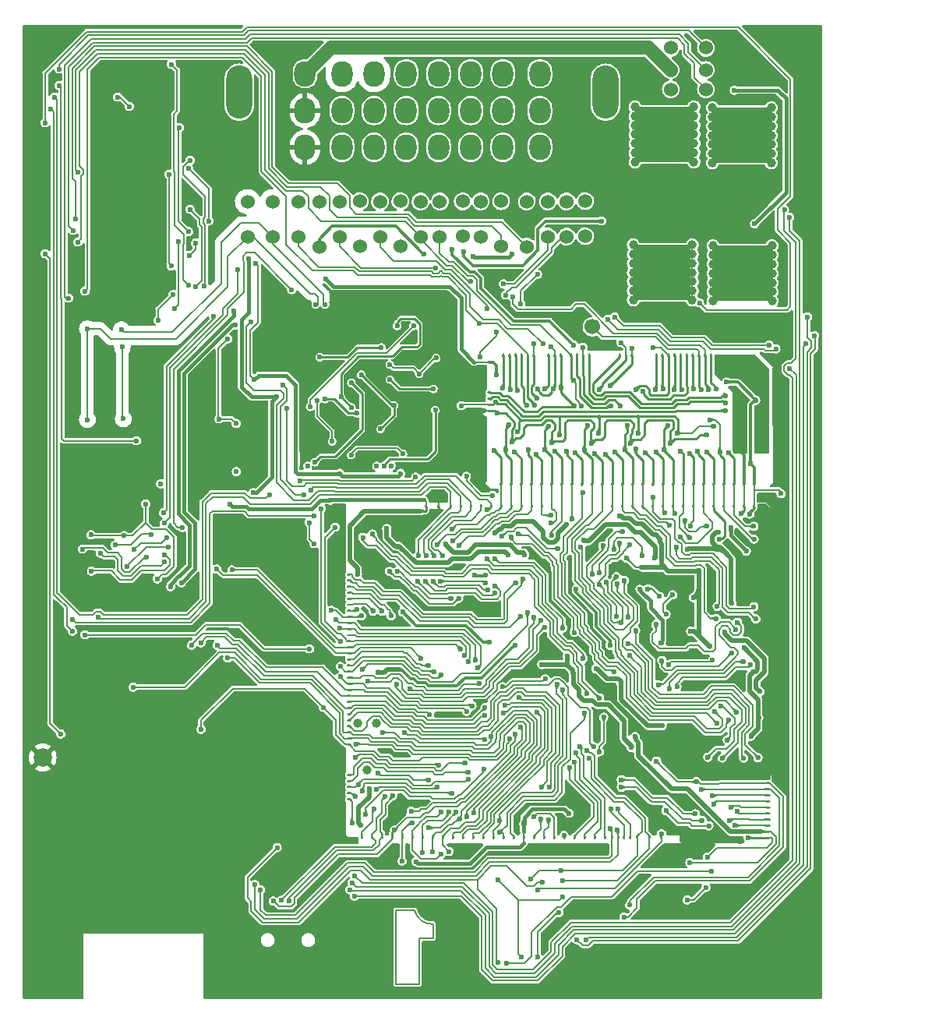
<source format=gbl>
G75*
G70*
%OFA0B0*%
%FSLAX25Y25*%
%IPPOS*%
%LPD*%
%AMOC8*
5,1,8,0,0,1.08239X$1,22.5*
%
%AMM211*
21,1,0.009840,0.009840,-0.000000,-0.000000,180.000000*
21,1,0.000000,0.019680,-0.000000,-0.000000,180.000000*
1,1,0.009840,-0.000000,0.004920*
1,1,0.009840,-0.000000,0.004920*
1,1,0.009840,-0.000000,-0.004920*
1,1,0.009840,-0.000000,-0.004920*
%
%AMM212*
21,1,0.009840,0.009840,-0.000000,-0.000000,270.000000*
21,1,0.000000,0.019680,-0.000000,-0.000000,270.000000*
1,1,0.009840,-0.004920,-0.000000*
1,1,0.009840,-0.004920,-0.000000*
1,1,0.009840,0.004920,-0.000000*
1,1,0.009840,0.004920,-0.000000*
%
%AMM277*
21,1,0.007870,1.133860,-0.000000,-0.000000,0.000000*
21,1,0.000000,1.141730,-0.000000,-0.000000,0.000000*
1,1,0.007870,-0.000000,-0.566930*
1,1,0.007870,-0.000000,-0.566930*
1,1,0.007870,-0.000000,0.566930*
1,1,0.007870,-0.000000,0.566930*
%
%AMM278*
21,1,0.009840,0.009840,-0.000000,-0.000000,90.000000*
21,1,0.000000,0.019680,-0.000000,-0.000000,90.000000*
1,1,0.009840,0.004920,-0.000000*
1,1,0.009840,0.004920,-0.000000*
1,1,0.009840,-0.004920,-0.000000*
1,1,0.009840,-0.004920,-0.000000*
%
%ADD105C,0.02362*%
%ADD117C,0.00800*%
%ADD120C,0.03937*%
%ADD135O,0.09055X0.11024*%
%ADD160C,0.07874*%
%ADD167C,0.05906*%
%ADD17R,0.01378X0.00984*%
%ADD189C,0.00984*%
%ADD192C,0.06000*%
%ADD193R,0.25591X0.00984*%
%ADD222C,0.01968*%
%ADD23C,0.01575*%
%ADD236C,0.00787*%
%ADD244C,0.03900*%
%ADD35C,0.06693*%
%ADD363M211*%
%ADD364M212*%
%ADD433M277*%
%ADD434M278*%
%ADD54C,0.01181*%
%ADD60R,0.00984X0.71654*%
%ADD69O,0.11024X0.22835*%
%ADD78R,0.53740X0.00984*%
%ADD90R,0.25394X0.00984*%
%ADD97R,0.04921X0.00984*%
X0000000Y0000000D02*
%LPD*%
G01*
D236*
X0160024Y0006693D02*
X0160024Y0038189D01*
X0175772Y0026378D02*
X0169866Y0026378D01*
X0169866Y0026378D02*
X0169866Y0006693D01*
X0160024Y0038189D02*
X0167898Y0038189D01*
X0175772Y0026378D02*
X0175772Y0032283D01*
X0169866Y0006693D02*
X0160024Y0006693D01*
X0167898Y0038189D02*
G75*
G03*
X0175772Y0032283I0007565J0001885D01*
G01*
D105*
X0277020Y0042540D03*
X0275347Y0035315D03*
X0273182Y0043386D03*
X0269737Y0042540D03*
X0266390Y0042245D03*
X0265111Y0035315D03*
X0259993Y0040473D03*
X0257434Y0035315D03*
X0285682Y0058642D03*
X0284501Y0042599D03*
D192*
X0196206Y0326364D03*
X0196206Y0341364D03*
X0188514Y0326449D03*
X0188514Y0341449D03*
X0144488Y0341535D03*
X0144488Y0322244D03*
G36*
G01*
X0199409Y0252348D02*
X0200394Y0252348D01*
G75*
G02*
X0200886Y0251856I0000000J-000492D01*
G01*
X0200886Y0251856D01*
G75*
G02*
X0200394Y0251364I-000492J0000000D01*
G01*
X0199409Y0251364D01*
G75*
G02*
X0198917Y0251856I0000000J0000492D01*
G01*
X0198917Y0251856D01*
G75*
G02*
X0199409Y0252348I0000492J0000000D01*
G01*
G37*
G36*
G01*
X0199409Y0254947D02*
X0200394Y0254947D01*
G75*
G02*
X0200886Y0254455I0000000J-000492D01*
G01*
X0200886Y0254455D01*
G75*
G02*
X0200394Y0253963I-000492J0000000D01*
G01*
X0199409Y0253963D01*
G75*
G02*
X0198917Y0254455I0000000J0000492D01*
G01*
X0198917Y0254455D01*
G75*
G02*
X0199409Y0254947I0000492J0000000D01*
G01*
G37*
G36*
G01*
X0199409Y0257545D02*
X0200394Y0257545D01*
G75*
G02*
X0200886Y0257053I0000000J-000492D01*
G01*
X0200886Y0257053D01*
G75*
G02*
X0200394Y0256561I-000492J0000000D01*
G01*
X0199409Y0256561D01*
G75*
G02*
X0198917Y0257053I0000000J0000492D01*
G01*
X0198917Y0257053D01*
G75*
G02*
X0199409Y0257545I0000492J0000000D01*
G01*
G37*
G36*
G01*
X0199409Y0260144D02*
X0200394Y0260144D01*
G75*
G02*
X0200886Y0259651I0000000J-000492D01*
G01*
X0200886Y0259651D01*
G75*
G02*
X0200394Y0259159I-000492J0000000D01*
G01*
X0199409Y0259159D01*
G75*
G02*
X0198917Y0259651I0000000J0000492D01*
G01*
X0198917Y0259651D01*
G75*
G02*
X0199409Y0260144I0000492J0000000D01*
G01*
G37*
G36*
G01*
X0199409Y0273136D02*
X0200394Y0273136D01*
G75*
G02*
X0200886Y0272644I0000000J-000492D01*
G01*
X0200886Y0272644D01*
G75*
G02*
X0200394Y0272152I-000492J0000000D01*
G01*
X0199409Y0272152D01*
G75*
G02*
X0198917Y0272644I0000000J0000492D01*
G01*
X0198917Y0272644D01*
G75*
G02*
X0199409Y0273136I0000492J0000000D01*
G01*
G37*
G36*
G01*
X0312677Y0219991D02*
X0312677Y0220975D01*
G75*
G02*
X0313169Y0221467I0000492J0000000D01*
G01*
X0313169Y0221467D01*
G75*
G02*
X0313661Y0220975I0000000J-000492D01*
G01*
X0313661Y0219991D01*
G75*
G02*
X0313169Y0219499I-000492J0000000D01*
G01*
X0313169Y0219499D01*
G75*
G02*
X0312677Y0219991I0000000J0000492D01*
G01*
G37*
G36*
G01*
X0309331Y0220975D02*
X0309331Y0219991D01*
G75*
G02*
X0308839Y0219499I-000492J0000000D01*
G01*
X0308839Y0219499D01*
G75*
G02*
X0308346Y0219991I0000000J0000492D01*
G01*
X0308346Y0220975D01*
G75*
G02*
X0308839Y0221467I0000492J0000000D01*
G01*
X0308839Y0221467D01*
G75*
G02*
X0309331Y0220975I0000000J-000492D01*
G01*
G37*
G36*
G01*
X0305000Y0220975D02*
X0305000Y0219991D01*
G75*
G02*
X0304508Y0219499I-000492J0000000D01*
G01*
X0304508Y0219499D01*
G75*
G02*
X0304016Y0219991I0000000J0000492D01*
G01*
X0304016Y0220975D01*
G75*
G02*
X0304508Y0221467I0000492J0000000D01*
G01*
X0304508Y0221467D01*
G75*
G02*
X0305000Y0220975I0000000J-000492D01*
G01*
G37*
G36*
G01*
X0300669Y0220975D02*
X0300669Y0219991D01*
G75*
G02*
X0300177Y0219499I-000492J0000000D01*
G01*
X0300177Y0219499D01*
G75*
G02*
X0299685Y0219991I0000000J0000492D01*
G01*
X0299685Y0220975D01*
G75*
G02*
X0300177Y0221467I0000492J0000000D01*
G01*
X0300177Y0221467D01*
G75*
G02*
X0300669Y0220975I0000000J-000492D01*
G01*
G37*
G36*
G01*
X0296339Y0220975D02*
X0296339Y0219991D01*
G75*
G02*
X0295846Y0219499I-000492J0000000D01*
G01*
X0295846Y0219499D01*
G75*
G02*
X0295354Y0219991I0000000J0000492D01*
G01*
X0295354Y0220975D01*
G75*
G02*
X0295846Y0221467I0000492J0000000D01*
G01*
X0295846Y0221467D01*
G75*
G02*
X0296339Y0220975I0000000J-000492D01*
G01*
G37*
G36*
G01*
X0292008Y0220975D02*
X0292008Y0219991D01*
G75*
G02*
X0291516Y0219499I-000492J0000000D01*
G01*
X0291516Y0219499D01*
G75*
G02*
X0291024Y0219991I0000000J0000492D01*
G01*
X0291024Y0220975D01*
G75*
G02*
X0291516Y0221467I0000492J0000000D01*
G01*
X0291516Y0221467D01*
G75*
G02*
X0292008Y0220975I0000000J-000492D01*
G01*
G37*
G36*
G01*
X0287677Y0220975D02*
X0287677Y0219991D01*
G75*
G02*
X0287185Y0219499I-000492J0000000D01*
G01*
X0287185Y0219499D01*
G75*
G02*
X0286693Y0219991I0000000J0000492D01*
G01*
X0286693Y0220975D01*
G75*
G02*
X0287185Y0221467I0000492J0000000D01*
G01*
X0287185Y0221467D01*
G75*
G02*
X0287677Y0220975I0000000J-000492D01*
G01*
G37*
G36*
G01*
X0283346Y0220975D02*
X0283346Y0219991D01*
G75*
G02*
X0282854Y0219499I-000492J0000000D01*
G01*
X0282854Y0219499D01*
G75*
G02*
X0282362Y0219991I0000000J0000492D01*
G01*
X0282362Y0220975D01*
G75*
G02*
X0282854Y0221467I0000492J0000000D01*
G01*
X0282854Y0221467D01*
G75*
G02*
X0283346Y0220975I0000000J-000492D01*
G01*
G37*
G36*
G01*
X0279016Y0220975D02*
X0279016Y0219991D01*
G75*
G02*
X0278524Y0219499I-000492J0000000D01*
G01*
X0278524Y0219499D01*
G75*
G02*
X0278032Y0219991I0000000J0000492D01*
G01*
X0278032Y0220975D01*
G75*
G02*
X0278524Y0221467I0000492J0000000D01*
G01*
X0278524Y0221467D01*
G75*
G02*
X0279016Y0220975I0000000J-000492D01*
G01*
G37*
G36*
G01*
X0274685Y0220975D02*
X0274685Y0219991D01*
G75*
G02*
X0274193Y0219499I-000492J0000000D01*
G01*
X0274193Y0219499D01*
G75*
G02*
X0273701Y0219991I0000000J0000492D01*
G01*
X0273701Y0220975D01*
G75*
G02*
X0274193Y0221467I0000492J0000000D01*
G01*
X0274193Y0221467D01*
G75*
G02*
X0274685Y0220975I0000000J-000492D01*
G01*
G37*
G36*
G01*
X0270354Y0220975D02*
X0270354Y0219991D01*
G75*
G02*
X0269862Y0219499I-000492J0000000D01*
G01*
X0269862Y0219499D01*
G75*
G02*
X0269370Y0219991I0000000J0000492D01*
G01*
X0269370Y0220975D01*
G75*
G02*
X0269862Y0221467I0000492J0000000D01*
G01*
X0269862Y0221467D01*
G75*
G02*
X0270354Y0220975I0000000J-000492D01*
G01*
G37*
G36*
G01*
X0266024Y0220975D02*
X0266024Y0219991D01*
G75*
G02*
X0265532Y0219499I-000492J0000000D01*
G01*
X0265532Y0219499D01*
G75*
G02*
X0265039Y0219991I0000000J0000492D01*
G01*
X0265039Y0220975D01*
G75*
G02*
X0265532Y0221467I0000492J0000000D01*
G01*
X0265532Y0221467D01*
G75*
G02*
X0266024Y0220975I0000000J-000492D01*
G01*
G37*
G36*
G01*
X0261693Y0220975D02*
X0261693Y0219991D01*
G75*
G02*
X0261201Y0219499I-000492J0000000D01*
G01*
X0261201Y0219499D01*
G75*
G02*
X0260709Y0219991I0000000J0000492D01*
G01*
X0260709Y0220975D01*
G75*
G02*
X0261201Y0221467I0000492J0000000D01*
G01*
X0261201Y0221467D01*
G75*
G02*
X0261693Y0220975I0000000J-000492D01*
G01*
G37*
G36*
G01*
X0257362Y0220975D02*
X0257362Y0219991D01*
G75*
G02*
X0256870Y0219499I-000492J0000000D01*
G01*
X0256870Y0219499D01*
G75*
G02*
X0256378Y0219991I0000000J0000492D01*
G01*
X0256378Y0220975D01*
G75*
G02*
X0256870Y0221467I0000492J0000000D01*
G01*
X0256870Y0221467D01*
G75*
G02*
X0257362Y0220975I0000000J-000492D01*
G01*
G37*
G36*
G01*
X0253032Y0220975D02*
X0253032Y0219991D01*
G75*
G02*
X0252539Y0219499I-000492J0000000D01*
G01*
X0252539Y0219499D01*
G75*
G02*
X0252047Y0219991I0000000J0000492D01*
G01*
X0252047Y0220975D01*
G75*
G02*
X0252539Y0221467I0000492J0000000D01*
G01*
X0252539Y0221467D01*
G75*
G02*
X0253032Y0220975I0000000J-000492D01*
G01*
G37*
G36*
G01*
X0248701Y0220975D02*
X0248701Y0219991D01*
G75*
G02*
X0248209Y0219499I-000492J0000000D01*
G01*
X0248209Y0219499D01*
G75*
G02*
X0247717Y0219991I0000000J0000492D01*
G01*
X0247717Y0220975D01*
G75*
G02*
X0248209Y0221467I0000492J0000000D01*
G01*
X0248209Y0221467D01*
G75*
G02*
X0248701Y0220975I0000000J-000492D01*
G01*
G37*
G36*
G01*
X0244370Y0220975D02*
X0244370Y0219991D01*
G75*
G02*
X0243878Y0219499I-000492J0000000D01*
G01*
X0243878Y0219499D01*
G75*
G02*
X0243386Y0219991I0000000J0000492D01*
G01*
X0243386Y0220975D01*
G75*
G02*
X0243878Y0221467I0000492J0000000D01*
G01*
X0243878Y0221467D01*
G75*
G02*
X0244370Y0220975I0000000J-000492D01*
G01*
G37*
G36*
G01*
X0240039Y0220975D02*
X0240039Y0219991D01*
G75*
G02*
X0239547Y0219499I-000492J0000000D01*
G01*
X0239547Y0219499D01*
G75*
G02*
X0239055Y0219991I0000000J0000492D01*
G01*
X0239055Y0220975D01*
G75*
G02*
X0239547Y0221467I0000492J0000000D01*
G01*
X0239547Y0221467D01*
G75*
G02*
X0240039Y0220975I0000000J-000492D01*
G01*
G37*
G36*
G01*
X0235709Y0220975D02*
X0235709Y0219991D01*
G75*
G02*
X0235217Y0219499I-000492J0000000D01*
G01*
X0235217Y0219499D01*
G75*
G02*
X0234725Y0219991I0000000J0000492D01*
G01*
X0234725Y0220975D01*
G75*
G02*
X0235217Y0221467I0000492J0000000D01*
G01*
X0235217Y0221467D01*
G75*
G02*
X0235709Y0220975I0000000J-000492D01*
G01*
G37*
G36*
G01*
X0231378Y0220975D02*
X0231378Y0219991D01*
G75*
G02*
X0230886Y0219499I-000492J0000000D01*
G01*
X0230886Y0219499D01*
G75*
G02*
X0230394Y0219991I0000000J0000492D01*
G01*
X0230394Y0220975D01*
G75*
G02*
X0230886Y0221467I0000492J0000000D01*
G01*
X0230886Y0221467D01*
G75*
G02*
X0231378Y0220975I0000000J-000492D01*
G01*
G37*
G36*
G01*
X0227047Y0220975D02*
X0227047Y0219991D01*
G75*
G02*
X0226555Y0219499I-000492J0000000D01*
G01*
X0226555Y0219499D01*
G75*
G02*
X0226063Y0219991I0000000J0000492D01*
G01*
X0226063Y0220975D01*
G75*
G02*
X0226555Y0221467I0000492J0000000D01*
G01*
X0226555Y0221467D01*
G75*
G02*
X0227047Y0220975I0000000J-000492D01*
G01*
G37*
G36*
G01*
X0222717Y0220975D02*
X0222717Y0219991D01*
G75*
G02*
X0222225Y0219499I-000492J0000000D01*
G01*
X0222225Y0219499D01*
G75*
G02*
X0221732Y0219991I0000000J0000492D01*
G01*
X0221732Y0220975D01*
G75*
G02*
X0222225Y0221467I0000492J0000000D01*
G01*
X0222225Y0221467D01*
G75*
G02*
X0222717Y0220975I0000000J-000492D01*
G01*
G37*
G36*
G01*
X0218386Y0220975D02*
X0218386Y0219991D01*
G75*
G02*
X0217894Y0219499I-000492J0000000D01*
G01*
X0217894Y0219499D01*
G75*
G02*
X0217402Y0219991I0000000J0000492D01*
G01*
X0217402Y0220975D01*
G75*
G02*
X0217894Y0221467I0000492J0000000D01*
G01*
X0217894Y0221467D01*
G75*
G02*
X0218386Y0220975I0000000J-000492D01*
G01*
G37*
G36*
G01*
X0214055Y0220975D02*
X0214055Y0219991D01*
G75*
G02*
X0213563Y0219499I-000492J0000000D01*
G01*
X0213563Y0219499D01*
G75*
G02*
X0213071Y0219991I0000000J0000492D01*
G01*
X0213071Y0220975D01*
G75*
G02*
X0213563Y0221467I0000492J0000000D01*
G01*
X0213563Y0221467D01*
G75*
G02*
X0214055Y0220975I0000000J-000492D01*
G01*
G37*
G36*
G01*
X0209725Y0220975D02*
X0209725Y0219991D01*
G75*
G02*
X0209232Y0219499I-000492J0000000D01*
G01*
X0209232Y0219499D01*
G75*
G02*
X0208740Y0219991I0000000J0000492D01*
G01*
X0208740Y0220975D01*
G75*
G02*
X0209232Y0221467I0000492J0000000D01*
G01*
X0209232Y0221467D01*
G75*
G02*
X0209725Y0220975I0000000J-000492D01*
G01*
G37*
G36*
G01*
X0205394Y0220975D02*
X0205394Y0219991D01*
G75*
G02*
X0204902Y0219499I-000492J0000000D01*
G01*
X0204902Y0219499D01*
G75*
G02*
X0204410Y0219991I0000000J0000492D01*
G01*
X0204410Y0220975D01*
G75*
G02*
X0204902Y0221467I0000492J0000000D01*
G01*
X0204902Y0221467D01*
G75*
G02*
X0205394Y0220975I0000000J-000492D01*
G01*
G37*
G36*
G01*
X0206382Y0275944D02*
X0206382Y0274959D01*
G75*
G02*
X0205890Y0274467I-000492J0000000D01*
G01*
X0205890Y0274467D01*
G75*
G02*
X0205398Y0274959I0000000J0000492D01*
G01*
X0205398Y0275944D01*
G75*
G02*
X0205890Y0276436I0000492J0000000D01*
G01*
X0205890Y0276436D01*
G75*
G02*
X0206382Y0275944I0000000J-000492D01*
G01*
G37*
G36*
G01*
X0208980Y0275944D02*
X0208980Y0274959D01*
G75*
G02*
X0208488Y0274467I-000492J0000000D01*
G01*
X0208488Y0274467D01*
G75*
G02*
X0207996Y0274959I0000000J0000492D01*
G01*
X0207996Y0275944D01*
G75*
G02*
X0208488Y0276436I0000492J0000000D01*
G01*
X0208488Y0276436D01*
G75*
G02*
X0208980Y0275944I0000000J-000492D01*
G01*
G37*
G36*
G01*
X0211579Y0275944D02*
X0211579Y0274959D01*
G75*
G02*
X0211087Y0274467I-000492J0000000D01*
G01*
X0211087Y0274467D01*
G75*
G02*
X0210594Y0274959I0000000J0000492D01*
G01*
X0210594Y0275944D01*
G75*
G02*
X0211087Y0276436I0000492J0000000D01*
G01*
X0211087Y0276436D01*
G75*
G02*
X0211579Y0275944I0000000J-000492D01*
G01*
G37*
G36*
G01*
X0214177Y0275944D02*
X0214177Y0274959D01*
G75*
G02*
X0213685Y0274467I-000492J0000000D01*
G01*
X0213685Y0274467D01*
G75*
G02*
X0213193Y0274959I0000000J0000492D01*
G01*
X0213193Y0275944D01*
G75*
G02*
X0213685Y0276436I0000492J0000000D01*
G01*
X0213685Y0276436D01*
G75*
G02*
X0214177Y0275944I0000000J-000492D01*
G01*
G37*
G36*
G01*
X0216776Y0275944D02*
X0216776Y0274959D01*
G75*
G02*
X0216283Y0274467I-000492J0000000D01*
G01*
X0216283Y0274467D01*
G75*
G02*
X0215791Y0274959I0000000J0000492D01*
G01*
X0215791Y0275944D01*
G75*
G02*
X0216283Y0276436I0000492J0000000D01*
G01*
X0216283Y0276436D01*
G75*
G02*
X0216776Y0275944I0000000J-000492D01*
G01*
G37*
G36*
G01*
X0219374Y0275944D02*
X0219374Y0274959D01*
G75*
G02*
X0218882Y0274467I-000492J0000000D01*
G01*
X0218882Y0274467D01*
G75*
G02*
X0218390Y0274959I0000000J0000492D01*
G01*
X0218390Y0275944D01*
G75*
G02*
X0218882Y0276436I0000492J0000000D01*
G01*
X0218882Y0276436D01*
G75*
G02*
X0219374Y0275944I0000000J-000492D01*
G01*
G37*
G36*
G01*
X0225677Y0275944D02*
X0225677Y0274959D01*
G75*
G02*
X0225185Y0274467I-000492J0000000D01*
G01*
X0225185Y0274467D01*
G75*
G02*
X0224693Y0274959I0000000J0000492D01*
G01*
X0224693Y0275944D01*
G75*
G02*
X0225185Y0276436I0000492J0000000D01*
G01*
X0225185Y0276436D01*
G75*
G02*
X0225677Y0275944I0000000J-000492D01*
G01*
G37*
G36*
G01*
X0228276Y0275944D02*
X0228276Y0274959D01*
G75*
G02*
X0227783Y0274467I-000492J0000000D01*
G01*
X0227783Y0274467D01*
G75*
G02*
X0227291Y0274959I0000000J0000492D01*
G01*
X0227291Y0275944D01*
G75*
G02*
X0227783Y0276436I0000492J0000000D01*
G01*
X0227783Y0276436D01*
G75*
G02*
X0228276Y0275944I0000000J-000492D01*
G01*
G37*
G36*
G01*
X0230874Y0275944D02*
X0230874Y0274959D01*
G75*
G02*
X0230382Y0274467I-000492J0000000D01*
G01*
X0230382Y0274467D01*
G75*
G02*
X0229890Y0274959I0000000J0000492D01*
G01*
X0229890Y0275944D01*
G75*
G02*
X0230382Y0276436I0000492J0000000D01*
G01*
X0230382Y0276436D01*
G75*
G02*
X0230874Y0275944I0000000J-000492D01*
G01*
G37*
G36*
G01*
X0235287Y0275944D02*
X0235287Y0274959D01*
G75*
G02*
X0234795Y0274467I-000492J0000000D01*
G01*
X0234795Y0274467D01*
G75*
G02*
X0234303Y0274959I0000000J0000492D01*
G01*
X0234303Y0275944D01*
G75*
G02*
X0234795Y0276436I0000492J0000000D01*
G01*
X0234795Y0276436D01*
G75*
G02*
X0235287Y0275944I0000000J-000492D01*
G01*
G37*
G36*
G01*
X0237885Y0275944D02*
X0237885Y0274959D01*
G75*
G02*
X0237393Y0274467I-000492J0000000D01*
G01*
X0237393Y0274467D01*
G75*
G02*
X0236901Y0274959I0000000J0000492D01*
G01*
X0236901Y0275944D01*
G75*
G02*
X0237393Y0276436I0000492J0000000D01*
G01*
X0237393Y0276436D01*
G75*
G02*
X0237885Y0275944I0000000J-000492D01*
G01*
G37*
G36*
G01*
X0240484Y0275944D02*
X0240484Y0274959D01*
G75*
G02*
X0239992Y0274467I-000492J0000000D01*
G01*
X0239992Y0274467D01*
G75*
G02*
X0239500Y0274959I0000000J0000492D01*
G01*
X0239500Y0275944D01*
G75*
G02*
X0239992Y0276436I0000492J0000000D01*
G01*
X0239992Y0276436D01*
G75*
G02*
X0240484Y0275944I0000000J-000492D01*
G01*
G37*
G36*
G01*
X0243082Y0275944D02*
X0243082Y0274959D01*
G75*
G02*
X0242590Y0274467I-000492J0000000D01*
G01*
X0242590Y0274467D01*
G75*
G02*
X0242098Y0274959I0000000J0000492D01*
G01*
X0242098Y0275944D01*
G75*
G02*
X0242590Y0276436I0000492J0000000D01*
G01*
X0242590Y0276436D01*
G75*
G02*
X0243082Y0275944I0000000J-000492D01*
G01*
G37*
G36*
G01*
X0256177Y0275944D02*
X0256177Y0274959D01*
G75*
G02*
X0255685Y0274467I-000492J0000000D01*
G01*
X0255685Y0274467D01*
G75*
G02*
X0255193Y0274959I0000000J0000492D01*
G01*
X0255193Y0275944D01*
G75*
G02*
X0255685Y0276436I0000492J0000000D01*
G01*
X0255685Y0276436D01*
G75*
G02*
X0256177Y0275944I0000000J-000492D01*
G01*
G37*
G36*
G01*
X0258776Y0275944D02*
X0258776Y0274959D01*
G75*
G02*
X0258283Y0274467I-000492J0000000D01*
G01*
X0258283Y0274467D01*
G75*
G02*
X0257791Y0274959I0000000J0000492D01*
G01*
X0257791Y0275944D01*
G75*
G02*
X0258283Y0276436I0000492J0000000D01*
G01*
X0258283Y0276436D01*
G75*
G02*
X0258776Y0275944I0000000J-000492D01*
G01*
G37*
G36*
G01*
X0261374Y0275944D02*
X0261374Y0274959D01*
G75*
G02*
X0260882Y0274467I-000492J0000000D01*
G01*
X0260882Y0274467D01*
G75*
G02*
X0260390Y0274959I0000000J0000492D01*
G01*
X0260390Y0275944D01*
G75*
G02*
X0260882Y0276436I0000492J0000000D01*
G01*
X0260882Y0276436D01*
G75*
G02*
X0261374Y0275944I0000000J-000492D01*
G01*
G37*
G36*
G01*
X0271791Y0275944D02*
X0271791Y0274959D01*
G75*
G02*
X0271299Y0274467I-000492J0000000D01*
G01*
X0271299Y0274467D01*
G75*
G02*
X0270807Y0274959I0000000J0000492D01*
G01*
X0270807Y0275944D01*
G75*
G02*
X0271299Y0276436I0000492J0000000D01*
G01*
X0271299Y0276436D01*
G75*
G02*
X0271791Y0275944I0000000J-000492D01*
G01*
G37*
G36*
G01*
X0274390Y0275944D02*
X0274390Y0274959D01*
G75*
G02*
X0273898Y0274467I-000492J0000000D01*
G01*
X0273898Y0274467D01*
G75*
G02*
X0273405Y0274959I0000000J0000492D01*
G01*
X0273405Y0275944D01*
G75*
G02*
X0273898Y0276436I0000492J0000000D01*
G01*
X0273898Y0276436D01*
G75*
G02*
X0274390Y0275944I0000000J-000492D01*
G01*
G37*
G36*
G01*
X0276988Y0275944D02*
X0276988Y0274959D01*
G75*
G02*
X0276496Y0274467I-000492J0000000D01*
G01*
X0276496Y0274467D01*
G75*
G02*
X0276004Y0274959I0000000J0000492D01*
G01*
X0276004Y0275944D01*
G75*
G02*
X0276496Y0276436I0000492J0000000D01*
G01*
X0276496Y0276436D01*
G75*
G02*
X0276988Y0275944I0000000J-000492D01*
G01*
G37*
G36*
G01*
X0279587Y0275944D02*
X0279587Y0274959D01*
G75*
G02*
X0279094Y0274467I-000492J0000000D01*
G01*
X0279094Y0274467D01*
G75*
G02*
X0278602Y0274959I0000000J0000492D01*
G01*
X0278602Y0275944D01*
G75*
G02*
X0279094Y0276436I0000492J0000000D01*
G01*
X0279094Y0276436D01*
G75*
G02*
X0279587Y0275944I0000000J-000492D01*
G01*
G37*
G36*
G01*
X0282185Y0275944D02*
X0282185Y0274959D01*
G75*
G02*
X0281693Y0274467I-000492J0000000D01*
G01*
X0281693Y0274467D01*
G75*
G02*
X0281201Y0274959I0000000J0000492D01*
G01*
X0281201Y0275944D01*
G75*
G02*
X0281693Y0276436I0000492J0000000D01*
G01*
X0281693Y0276436D01*
G75*
G02*
X0282185Y0275944I0000000J-000492D01*
G01*
G37*
G36*
G01*
X0284783Y0275944D02*
X0284783Y0274959D01*
G75*
G02*
X0284291Y0274467I-000492J0000000D01*
G01*
X0284291Y0274467D01*
G75*
G02*
X0283799Y0274959I0000000J0000492D01*
G01*
X0283799Y0275944D01*
G75*
G02*
X0284291Y0276436I0000492J0000000D01*
G01*
X0284291Y0276436D01*
G75*
G02*
X0284783Y0275944I0000000J-000492D01*
G01*
G37*
G36*
G01*
X0287382Y0275944D02*
X0287382Y0274959D01*
G75*
G02*
X0286890Y0274467I-000492J0000000D01*
G01*
X0286890Y0274467D01*
G75*
G02*
X0286398Y0274959I0000000J0000492D01*
G01*
X0286398Y0275944D01*
G75*
G02*
X0286890Y0276436I0000492J0000000D01*
G01*
X0286890Y0276436D01*
G75*
G02*
X0287382Y0275944I0000000J-000492D01*
G01*
G37*
G36*
G01*
X0289980Y0275944D02*
X0289980Y0274959D01*
G75*
G02*
X0289488Y0274467I-000492J0000000D01*
G01*
X0289488Y0274467D01*
G75*
G02*
X0288996Y0274959I0000000J0000492D01*
G01*
X0288996Y0275944D01*
G75*
G02*
X0289488Y0276436I0000492J0000000D01*
G01*
X0289488Y0276436D01*
G75*
G02*
X0289980Y0275944I0000000J-000492D01*
G01*
G37*
G36*
G01*
X0292579Y0275944D02*
X0292579Y0274959D01*
G75*
G02*
X0292087Y0274467I-000492J0000000D01*
G01*
X0292087Y0274467D01*
G75*
G02*
X0291594Y0274959I0000000J0000492D01*
G01*
X0291594Y0275944D01*
G75*
G02*
X0292087Y0276436I0000492J0000000D01*
G01*
X0292087Y0276436D01*
G75*
G02*
X0292579Y0275944I0000000J-000492D01*
G01*
G37*
G36*
G01*
X0295177Y0275944D02*
X0295177Y0274959D01*
G75*
G02*
X0294685Y0274467I-000492J0000000D01*
G01*
X0294685Y0274467D01*
G75*
G02*
X0294193Y0274959I0000000J0000492D01*
G01*
X0294193Y0275944D01*
G75*
G02*
X0294685Y0276436I0000492J0000000D01*
G01*
X0294685Y0276436D01*
G75*
G02*
X0295177Y0275944I0000000J-000492D01*
G01*
G37*
D35*
X0243929Y0287795D03*
D192*
X0096457Y0326358D03*
X0096457Y0341358D03*
X0292539Y0407087D03*
X0277539Y0407087D03*
X0153150Y0326358D03*
X0153150Y0341358D03*
X0178740Y0326358D03*
X0178740Y0341358D03*
D105*
X0222612Y0050344D03*
X0220545Y0046900D03*
X0217592Y0051526D03*
X0203616Y0051230D03*
X0059315Y0220622D03*
X0091697Y0225838D03*
X0091628Y0246439D03*
X0084217Y0248378D03*
X0113154Y0252807D03*
X0122146Y0228346D03*
X0151673Y0228346D03*
X0154823Y0228346D03*
X0157972Y0228346D03*
D97*
X0121260Y0298228D03*
D17*
X0119488Y0227559D03*
D90*
X0172638Y0227559D03*
D60*
X0119291Y0262894D03*
D193*
X0136909Y0227559D03*
D78*
X0158465Y0298228D03*
D60*
X0184843Y0262894D03*
D105*
X0129626Y0297343D03*
X0125689Y0297343D03*
D192*
X0170472Y0326358D03*
X0170472Y0341358D03*
X0118110Y0326358D03*
X0118110Y0341358D03*
X0215929Y0341339D03*
X0215929Y0322047D03*
X0277539Y0389370D03*
X0292539Y0389370D03*
X0161811Y0341535D03*
X0161811Y0322244D03*
G36*
G01*
X0139411Y0086235D02*
X0140396Y0086235D01*
G75*
G02*
X0140888Y0085743I0000000J-000492D01*
G01*
X0140888Y0085743D01*
G75*
G02*
X0140396Y0085250I-000492J0000000D01*
G01*
X0139411Y0085250D01*
G75*
G02*
X0138919Y0085743I0000000J0000492D01*
G01*
X0138919Y0085743D01*
G75*
G02*
X0139411Y0086235I0000492J0000000D01*
G01*
G37*
G36*
G01*
X0140396Y0087849D02*
X0139411Y0087849D01*
G75*
G02*
X0138919Y0088341I0000000J0000492D01*
G01*
X0138919Y0088341D01*
G75*
G02*
X0139411Y0088833I0000492J0000000D01*
G01*
X0140396Y0088833D01*
G75*
G02*
X0140888Y0088341I0000000J-000492D01*
G01*
X0140888Y0088341D01*
G75*
G02*
X0140396Y0087849I-000492J0000000D01*
G01*
G37*
G36*
G01*
X0140396Y0090447D02*
X0139411Y0090447D01*
G75*
G02*
X0138919Y0090939I0000000J0000492D01*
G01*
X0138919Y0090939D01*
G75*
G02*
X0139411Y0091432I0000492J0000000D01*
G01*
X0140396Y0091432D01*
G75*
G02*
X0140888Y0090939I0000000J-000492D01*
G01*
X0140888Y0090939D01*
G75*
G02*
X0140396Y0090447I-000492J0000000D01*
G01*
G37*
G36*
G01*
X0140396Y0093046D02*
X0139411Y0093046D01*
G75*
G02*
X0138919Y0093538I0000000J0000492D01*
G01*
X0138919Y0093538D01*
G75*
G02*
X0139411Y0094030I0000492J0000000D01*
G01*
X0140396Y0094030D01*
G75*
G02*
X0140888Y0093538I0000000J-000492D01*
G01*
X0140888Y0093538D01*
G75*
G02*
X0140396Y0093046I-000492J0000000D01*
G01*
G37*
G36*
G01*
X0140396Y0095644D02*
X0139411Y0095644D01*
G75*
G02*
X0138919Y0096136I0000000J0000492D01*
G01*
X0138919Y0096136D01*
G75*
G02*
X0139411Y0096628I0000492J0000000D01*
G01*
X0140396Y0096628D01*
G75*
G02*
X0140888Y0096136I0000000J-000492D01*
G01*
X0140888Y0096136D01*
G75*
G02*
X0140396Y0095644I-000492J0000000D01*
G01*
G37*
G36*
G01*
X0140396Y0108636D02*
X0139411Y0108636D01*
G75*
G02*
X0138919Y0109128I0000000J0000492D01*
G01*
X0138919Y0109128D01*
G75*
G02*
X0139411Y0109621I0000492J0000000D01*
G01*
X0140396Y0109621D01*
G75*
G02*
X0140888Y0109128I0000000J-000492D01*
G01*
X0140888Y0109128D01*
G75*
G02*
X0140396Y0108636I-000492J0000000D01*
G01*
G37*
G36*
G01*
X0140396Y0111235D02*
X0139411Y0111235D01*
G75*
G02*
X0138919Y0111727I0000000J0000492D01*
G01*
X0138919Y0111727D01*
G75*
G02*
X0139411Y0112219I0000492J0000000D01*
G01*
X0140396Y0112219D01*
G75*
G02*
X0140888Y0111727I0000000J-000492D01*
G01*
X0140888Y0111727D01*
G75*
G02*
X0140396Y0111235I-000492J0000000D01*
G01*
G37*
G36*
G01*
X0140396Y0113833D02*
X0139411Y0113833D01*
G75*
G02*
X0138919Y0114325I0000000J0000492D01*
G01*
X0138919Y0114325D01*
G75*
G02*
X0139411Y0114817I0000492J0000000D01*
G01*
X0140396Y0114817D01*
G75*
G02*
X0140888Y0114325I0000000J-000492D01*
G01*
X0140888Y0114325D01*
G75*
G02*
X0140396Y0113833I-000492J0000000D01*
G01*
G37*
G36*
G01*
X0140396Y0116432D02*
X0139411Y0116432D01*
G75*
G02*
X0138919Y0116924I0000000J0000492D01*
G01*
X0138919Y0116924D01*
G75*
G02*
X0139411Y0117416I0000492J0000000D01*
G01*
X0140396Y0117416D01*
G75*
G02*
X0140888Y0116924I0000000J-000492D01*
G01*
X0140888Y0116924D01*
G75*
G02*
X0140396Y0116432I-000492J0000000D01*
G01*
G37*
G36*
G01*
X0140396Y0119030D02*
X0139411Y0119030D01*
G75*
G02*
X0138919Y0119522I0000000J0000492D01*
G01*
X0138919Y0119522D01*
G75*
G02*
X0139411Y0120014I0000492J0000000D01*
G01*
X0140396Y0120014D01*
G75*
G02*
X0140888Y0119522I0000000J-000492D01*
G01*
X0140888Y0119522D01*
G75*
G02*
X0140396Y0119030I-000492J0000000D01*
G01*
G37*
G36*
G01*
X0140396Y0121628D02*
X0139411Y0121628D01*
G75*
G02*
X0138919Y0122121I0000000J0000492D01*
G01*
X0138919Y0122121D01*
G75*
G02*
X0139411Y0122613I0000492J0000000D01*
G01*
X0140396Y0122613D01*
G75*
G02*
X0140888Y0122121I0000000J-000492D01*
G01*
X0140888Y0122121D01*
G75*
G02*
X0140396Y0121628I-000492J0000000D01*
G01*
G37*
G36*
G01*
X0140396Y0124227D02*
X0139411Y0124227D01*
G75*
G02*
X0138919Y0124719I0000000J0000492D01*
G01*
X0138919Y0124719D01*
G75*
G02*
X0139411Y0125211I0000492J0000000D01*
G01*
X0140396Y0125211D01*
G75*
G02*
X0140888Y0124719I0000000J-000492D01*
G01*
X0140888Y0124719D01*
G75*
G02*
X0140396Y0124227I-000492J0000000D01*
G01*
G37*
G36*
G01*
X0140396Y0126825D02*
X0139411Y0126825D01*
G75*
G02*
X0138919Y0127317I0000000J0000492D01*
G01*
X0138919Y0127317D01*
G75*
G02*
X0139411Y0127810I0000492J0000000D01*
G01*
X0140396Y0127810D01*
G75*
G02*
X0140888Y0127317I0000000J-000492D01*
G01*
X0140888Y0127317D01*
G75*
G02*
X0140396Y0126825I-000492J0000000D01*
G01*
G37*
G36*
G01*
X0140396Y0129424D02*
X0139411Y0129424D01*
G75*
G02*
X0138919Y0129916I0000000J0000492D01*
G01*
X0138919Y0129916D01*
G75*
G02*
X0139411Y0130408I0000492J0000000D01*
G01*
X0140396Y0130408D01*
G75*
G02*
X0140888Y0129916I0000000J-000492D01*
G01*
X0140888Y0129916D01*
G75*
G02*
X0140396Y0129424I-000492J0000000D01*
G01*
G37*
G36*
G01*
X0140396Y0132022D02*
X0139411Y0132022D01*
G75*
G02*
X0138919Y0132514I0000000J0000492D01*
G01*
X0138919Y0132514D01*
G75*
G02*
X0139411Y0133006I0000492J0000000D01*
G01*
X0140396Y0133006D01*
G75*
G02*
X0140888Y0132514I0000000J-000492D01*
G01*
X0140888Y0132514D01*
G75*
G02*
X0140396Y0132022I-000492J0000000D01*
G01*
G37*
G36*
G01*
X0140396Y0134621D02*
X0139411Y0134621D01*
G75*
G02*
X0138919Y0135113I0000000J0000492D01*
G01*
X0138919Y0135113D01*
G75*
G02*
X0139411Y0135605I0000492J0000000D01*
G01*
X0140396Y0135605D01*
G75*
G02*
X0140888Y0135113I0000000J-000492D01*
G01*
X0140888Y0135113D01*
G75*
G02*
X0140396Y0134621I-000492J0000000D01*
G01*
G37*
G36*
G01*
X0140396Y0137219D02*
X0139411Y0137219D01*
G75*
G02*
X0138919Y0137711I0000000J0000492D01*
G01*
X0138919Y0137711D01*
G75*
G02*
X0139411Y0138203I0000492J0000000D01*
G01*
X0140396Y0138203D01*
G75*
G02*
X0140888Y0137711I0000000J-000492D01*
G01*
X0140888Y0137711D01*
G75*
G02*
X0140396Y0137219I-000492J0000000D01*
G01*
G37*
G36*
G01*
X0140396Y0139817D02*
X0139411Y0139817D01*
G75*
G02*
X0138919Y0140310I0000000J0000492D01*
G01*
X0138919Y0140310D01*
G75*
G02*
X0139411Y0140802I0000492J0000000D01*
G01*
X0140396Y0140802D01*
G75*
G02*
X0140888Y0140310I0000000J-000492D01*
G01*
X0140888Y0140310D01*
G75*
G02*
X0140396Y0139817I-000492J0000000D01*
G01*
G37*
G36*
G01*
X0140396Y0142416D02*
X0139411Y0142416D01*
G75*
G02*
X0138919Y0142908I0000000J0000492D01*
G01*
X0138919Y0142908D01*
G75*
G02*
X0139411Y0143400I0000492J0000000D01*
G01*
X0140396Y0143400D01*
G75*
G02*
X0140888Y0142908I0000000J-000492D01*
G01*
X0140888Y0142908D01*
G75*
G02*
X0140396Y0142416I-000492J0000000D01*
G01*
G37*
G36*
G01*
X0140396Y0145014D02*
X0139411Y0145014D01*
G75*
G02*
X0138919Y0145506I0000000J0000492D01*
G01*
X0138919Y0145506D01*
G75*
G02*
X0139411Y0145999I0000492J0000000D01*
G01*
X0140396Y0145999D01*
G75*
G02*
X0140888Y0145506I0000000J-000492D01*
G01*
X0140888Y0145506D01*
G75*
G02*
X0140396Y0145014I-000492J0000000D01*
G01*
G37*
G36*
G01*
X0140396Y0147613D02*
X0139411Y0147613D01*
G75*
G02*
X0138919Y0148105I0000000J0000492D01*
G01*
X0138919Y0148105D01*
G75*
G02*
X0139411Y0148597I0000492J0000000D01*
G01*
X0140396Y0148597D01*
G75*
G02*
X0140888Y0148105I0000000J-000492D01*
G01*
X0140888Y0148105D01*
G75*
G02*
X0140396Y0147613I-000492J0000000D01*
G01*
G37*
G36*
G01*
X0140396Y0150211D02*
X0139411Y0150211D01*
G75*
G02*
X0138919Y0150703I0000000J0000492D01*
G01*
X0138919Y0150703D01*
G75*
G02*
X0139411Y0151195I0000492J0000000D01*
G01*
X0140396Y0151195D01*
G75*
G02*
X0140888Y0150703I0000000J-000492D01*
G01*
X0140888Y0150703D01*
G75*
G02*
X0140396Y0150211I-000492J0000000D01*
G01*
G37*
G36*
G01*
X0140396Y0152810D02*
X0139411Y0152810D01*
G75*
G02*
X0138919Y0153302I0000000J0000492D01*
G01*
X0138919Y0153302D01*
G75*
G02*
X0139411Y0153794I0000492J0000000D01*
G01*
X0140396Y0153794D01*
G75*
G02*
X0140888Y0153302I0000000J-000492D01*
G01*
X0140888Y0153302D01*
G75*
G02*
X0140396Y0152810I-000492J0000000D01*
G01*
G37*
G36*
G01*
X0140396Y0155408D02*
X0139411Y0155408D01*
G75*
G02*
X0138919Y0155900I0000000J0000492D01*
G01*
X0138919Y0155900D01*
G75*
G02*
X0139411Y0156392I0000492J0000000D01*
G01*
X0140396Y0156392D01*
G75*
G02*
X0140888Y0155900I0000000J-000492D01*
G01*
X0140888Y0155900D01*
G75*
G02*
X0140396Y0155408I-000492J0000000D01*
G01*
G37*
G36*
G01*
X0140396Y0158006D02*
X0139411Y0158006D01*
G75*
G02*
X0138919Y0158499I0000000J0000492D01*
G01*
X0138919Y0158499D01*
G75*
G02*
X0139411Y0158991I0000492J0000000D01*
G01*
X0140396Y0158991D01*
G75*
G02*
X0140888Y0158499I0000000J-000492D01*
G01*
X0140888Y0158499D01*
G75*
G02*
X0140396Y0158006I-000492J0000000D01*
G01*
G37*
G36*
G01*
X0140396Y0160605D02*
X0139411Y0160605D01*
G75*
G02*
X0138919Y0161097I0000000J0000492D01*
G01*
X0138919Y0161097D01*
G75*
G02*
X0139411Y0161589I0000492J0000000D01*
G01*
X0140396Y0161589D01*
G75*
G02*
X0140888Y0161097I0000000J-000492D01*
G01*
X0140888Y0161097D01*
G75*
G02*
X0140396Y0160605I-000492J0000000D01*
G01*
G37*
G36*
G01*
X0140396Y0163203D02*
X0139411Y0163203D01*
G75*
G02*
X0138919Y0163695I0000000J0000492D01*
G01*
X0138919Y0163695D01*
G75*
G02*
X0139411Y0164188I0000492J0000000D01*
G01*
X0140396Y0164188D01*
G75*
G02*
X0140888Y0163695I0000000J-000492D01*
G01*
X0140888Y0163695D01*
G75*
G02*
X0140396Y0163203I-000492J0000000D01*
G01*
G37*
G36*
G01*
X0140396Y0165802D02*
X0139411Y0165802D01*
G75*
G02*
X0138919Y0166294I0000000J0000492D01*
G01*
X0138919Y0166294D01*
G75*
G02*
X0139411Y0166786I0000492J0000000D01*
G01*
X0140396Y0166786D01*
G75*
G02*
X0140888Y0166294I0000000J-000492D01*
G01*
X0140888Y0166294D01*
G75*
G02*
X0140396Y0165802I-000492J0000000D01*
G01*
G37*
G36*
G01*
X0140396Y0168400D02*
X0139411Y0168400D01*
G75*
G02*
X0138919Y0168892I0000000J0000492D01*
G01*
X0138919Y0168892D01*
G75*
G02*
X0139411Y0169384I0000492J0000000D01*
G01*
X0140396Y0169384D01*
G75*
G02*
X0140888Y0168892I0000000J-000492D01*
G01*
X0140888Y0168892D01*
G75*
G02*
X0140396Y0168400I-000492J0000000D01*
G01*
G37*
G36*
G01*
X0140396Y0170999D02*
X0139411Y0170999D01*
G75*
G02*
X0138919Y0171491I0000000J0000492D01*
G01*
X0138919Y0171491D01*
G75*
G02*
X0139411Y0171983I0000492J0000000D01*
G01*
X0140396Y0171983D01*
G75*
G02*
X0140888Y0171491I0000000J-000492D01*
G01*
X0140888Y0171491D01*
G75*
G02*
X0140396Y0170999I-000492J0000000D01*
G01*
G37*
G36*
G01*
X0140396Y0173597D02*
X0139411Y0173597D01*
G75*
G02*
X0138919Y0174089I0000000J0000492D01*
G01*
X0138919Y0174089D01*
G75*
G02*
X0139411Y0174581I0000492J0000000D01*
G01*
X0140396Y0174581D01*
G75*
G02*
X0140888Y0174089I0000000J-000492D01*
G01*
X0140888Y0174089D01*
G75*
G02*
X0140396Y0173597I-000492J0000000D01*
G01*
G37*
G36*
G01*
X0140396Y0176195D02*
X0139411Y0176195D01*
G75*
G02*
X0138919Y0176688I0000000J0000492D01*
G01*
X0138919Y0176688D01*
G75*
G02*
X0139411Y0177180I0000492J0000000D01*
G01*
X0140396Y0177180D01*
G75*
G02*
X0140888Y0176688I0000000J-000492D01*
G01*
X0140888Y0176688D01*
G75*
G02*
X0140396Y0176195I-000492J0000000D01*
G01*
G37*
G36*
G01*
X0140396Y0178794D02*
X0139411Y0178794D01*
G75*
G02*
X0138919Y0179286I0000000J0000492D01*
G01*
X0138919Y0179286D01*
G75*
G02*
X0139411Y0179778I0000492J0000000D01*
G01*
X0140396Y0179778D01*
G75*
G02*
X0140888Y0179286I0000000J-000492D01*
G01*
X0140888Y0179286D01*
G75*
G02*
X0140396Y0178794I-000492J0000000D01*
G01*
G37*
G36*
G01*
X0140396Y0181392D02*
X0139411Y0181392D01*
G75*
G02*
X0138919Y0181884I0000000J0000492D01*
G01*
X0138919Y0181884D01*
G75*
G02*
X0139411Y0182376I0000492J0000000D01*
G01*
X0140396Y0182376D01*
G75*
G02*
X0140888Y0181884I0000000J-000492D01*
G01*
X0140888Y0181884D01*
G75*
G02*
X0140396Y0181392I-000492J0000000D01*
G01*
G37*
G36*
G01*
X0273061Y0069002D02*
X0273061Y0069987D01*
G75*
G02*
X0273553Y0070479I0000492J0000000D01*
G01*
X0273553Y0070479D01*
G75*
G02*
X0274045Y0069987I0000000J-000492D01*
G01*
X0274045Y0069002D01*
G75*
G02*
X0273553Y0068510I-000492J0000000D01*
G01*
X0273553Y0068510D01*
G75*
G02*
X0273061Y0069002I0000000J0000492D01*
G01*
G37*
G36*
G01*
X0268848Y0069987D02*
X0268848Y0069002D01*
G75*
G02*
X0268356Y0068510I-000492J0000000D01*
G01*
X0268356Y0068510D01*
G75*
G02*
X0267864Y0069002I0000000J0000492D01*
G01*
X0267864Y0069987D01*
G75*
G02*
X0268356Y0070479I0000492J0000000D01*
G01*
X0268356Y0070479D01*
G75*
G02*
X0268848Y0069987I0000000J-000492D01*
G01*
G37*
G36*
G01*
X0263652Y0069987D02*
X0263652Y0069002D01*
G75*
G02*
X0263159Y0068510I-000492J0000000D01*
G01*
X0263159Y0068510D01*
G75*
G02*
X0262667Y0069002I0000000J0000492D01*
G01*
X0262667Y0069987D01*
G75*
G02*
X0263159Y0070479I0000492J0000000D01*
G01*
X0263159Y0070479D01*
G75*
G02*
X0263652Y0069987I0000000J-000492D01*
G01*
G37*
G36*
G01*
X0260659Y0069987D02*
X0260659Y0069002D01*
G75*
G02*
X0260167Y0068510I-000492J0000000D01*
G01*
X0260167Y0068510D01*
G75*
G02*
X0259675Y0069002I0000000J0000492D01*
G01*
X0259675Y0069987D01*
G75*
G02*
X0260167Y0070479I0000492J0000000D01*
G01*
X0260167Y0070479D01*
G75*
G02*
X0260659Y0069987I0000000J-000492D01*
G01*
G37*
G36*
G01*
X0258041Y0069987D02*
X0258041Y0069002D01*
G75*
G02*
X0257549Y0068510I-000492J0000000D01*
G01*
X0257549Y0068510D01*
G75*
G02*
X0257057Y0069002I0000000J0000492D01*
G01*
X0257057Y0069987D01*
G75*
G02*
X0257549Y0070479I0000492J0000000D01*
G01*
X0257549Y0070479D01*
G75*
G02*
X0258041Y0069987I0000000J-000492D01*
G01*
G37*
G36*
G01*
X0255423Y0069987D02*
X0255423Y0069002D01*
G75*
G02*
X0254931Y0068510I-000492J0000000D01*
G01*
X0254931Y0068510D01*
G75*
G02*
X0254439Y0069002I0000000J0000492D01*
G01*
X0254439Y0069987D01*
G75*
G02*
X0254931Y0070479I0000492J0000000D01*
G01*
X0254931Y0070479D01*
G75*
G02*
X0255423Y0069987I0000000J-000492D01*
G01*
G37*
G36*
G01*
X0252805Y0069987D02*
X0252805Y0069002D01*
G75*
G02*
X0252313Y0068510I-000492J0000000D01*
G01*
X0252313Y0068510D01*
G75*
G02*
X0251821Y0069002I0000000J0000492D01*
G01*
X0251821Y0069987D01*
G75*
G02*
X0252313Y0070479I0000492J0000000D01*
G01*
X0252313Y0070479D01*
G75*
G02*
X0252805Y0069987I0000000J-000492D01*
G01*
G37*
G36*
G01*
X0249754Y0069987D02*
X0249754Y0069002D01*
G75*
G02*
X0249262Y0068510I-000492J0000000D01*
G01*
X0249262Y0068510D01*
G75*
G02*
X0248770Y0069002I0000000J0000492D01*
G01*
X0248770Y0069987D01*
G75*
G02*
X0249262Y0070479I0000492J0000000D01*
G01*
X0249262Y0070479D01*
G75*
G02*
X0249754Y0069987I0000000J-000492D01*
G01*
G37*
G36*
G01*
X0245423Y0069987D02*
X0245423Y0069002D01*
G75*
G02*
X0244931Y0068510I-000492J0000000D01*
G01*
X0244931Y0068510D01*
G75*
G02*
X0244439Y0069002I0000000J0000492D01*
G01*
X0244439Y0069987D01*
G75*
G02*
X0244931Y0070479I0000492J0000000D01*
G01*
X0244931Y0070479D01*
G75*
G02*
X0245423Y0069987I0000000J-000492D01*
G01*
G37*
G36*
G01*
X0241093Y0069987D02*
X0241093Y0069002D01*
G75*
G02*
X0240600Y0068510I-000492J0000000D01*
G01*
X0240600Y0068510D01*
G75*
G02*
X0240108Y0069002I0000000J0000492D01*
G01*
X0240108Y0069987D01*
G75*
G02*
X0240600Y0070479I0000492J0000000D01*
G01*
X0240600Y0070479D01*
G75*
G02*
X0241093Y0069987I0000000J-000492D01*
G01*
G37*
G36*
G01*
X0236762Y0069987D02*
X0236762Y0069002D01*
G75*
G02*
X0236270Y0068510I-000492J0000000D01*
G01*
X0236270Y0068510D01*
G75*
G02*
X0235778Y0069002I0000000J0000492D01*
G01*
X0235778Y0069987D01*
G75*
G02*
X0236270Y0070479I0000492J0000000D01*
G01*
X0236270Y0070479D01*
G75*
G02*
X0236762Y0069987I0000000J-000492D01*
G01*
G37*
G36*
G01*
X0232431Y0069987D02*
X0232431Y0069002D01*
G75*
G02*
X0231939Y0068510I-000492J0000000D01*
G01*
X0231939Y0068510D01*
G75*
G02*
X0231447Y0069002I0000000J0000492D01*
G01*
X0231447Y0069987D01*
G75*
G02*
X0231939Y0070479I0000492J0000000D01*
G01*
X0231939Y0070479D01*
G75*
G02*
X0232431Y0069987I0000000J-000492D01*
G01*
G37*
G36*
G01*
X0228100Y0069987D02*
X0228100Y0069002D01*
G75*
G02*
X0227608Y0068510I-000492J0000000D01*
G01*
X0227608Y0068510D01*
G75*
G02*
X0227116Y0069002I0000000J0000492D01*
G01*
X0227116Y0069987D01*
G75*
G02*
X0227608Y0070479I0000492J0000000D01*
G01*
X0227608Y0070479D01*
G75*
G02*
X0228100Y0069987I0000000J-000492D01*
G01*
G37*
G36*
G01*
X0223770Y0069987D02*
X0223770Y0069002D01*
G75*
G02*
X0223278Y0068510I-000492J0000000D01*
G01*
X0223278Y0068510D01*
G75*
G02*
X0222785Y0069002I0000000J0000492D01*
G01*
X0222785Y0069987D01*
G75*
G02*
X0223278Y0070479I0000492J0000000D01*
G01*
X0223278Y0070479D01*
G75*
G02*
X0223770Y0069987I0000000J-000492D01*
G01*
G37*
G36*
G01*
X0219439Y0069987D02*
X0219439Y0069002D01*
G75*
G02*
X0218947Y0068510I-000492J0000000D01*
G01*
X0218947Y0068510D01*
G75*
G02*
X0218455Y0069002I0000000J0000492D01*
G01*
X0218455Y0069987D01*
G75*
G02*
X0218947Y0070479I0000492J0000000D01*
G01*
X0218947Y0070479D01*
G75*
G02*
X0219439Y0069987I0000000J-000492D01*
G01*
G37*
G36*
G01*
X0215108Y0069987D02*
X0215108Y0069002D01*
G75*
G02*
X0214616Y0068510I-000492J0000000D01*
G01*
X0214616Y0068510D01*
G75*
G02*
X0214124Y0069002I0000000J0000492D01*
G01*
X0214124Y0069987D01*
G75*
G02*
X0214616Y0070479I0000492J0000000D01*
G01*
X0214616Y0070479D01*
G75*
G02*
X0215108Y0069987I0000000J-000492D01*
G01*
G37*
G36*
G01*
X0210778Y0069987D02*
X0210778Y0069002D01*
G75*
G02*
X0210286Y0068510I-000492J0000000D01*
G01*
X0210286Y0068510D01*
G75*
G02*
X0209793Y0069002I0000000J0000492D01*
G01*
X0209793Y0069987D01*
G75*
G02*
X0210286Y0070479I0000492J0000000D01*
G01*
X0210286Y0070479D01*
G75*
G02*
X0210778Y0069987I0000000J-000492D01*
G01*
G37*
G36*
G01*
X0206447Y0069987D02*
X0206447Y0069002D01*
G75*
G02*
X0205955Y0068510I-000492J0000000D01*
G01*
X0205955Y0068510D01*
G75*
G02*
X0205463Y0069002I0000000J0000492D01*
G01*
X0205463Y0069987D01*
G75*
G02*
X0205955Y0070479I0000492J0000000D01*
G01*
X0205955Y0070479D01*
G75*
G02*
X0206447Y0069987I0000000J-000492D01*
G01*
G37*
G36*
G01*
X0202116Y0069987D02*
X0202116Y0069002D01*
G75*
G02*
X0201624Y0068510I-000492J0000000D01*
G01*
X0201624Y0068510D01*
G75*
G02*
X0201132Y0069002I0000000J0000492D01*
G01*
X0201132Y0069987D01*
G75*
G02*
X0201624Y0070479I0000492J0000000D01*
G01*
X0201624Y0070479D01*
G75*
G02*
X0202116Y0069987I0000000J-000492D01*
G01*
G37*
G36*
G01*
X0197786Y0069987D02*
X0197786Y0069002D01*
G75*
G02*
X0197293Y0068510I-000492J0000000D01*
G01*
X0197293Y0068510D01*
G75*
G02*
X0196801Y0069002I0000000J0000492D01*
G01*
X0196801Y0069987D01*
G75*
G02*
X0197293Y0070479I0000492J0000000D01*
G01*
X0197293Y0070479D01*
G75*
G02*
X0197786Y0069987I0000000J-000492D01*
G01*
G37*
G36*
G01*
X0193455Y0069987D02*
X0193455Y0069002D01*
G75*
G02*
X0192963Y0068510I-000492J0000000D01*
G01*
X0192963Y0068510D01*
G75*
G02*
X0192471Y0069002I0000000J0000492D01*
G01*
X0192471Y0069987D01*
G75*
G02*
X0192963Y0070479I0000492J0000000D01*
G01*
X0192963Y0070479D01*
G75*
G02*
X0193455Y0069987I0000000J-000492D01*
G01*
G37*
G36*
G01*
X0189124Y0069987D02*
X0189124Y0069002D01*
G75*
G02*
X0188632Y0068510I-000492J0000000D01*
G01*
X0188632Y0068510D01*
G75*
G02*
X0188140Y0069002I0000000J0000492D01*
G01*
X0188140Y0069987D01*
G75*
G02*
X0188632Y0070479I0000492J0000000D01*
G01*
X0188632Y0070479D01*
G75*
G02*
X0189124Y0069987I0000000J-000492D01*
G01*
G37*
G36*
G01*
X0184793Y0069987D02*
X0184793Y0069002D01*
G75*
G02*
X0184301Y0068510I-000492J0000000D01*
G01*
X0184301Y0068510D01*
G75*
G02*
X0183809Y0069002I0000000J0000492D01*
G01*
X0183809Y0069987D01*
G75*
G02*
X0184301Y0070479I0000492J0000000D01*
G01*
X0184301Y0070479D01*
G75*
G02*
X0184793Y0069987I0000000J-000492D01*
G01*
G37*
G36*
G01*
X0180463Y0069987D02*
X0180463Y0069002D01*
G75*
G02*
X0179971Y0068510I-000492J0000000D01*
G01*
X0179971Y0068510D01*
G75*
G02*
X0179478Y0069002I0000000J0000492D01*
G01*
X0179478Y0069987D01*
G75*
G02*
X0179971Y0070479I0000492J0000000D01*
G01*
X0179971Y0070479D01*
G75*
G02*
X0180463Y0069987I0000000J-000492D01*
G01*
G37*
G36*
G01*
X0176132Y0069987D02*
X0176132Y0069002D01*
G75*
G02*
X0175640Y0068510I-000492J0000000D01*
G01*
X0175640Y0068510D01*
G75*
G02*
X0175148Y0069002I0000000J0000492D01*
G01*
X0175148Y0069987D01*
G75*
G02*
X0175640Y0070479I0000492J0000000D01*
G01*
X0175640Y0070479D01*
G75*
G02*
X0176132Y0069987I0000000J-000492D01*
G01*
G37*
G36*
G01*
X0171801Y0069987D02*
X0171801Y0069002D01*
G75*
G02*
X0171309Y0068510I-000492J0000000D01*
G01*
X0171309Y0068510D01*
G75*
G02*
X0170817Y0069002I0000000J0000492D01*
G01*
X0170817Y0069987D01*
G75*
G02*
X0171309Y0070479I0000492J0000000D01*
G01*
X0171309Y0070479D01*
G75*
G02*
X0171801Y0069987I0000000J-000492D01*
G01*
G37*
G36*
G01*
X0167471Y0069987D02*
X0167471Y0069002D01*
G75*
G02*
X0166979Y0068510I-000492J0000000D01*
G01*
X0166979Y0068510D01*
G75*
G02*
X0166486Y0069002I0000000J0000492D01*
G01*
X0166486Y0069987D01*
G75*
G02*
X0166979Y0070479I0000492J0000000D01*
G01*
X0166979Y0070479D01*
G75*
G02*
X0167471Y0069987I0000000J-000492D01*
G01*
G37*
G36*
G01*
X0163140Y0069987D02*
X0163140Y0069002D01*
G75*
G02*
X0162648Y0068510I-000492J0000000D01*
G01*
X0162648Y0068510D01*
G75*
G02*
X0162156Y0069002I0000000J0000492D01*
G01*
X0162156Y0069987D01*
G75*
G02*
X0162648Y0070479I0000492J0000000D01*
G01*
X0162648Y0070479D01*
G75*
G02*
X0163140Y0069987I0000000J-000492D01*
G01*
G37*
G36*
G01*
X0158809Y0069987D02*
X0158809Y0069002D01*
G75*
G02*
X0158317Y0068510I-000492J0000000D01*
G01*
X0158317Y0068510D01*
G75*
G02*
X0157825Y0069002I0000000J0000492D01*
G01*
X0157825Y0069987D01*
G75*
G02*
X0158317Y0070479I0000492J0000000D01*
G01*
X0158317Y0070479D01*
G75*
G02*
X0158809Y0069987I0000000J-000492D01*
G01*
G37*
G36*
G01*
X0154479Y0069987D02*
X0154479Y0069002D01*
G75*
G02*
X0153986Y0068510I-000492J0000000D01*
G01*
X0153986Y0068510D01*
G75*
G02*
X0153494Y0069002I0000000J0000492D01*
G01*
X0153494Y0069987D01*
G75*
G02*
X0153986Y0070479I0000492J0000000D01*
G01*
X0153986Y0070479D01*
G75*
G02*
X0154479Y0069987I0000000J-000492D01*
G01*
G37*
G36*
G01*
X0150148Y0069987D02*
X0150148Y0069002D01*
G75*
G02*
X0149656Y0068510I-000492J0000000D01*
G01*
X0149656Y0068510D01*
G75*
G02*
X0149164Y0069002I0000000J0000492D01*
G01*
X0149164Y0069987D01*
G75*
G02*
X0149656Y0070479I0000492J0000000D01*
G01*
X0149656Y0070479D01*
G75*
G02*
X0150148Y0069987I0000000J-000492D01*
G01*
G37*
G36*
G01*
X0145817Y0069987D02*
X0145817Y0069002D01*
G75*
G02*
X0145325Y0068510I-000492J0000000D01*
G01*
X0145325Y0068510D01*
G75*
G02*
X0144833Y0069002I0000000J0000492D01*
G01*
X0144833Y0069987D01*
G75*
G02*
X0145325Y0070479I0000492J0000000D01*
G01*
X0145325Y0070479D01*
G75*
G02*
X0145817Y0069987I0000000J-000492D01*
G01*
G37*
G36*
G01*
X0173376Y0211439D02*
X0173376Y0210455D01*
G75*
G02*
X0172884Y0209963I-000492J0000000D01*
G01*
X0172884Y0209963D01*
G75*
G02*
X0172392Y0210455I0000000J0000492D01*
G01*
X0172392Y0211439D01*
G75*
G02*
X0172884Y0211932I0000492J0000000D01*
G01*
X0172884Y0211932D01*
G75*
G02*
X0173376Y0211439I0000000J-000492D01*
G01*
G37*
G36*
G01*
X0177589Y0210455D02*
X0177589Y0211439D01*
G75*
G02*
X0178081Y0211932I0000492J0000000D01*
G01*
X0178081Y0211932D01*
G75*
G02*
X0178573Y0211439I0000000J-000492D01*
G01*
X0178573Y0210455D01*
G75*
G02*
X0178081Y0209963I-000492J0000000D01*
G01*
X0178081Y0209963D01*
G75*
G02*
X0177589Y0210455I0000000J0000492D01*
G01*
G37*
G36*
G01*
X0319282Y0096313D02*
X0319282Y0209699D01*
G75*
G02*
X0319675Y0210093I0000394J0000000D01*
G01*
X0319675Y0210093D01*
G75*
G02*
X0320069Y0209699I0000000J-000394D01*
G01*
X0320069Y0096313D01*
G75*
G02*
X0319675Y0095920I-000394J0000000D01*
G01*
X0319675Y0095920D01*
G75*
G02*
X0319282Y0096313I0000000J0000394D01*
G01*
G37*
G36*
G01*
X0182785Y0210455D02*
X0182785Y0211439D01*
G75*
G02*
X0183278Y0211932I0000492J0000000D01*
G01*
X0183278Y0211932D01*
G75*
G02*
X0183770Y0211439I0000000J-000492D01*
G01*
X0183770Y0210455D01*
G75*
G02*
X0183278Y0209963I-000492J0000000D01*
G01*
X0183278Y0209963D01*
G75*
G02*
X0182785Y0210455I0000000J0000492D01*
G01*
G37*
G36*
G01*
X0187116Y0210455D02*
X0187116Y0211439D01*
G75*
G02*
X0187608Y0211932I0000492J0000000D01*
G01*
X0187608Y0211932D01*
G75*
G02*
X0188100Y0211439I0000000J-000492D01*
G01*
X0188100Y0210455D01*
G75*
G02*
X0187608Y0209963I-000492J0000000D01*
G01*
X0187608Y0209963D01*
G75*
G02*
X0187116Y0210455I0000000J0000492D01*
G01*
G37*
G36*
G01*
X0191447Y0210455D02*
X0191447Y0211439D01*
G75*
G02*
X0191939Y0211932I0000492J0000000D01*
G01*
X0191939Y0211932D01*
G75*
G02*
X0192431Y0211439I0000000J-000492D01*
G01*
X0192431Y0210455D01*
G75*
G02*
X0191939Y0209963I-000492J0000000D01*
G01*
X0191939Y0209963D01*
G75*
G02*
X0191447Y0210455I0000000J0000492D01*
G01*
G37*
G36*
G01*
X0195778Y0210455D02*
X0195778Y0211439D01*
G75*
G02*
X0196270Y0211932I0000492J0000000D01*
G01*
X0196270Y0211932D01*
G75*
G02*
X0196762Y0211439I0000000J-000492D01*
G01*
X0196762Y0210455D01*
G75*
G02*
X0196270Y0209963I-000492J0000000D01*
G01*
X0196270Y0209963D01*
G75*
G02*
X0195778Y0210455I0000000J0000492D01*
G01*
G37*
G36*
G01*
X0200108Y0210455D02*
X0200108Y0211439D01*
G75*
G02*
X0200600Y0211932I0000492J0000000D01*
G01*
X0200600Y0211932D01*
G75*
G02*
X0201093Y0211439I0000000J-000492D01*
G01*
X0201093Y0210455D01*
G75*
G02*
X0200600Y0209963I-000492J0000000D01*
G01*
X0200600Y0209963D01*
G75*
G02*
X0200108Y0210455I0000000J0000492D01*
G01*
G37*
G36*
G01*
X0204439Y0210455D02*
X0204439Y0211439D01*
G75*
G02*
X0204931Y0211932I0000492J0000000D01*
G01*
X0204931Y0211932D01*
G75*
G02*
X0205423Y0211439I0000000J-000492D01*
G01*
X0205423Y0210455D01*
G75*
G02*
X0204931Y0209963I-000492J0000000D01*
G01*
X0204931Y0209963D01*
G75*
G02*
X0204439Y0210455I0000000J0000492D01*
G01*
G37*
G36*
G01*
X0208770Y0210455D02*
X0208770Y0211439D01*
G75*
G02*
X0209262Y0211932I0000492J0000000D01*
G01*
X0209262Y0211932D01*
G75*
G02*
X0209754Y0211439I0000000J-000492D01*
G01*
X0209754Y0210455D01*
G75*
G02*
X0209262Y0209963I-000492J0000000D01*
G01*
X0209262Y0209963D01*
G75*
G02*
X0208770Y0210455I0000000J0000492D01*
G01*
G37*
G36*
G01*
X0213100Y0210455D02*
X0213100Y0211439D01*
G75*
G02*
X0213592Y0211932I0000492J0000000D01*
G01*
X0213592Y0211932D01*
G75*
G02*
X0214085Y0211439I0000000J-000492D01*
G01*
X0214085Y0210455D01*
G75*
G02*
X0213592Y0209963I-000492J0000000D01*
G01*
X0213592Y0209963D01*
G75*
G02*
X0213100Y0210455I0000000J0000492D01*
G01*
G37*
G36*
G01*
X0217431Y0210455D02*
X0217431Y0211439D01*
G75*
G02*
X0217923Y0211932I0000492J0000000D01*
G01*
X0217923Y0211932D01*
G75*
G02*
X0218415Y0211439I0000000J-000492D01*
G01*
X0218415Y0210455D01*
G75*
G02*
X0217923Y0209963I-000492J0000000D01*
G01*
X0217923Y0209963D01*
G75*
G02*
X0217431Y0210455I0000000J0000492D01*
G01*
G37*
G36*
G01*
X0221762Y0210455D02*
X0221762Y0211439D01*
G75*
G02*
X0222254Y0211932I0000492J0000000D01*
G01*
X0222254Y0211932D01*
G75*
G02*
X0222746Y0211439I0000000J-000492D01*
G01*
X0222746Y0210455D01*
G75*
G02*
X0222254Y0209963I-000492J0000000D01*
G01*
X0222254Y0209963D01*
G75*
G02*
X0221762Y0210455I0000000J0000492D01*
G01*
G37*
G36*
G01*
X0226092Y0210455D02*
X0226092Y0211439D01*
G75*
G02*
X0226585Y0211932I0000492J0000000D01*
G01*
X0226585Y0211932D01*
G75*
G02*
X0227077Y0211439I0000000J-000492D01*
G01*
X0227077Y0210455D01*
G75*
G02*
X0226585Y0209963I-000492J0000000D01*
G01*
X0226585Y0209963D01*
G75*
G02*
X0226092Y0210455I0000000J0000492D01*
G01*
G37*
G36*
G01*
X0230423Y0210455D02*
X0230423Y0211439D01*
G75*
G02*
X0230915Y0211932I0000492J0000000D01*
G01*
X0230915Y0211932D01*
G75*
G02*
X0231407Y0211439I0000000J-000492D01*
G01*
X0231407Y0210455D01*
G75*
G02*
X0230915Y0209963I-000492J0000000D01*
G01*
X0230915Y0209963D01*
G75*
G02*
X0230423Y0210455I0000000J0000492D01*
G01*
G37*
G36*
G01*
X0234754Y0210455D02*
X0234754Y0211439D01*
G75*
G02*
X0235246Y0211932I0000492J0000000D01*
G01*
X0235246Y0211932D01*
G75*
G02*
X0235738Y0211439I0000000J-000492D01*
G01*
X0235738Y0210455D01*
G75*
G02*
X0235246Y0209963I-000492J0000000D01*
G01*
X0235246Y0209963D01*
G75*
G02*
X0234754Y0210455I0000000J0000492D01*
G01*
G37*
G36*
G01*
X0239085Y0210455D02*
X0239085Y0211439D01*
G75*
G02*
X0239577Y0211932I0000492J0000000D01*
G01*
X0239577Y0211932D01*
G75*
G02*
X0240069Y0211439I0000000J-000492D01*
G01*
X0240069Y0210455D01*
G75*
G02*
X0239577Y0209963I-000492J0000000D01*
G01*
X0239577Y0209963D01*
G75*
G02*
X0239085Y0210455I0000000J0000492D01*
G01*
G37*
G36*
G01*
X0243415Y0210455D02*
X0243415Y0211439D01*
G75*
G02*
X0243907Y0211932I0000492J0000000D01*
G01*
X0243907Y0211932D01*
G75*
G02*
X0244400Y0211439I0000000J-000492D01*
G01*
X0244400Y0210455D01*
G75*
G02*
X0243907Y0209963I-000492J0000000D01*
G01*
X0243907Y0209963D01*
G75*
G02*
X0243415Y0210455I0000000J0000492D01*
G01*
G37*
G36*
G01*
X0247746Y0210455D02*
X0247746Y0211439D01*
G75*
G02*
X0248238Y0211932I0000492J0000000D01*
G01*
X0248238Y0211932D01*
G75*
G02*
X0248730Y0211439I0000000J-000492D01*
G01*
X0248730Y0210455D01*
G75*
G02*
X0248238Y0209963I-000492J0000000D01*
G01*
X0248238Y0209963D01*
G75*
G02*
X0247746Y0210455I0000000J0000492D01*
G01*
G37*
G36*
G01*
X0252077Y0210455D02*
X0252077Y0211439D01*
G75*
G02*
X0252569Y0211932I0000492J0000000D01*
G01*
X0252569Y0211932D01*
G75*
G02*
X0253061Y0211439I0000000J-000492D01*
G01*
X0253061Y0210455D01*
G75*
G02*
X0252569Y0209963I-000492J0000000D01*
G01*
X0252569Y0209963D01*
G75*
G02*
X0252077Y0210455I0000000J0000492D01*
G01*
G37*
G36*
G01*
X0256407Y0210455D02*
X0256407Y0211439D01*
G75*
G02*
X0256899Y0211932I0000492J0000000D01*
G01*
X0256899Y0211932D01*
G75*
G02*
X0257392Y0211439I0000000J-000492D01*
G01*
X0257392Y0210455D01*
G75*
G02*
X0256899Y0209963I-000492J0000000D01*
G01*
X0256899Y0209963D01*
G75*
G02*
X0256407Y0210455I0000000J0000492D01*
G01*
G37*
G36*
G01*
X0260738Y0210455D02*
X0260738Y0211439D01*
G75*
G02*
X0261230Y0211932I0000492J0000000D01*
G01*
X0261230Y0211932D01*
G75*
G02*
X0261722Y0211439I0000000J-000492D01*
G01*
X0261722Y0210455D01*
G75*
G02*
X0261230Y0209963I-000492J0000000D01*
G01*
X0261230Y0209963D01*
G75*
G02*
X0260738Y0210455I0000000J0000492D01*
G01*
G37*
G36*
G01*
X0265069Y0210455D02*
X0265069Y0211439D01*
G75*
G02*
X0265561Y0211932I0000492J0000000D01*
G01*
X0265561Y0211932D01*
G75*
G02*
X0266053Y0211439I0000000J-000492D01*
G01*
X0266053Y0210455D01*
G75*
G02*
X0265561Y0209963I-000492J0000000D01*
G01*
X0265561Y0209963D01*
G75*
G02*
X0265069Y0210455I0000000J0000492D01*
G01*
G37*
G36*
G01*
X0269399Y0210455D02*
X0269399Y0211439D01*
G75*
G02*
X0269892Y0211932I0000492J0000000D01*
G01*
X0269892Y0211932D01*
G75*
G02*
X0270384Y0211439I0000000J-000492D01*
G01*
X0270384Y0210455D01*
G75*
G02*
X0269892Y0209963I-000492J0000000D01*
G01*
X0269892Y0209963D01*
G75*
G02*
X0269399Y0210455I0000000J0000492D01*
G01*
G37*
G36*
G01*
X0273730Y0210455D02*
X0273730Y0211439D01*
G75*
G02*
X0274222Y0211932I0000492J0000000D01*
G01*
X0274222Y0211932D01*
G75*
G02*
X0274714Y0211439I0000000J-000492D01*
G01*
X0274714Y0210455D01*
G75*
G02*
X0274222Y0209963I-000492J0000000D01*
G01*
X0274222Y0209963D01*
G75*
G02*
X0273730Y0210455I0000000J0000492D01*
G01*
G37*
G36*
G01*
X0278061Y0210455D02*
X0278061Y0211439D01*
G75*
G02*
X0278553Y0211932I0000492J0000000D01*
G01*
X0278553Y0211932D01*
G75*
G02*
X0279045Y0211439I0000000J-000492D01*
G01*
X0279045Y0210455D01*
G75*
G02*
X0278553Y0209963I-000492J0000000D01*
G01*
X0278553Y0209963D01*
G75*
G02*
X0278061Y0210455I0000000J0000492D01*
G01*
G37*
G36*
G01*
X0282392Y0210455D02*
X0282392Y0211439D01*
G75*
G02*
X0282884Y0211932I0000492J0000000D01*
G01*
X0282884Y0211932D01*
G75*
G02*
X0283376Y0211439I0000000J-000492D01*
G01*
X0283376Y0210455D01*
G75*
G02*
X0282884Y0209963I-000492J0000000D01*
G01*
X0282884Y0209963D01*
G75*
G02*
X0282392Y0210455I0000000J0000492D01*
G01*
G37*
G36*
G01*
X0286722Y0210455D02*
X0286722Y0211439D01*
G75*
G02*
X0287214Y0211932I0000492J0000000D01*
G01*
X0287214Y0211932D01*
G75*
G02*
X0287707Y0211439I0000000J-000492D01*
G01*
X0287707Y0210455D01*
G75*
G02*
X0287214Y0209963I-000492J0000000D01*
G01*
X0287214Y0209963D01*
G75*
G02*
X0286722Y0210455I0000000J0000492D01*
G01*
G37*
G36*
G01*
X0291053Y0210455D02*
X0291053Y0211439D01*
G75*
G02*
X0291545Y0211932I0000492J0000000D01*
G01*
X0291545Y0211932D01*
G75*
G02*
X0292037Y0211439I0000000J-000492D01*
G01*
X0292037Y0210455D01*
G75*
G02*
X0291545Y0209963I-000492J0000000D01*
G01*
X0291545Y0209963D01*
G75*
G02*
X0291053Y0210455I0000000J0000492D01*
G01*
G37*
G36*
G01*
X0295384Y0210455D02*
X0295384Y0211439D01*
G75*
G02*
X0295876Y0211932I0000492J0000000D01*
G01*
X0295876Y0211932D01*
G75*
G02*
X0296368Y0211439I0000000J-000492D01*
G01*
X0296368Y0210455D01*
G75*
G02*
X0295876Y0209963I-000492J0000000D01*
G01*
X0295876Y0209963D01*
G75*
G02*
X0295384Y0210455I0000000J0000492D01*
G01*
G37*
G36*
G01*
X0299714Y0210455D02*
X0299714Y0211439D01*
G75*
G02*
X0300206Y0211932I0000492J0000000D01*
G01*
X0300206Y0211932D01*
G75*
G02*
X0300699Y0211439I0000000J-000492D01*
G01*
X0300699Y0210455D01*
G75*
G02*
X0300206Y0209963I-000492J0000000D01*
G01*
X0300206Y0209963D01*
G75*
G02*
X0299714Y0210455I0000000J0000492D01*
G01*
G37*
G36*
G01*
X0304045Y0210455D02*
X0304045Y0211439D01*
G75*
G02*
X0304537Y0211932I0000492J0000000D01*
G01*
X0304537Y0211932D01*
G75*
G02*
X0305029Y0211439I0000000J-000492D01*
G01*
X0305029Y0210455D01*
G75*
G02*
X0304537Y0209963I-000492J0000000D01*
G01*
X0304537Y0209963D01*
G75*
G02*
X0304045Y0210455I0000000J0000492D01*
G01*
G37*
G36*
G01*
X0308376Y0210455D02*
X0308376Y0211439D01*
G75*
G02*
X0308868Y0211932I0000492J0000000D01*
G01*
X0308868Y0211932D01*
G75*
G02*
X0309360Y0211439I0000000J-000492D01*
G01*
X0309360Y0210455D01*
G75*
G02*
X0308868Y0209963I-000492J0000000D01*
G01*
X0308868Y0209963D01*
G75*
G02*
X0308376Y0210455I0000000J0000492D01*
G01*
G37*
G36*
G01*
X0312706Y0210455D02*
X0312706Y0211439D01*
G75*
G02*
X0313199Y0211932I0000492J0000000D01*
G01*
X0313199Y0211932D01*
G75*
G02*
X0313691Y0211439I0000000J-000492D01*
G01*
X0313691Y0210455D01*
G75*
G02*
X0313199Y0209963I-000492J0000000D01*
G01*
X0313199Y0209963D01*
G75*
G02*
X0312706Y0210455I0000000J0000492D01*
G01*
G37*
G36*
G01*
X0318652Y0093105D02*
X0319636Y0093105D01*
G75*
G02*
X0320128Y0092613I0000000J-000492D01*
G01*
X0320128Y0092613D01*
G75*
G02*
X0319636Y0092121I-000492J0000000D01*
G01*
X0318652Y0092121D01*
G75*
G02*
X0318159Y0092613I0000000J0000492D01*
G01*
X0318159Y0092613D01*
G75*
G02*
X0318652Y0093105I0000492J0000000D01*
G01*
G37*
G36*
G01*
X0318652Y0090506D02*
X0319636Y0090506D01*
G75*
G02*
X0320128Y0090014I0000000J-000492D01*
G01*
X0320128Y0090014D01*
G75*
G02*
X0319636Y0089522I-000492J0000000D01*
G01*
X0318652Y0089522D01*
G75*
G02*
X0318159Y0090014I0000000J0000492D01*
G01*
X0318159Y0090014D01*
G75*
G02*
X0318652Y0090506I0000492J0000000D01*
G01*
G37*
G36*
G01*
X0318652Y0087908D02*
X0319636Y0087908D01*
G75*
G02*
X0320128Y0087416I0000000J-000492D01*
G01*
X0320128Y0087416D01*
G75*
G02*
X0319636Y0086924I-000492J0000000D01*
G01*
X0318652Y0086924D01*
G75*
G02*
X0318159Y0087416I0000000J0000492D01*
G01*
X0318159Y0087416D01*
G75*
G02*
X0318652Y0087908I0000492J0000000D01*
G01*
G37*
G36*
G01*
X0318652Y0085310D02*
X0319636Y0085310D01*
G75*
G02*
X0320128Y0084817I0000000J-000492D01*
G01*
X0320128Y0084817D01*
G75*
G02*
X0319636Y0084325I-000492J0000000D01*
G01*
X0318652Y0084325D01*
G75*
G02*
X0318159Y0084817I0000000J0000492D01*
G01*
X0318159Y0084817D01*
G75*
G02*
X0318652Y0085310I0000492J0000000D01*
G01*
G37*
G36*
G01*
X0318652Y0082711D02*
X0319636Y0082711D01*
G75*
G02*
X0320128Y0082219I0000000J-000492D01*
G01*
X0320128Y0082219D01*
G75*
G02*
X0319636Y0081727I-000492J0000000D01*
G01*
X0318652Y0081727D01*
G75*
G02*
X0318159Y0082219I0000000J0000492D01*
G01*
X0318159Y0082219D01*
G75*
G02*
X0318652Y0082711I0000492J0000000D01*
G01*
G37*
G36*
G01*
X0318652Y0080113D02*
X0319636Y0080113D01*
G75*
G02*
X0320128Y0079621I0000000J-000492D01*
G01*
X0320128Y0079621D01*
G75*
G02*
X0319636Y0079128I-000492J0000000D01*
G01*
X0318652Y0079128D01*
G75*
G02*
X0318159Y0079621I0000000J0000492D01*
G01*
X0318159Y0079621D01*
G75*
G02*
X0318652Y0080113I0000492J0000000D01*
G01*
G37*
G36*
G01*
X0318652Y0077514D02*
X0319636Y0077514D01*
G75*
G02*
X0320128Y0077022I0000000J-000492D01*
G01*
X0320128Y0077022D01*
G75*
G02*
X0319636Y0076530I-000492J0000000D01*
G01*
X0318652Y0076530D01*
G75*
G02*
X0318159Y0077022I0000000J0000492D01*
G01*
X0318159Y0077022D01*
G75*
G02*
X0318652Y0077514I0000492J0000000D01*
G01*
G37*
G36*
G01*
X0318652Y0074916D02*
X0319636Y0074916D01*
G75*
G02*
X0320128Y0074424I0000000J-000492D01*
G01*
X0320128Y0074424D01*
G75*
G02*
X0319636Y0073932I-000492J0000000D01*
G01*
X0318652Y0073932D01*
G75*
G02*
X0318159Y0074424I0000000J0000492D01*
G01*
X0318159Y0074424D01*
G75*
G02*
X0318652Y0074916I0000492J0000000D01*
G01*
G37*
G36*
G01*
X0318652Y0072317D02*
X0319636Y0072317D01*
G75*
G02*
X0320128Y0071825I0000000J-000492D01*
G01*
X0320128Y0071825D01*
G75*
G02*
X0319636Y0071333I-000492J0000000D01*
G01*
X0318652Y0071333D01*
G75*
G02*
X0318159Y0071825I0000000J0000492D01*
G01*
X0318159Y0071825D01*
G75*
G02*
X0318652Y0072317I0000492J0000000D01*
G01*
G37*
G36*
G01*
X0318652Y0069719D02*
X0319636Y0069719D01*
G75*
G02*
X0320128Y0069227I0000000J-000492D01*
G01*
X0320128Y0069227D01*
G75*
G02*
X0319636Y0068735I-000492J0000000D01*
G01*
X0318652Y0068735D01*
G75*
G02*
X0318159Y0069227I0000000J0000492D01*
G01*
X0318159Y0069227D01*
G75*
G02*
X0318652Y0069719I0000492J0000000D01*
G01*
G37*
X0224929Y0326358D03*
X0224929Y0341358D03*
X0232929Y0326358D03*
X0232929Y0341358D03*
X0292539Y0397638D03*
X0277539Y0397638D03*
X0240929Y0326547D03*
X0240929Y0341547D03*
D69*
X0249606Y0388185D03*
X0092913Y0388185D03*
D135*
X0121063Y0364563D03*
X0136811Y0364563D03*
X0150591Y0364563D03*
X0164370Y0364563D03*
X0178150Y0364563D03*
X0191929Y0364563D03*
X0205709Y0364563D03*
X0221457Y0364563D03*
X0121063Y0380311D03*
X0136811Y0380311D03*
X0150591Y0380311D03*
X0164370Y0380311D03*
X0178150Y0380311D03*
X0191929Y0380311D03*
X0205709Y0380311D03*
X0221457Y0380311D03*
X0121063Y0396059D03*
X0136811Y0396059D03*
X0150591Y0396059D03*
X0164370Y0396059D03*
X0178150Y0396059D03*
X0191929Y0396059D03*
X0205709Y0396059D03*
X0221457Y0396059D03*
D105*
X0094144Y0206644D03*
X0094144Y0059544D03*
X0094144Y0107825D03*
X0094144Y0163730D03*
X0109104Y0065010D03*
D192*
X0107087Y0326358D03*
X0107087Y0341358D03*
X0135827Y0326358D03*
X0135827Y0341358D03*
X0127165Y0341142D03*
X0127165Y0321850D03*
X0204929Y0341535D03*
X0204929Y0322244D03*
D160*
X0008858Y0103543D03*
D105*
X0315929Y0050047D03*
X0042929Y0347047D03*
X0142929Y0040047D03*
X0016520Y0108614D03*
X0081520Y0162614D03*
X0307929Y0290047D03*
D120*
X0312992Y0285827D03*
D105*
X0255929Y0316047D03*
X0136929Y0003047D03*
X0036667Y0203790D03*
X0111519Y0390515D03*
X0292929Y0043047D03*
X0080520Y0119614D03*
X0043898Y0158423D03*
X0006929Y0380047D03*
X0131366Y0041835D03*
X0016929Y0004047D03*
X0178150Y0214567D03*
X0066520Y0127614D03*
X0298929Y0392047D03*
X0335929Y0298047D03*
X0086929Y0051047D03*
X0230709Y0034252D03*
X0217929Y0372047D03*
X0023700Y0232305D03*
X0090157Y0172835D03*
D120*
X0320866Y0344488D03*
D105*
X0027014Y0167323D03*
X0077165Y0105118D03*
X0090929Y0129047D03*
X0192929Y0226047D03*
X0024929Y0316047D03*
D120*
X0280315Y0344488D03*
D105*
X0209843Y0309055D03*
X0035737Y0232277D03*
X0181929Y0302047D03*
X0035929Y0388687D03*
X0091175Y0285039D03*
X0051520Y0126614D03*
X0186929Y0274047D03*
X0071490Y0143214D03*
X0073228Y0171260D03*
X0141950Y0226792D03*
X0197244Y0265354D03*
X0035929Y0279047D03*
X0060520Y0167614D03*
X0249929Y0327047D03*
X0198929Y0389047D03*
X0255929Y0357047D03*
X0192913Y0262992D03*
D120*
X0286362Y0288472D03*
D105*
X0081102Y0101575D03*
X0228656Y0291615D03*
X0051969Y0181102D03*
X0032520Y0120614D03*
X0123929Y0126047D03*
X0339929Y0054047D03*
X0192717Y0025787D03*
X0325929Y0299047D03*
X0023396Y0188068D03*
X0050023Y0205227D03*
X0087795Y0119685D03*
D120*
X0312992Y0344488D03*
D105*
X0197929Y0218159D03*
X0124498Y0035021D03*
X0037207Y0181047D03*
X0193110Y0063779D03*
X0096929Y0357047D03*
X0232929Y0306047D03*
X0325929Y0004047D03*
X0072929Y0217047D03*
X0055512Y0205709D03*
X0133929Y0207047D03*
X0084055Y0190157D03*
X0016535Y0118898D03*
X0215929Y0332047D03*
X0284929Y0003047D03*
X0092913Y0157087D03*
X0291732Y0064961D03*
X0044929Y0373047D03*
X0037795Y0187008D03*
X0191929Y0372047D03*
X0150929Y0372047D03*
X0135929Y0198047D03*
X0138929Y0068047D03*
X0012929Y0395047D03*
X0021929Y0268047D03*
X0233465Y0017913D03*
X0059929Y0305047D03*
X0105315Y0045669D03*
X0281929Y0326047D03*
X0128929Y0052047D03*
X0319929Y0386047D03*
X0270152Y0397484D03*
X0317206Y0213578D03*
X0143929Y0388047D03*
X0216929Y0402047D03*
X0051834Y0175790D03*
X0104929Y0289047D03*
X0027520Y0128614D03*
X0123929Y0146047D03*
X0111688Y0356237D03*
X0239929Y0318047D03*
X0177929Y0372047D03*
X0024929Y0296047D03*
X0099929Y0271047D03*
X0047520Y0145614D03*
X0060520Y0113614D03*
X0177929Y0388047D03*
X0128929Y0066047D03*
X0015929Y0045047D03*
X0124929Y0170047D03*
X0116929Y0267047D03*
X0163929Y0372047D03*
X0339929Y0388047D03*
X0339929Y0275047D03*
X0085433Y0101575D03*
X0237929Y0295047D03*
X0122929Y0192047D03*
X0287929Y0036047D03*
X0062929Y0388047D03*
X0225929Y0352047D03*
X0026859Y0172887D03*
X0081334Y0353513D03*
X0111350Y0373059D03*
X0092929Y0257047D03*
X0073137Y0341272D03*
X0086929Y0334047D03*
X0073520Y0127614D03*
X0033520Y0151614D03*
X0095669Y0040945D03*
X0197638Y0251856D03*
X0008929Y0314047D03*
X0095929Y0371047D03*
X0152929Y0057047D03*
D120*
X0317146Y0289388D03*
D105*
X0103543Y0406693D03*
X0339929Y0327047D03*
X0087402Y0078740D03*
X0049929Y0272047D03*
X0096929Y0348047D03*
X0115929Y0276047D03*
X0133929Y0302047D03*
X0029528Y0115354D03*
X0327929Y0286047D03*
X0232283Y0063386D03*
X0068504Y0194094D03*
X0104631Y0299996D03*
X0049929Y0245047D03*
X0060524Y0158894D03*
X0157929Y0388047D03*
X0039550Y0120353D03*
X0256667Y0396554D03*
X0280929Y0384047D03*
X0081929Y0003047D03*
X0268929Y0353047D03*
X0318929Y0392047D03*
X0126929Y0373047D03*
X0339929Y0149047D03*
D120*
X0287402Y0344488D03*
D105*
X0066985Y0135974D03*
X0081299Y0310039D03*
X0325929Y0321047D03*
D120*
X0316929Y0348819D03*
D105*
X0014961Y0167323D03*
X0008929Y0153047D03*
X0217929Y0388047D03*
X0083969Y0130726D03*
X0111417Y0052756D03*
X0182480Y0033268D03*
X0020079Y0173819D03*
X0137929Y0035047D03*
X0256929Y0301047D03*
X0087935Y0400109D03*
X0327165Y0264961D03*
X0061929Y0365047D03*
X0008929Y0239047D03*
D120*
X0279863Y0288535D03*
D105*
X0313929Y0414047D03*
X0136929Y0372047D03*
X0128929Y0391047D03*
X0083858Y0168898D03*
X0329929Y0340047D03*
X0045929Y0340047D03*
X0156929Y0351047D03*
X0339929Y0289047D03*
X0326929Y0220047D03*
X0079910Y0151617D03*
D120*
X0321260Y0285827D03*
D105*
X0192929Y0250047D03*
D120*
X0283071Y0290945D03*
D105*
X0083661Y0203543D03*
X0022929Y0415047D03*
D120*
X0283858Y0350047D03*
D105*
X0183929Y0351047D03*
X0202929Y0003047D03*
X0149929Y0351047D03*
X0046929Y0398047D03*
X0236929Y0357047D03*
X0339929Y0216047D03*
X0089764Y0140551D03*
X0291929Y0413047D03*
X0131929Y0170047D03*
X0157929Y0402047D03*
X0066142Y0109449D03*
X0304929Y0413047D03*
X0039520Y0133614D03*
X0166929Y0351047D03*
X0205929Y0372047D03*
X0046929Y0316047D03*
X0123425Y0154724D03*
X0046929Y0357047D03*
X0059929Y0328047D03*
X0037402Y0175197D03*
X0042520Y0167717D03*
X0325929Y0040047D03*
X0063929Y0381047D03*
X0046304Y0223486D03*
X0052756Y0169291D03*
X0239929Y0390047D03*
X0013929Y0386047D03*
X0045929Y0382047D03*
X0040929Y0386047D03*
X0226378Y0279134D03*
X0168400Y0223518D03*
X0105929Y0216047D03*
X0118929Y0222047D03*
X0108910Y0257891D03*
X0096929Y0317047D03*
X0098929Y0216883D03*
X0182677Y0063386D03*
X0071730Y0318384D03*
X0074213Y0323622D03*
X0107480Y0042126D03*
X0058268Y0290556D03*
X0064569Y0301575D03*
X0063929Y0400047D03*
X0071260Y0305469D03*
X0071929Y0338047D03*
X0074409Y0305047D03*
X0077854Y0305333D03*
X0071929Y0359047D03*
X0129921Y0308268D03*
X0324699Y0216434D03*
X0132283Y0166535D03*
X0142211Y0044260D03*
X0335356Y0280474D03*
X0141222Y0050016D03*
X0328336Y0269875D03*
X0136024Y0158858D03*
X0328346Y0334646D03*
X0134252Y0162598D03*
X0140312Y0047003D03*
X0114173Y0042126D03*
X0111024Y0042520D03*
X0062929Y0353047D03*
X0063886Y0313780D03*
X0162598Y0059293D03*
X0237402Y0025591D03*
X0023862Y0354047D03*
X0338929Y0284047D03*
X0022929Y0334047D03*
X0241339Y0025591D03*
X0335929Y0292047D03*
X0168504Y0059055D03*
D120*
X0287402Y0374016D03*
X0287402Y0377953D03*
X0262205Y0381890D03*
X0287402Y0362205D03*
X0262205Y0362205D03*
X0287402Y0381890D03*
X0262205Y0374016D03*
X0262205Y0377953D03*
X0262205Y0358268D03*
D105*
X0021929Y0329047D03*
D120*
X0287402Y0358268D03*
X0262205Y0370079D03*
X0262205Y0366142D03*
X0287402Y0366142D03*
X0287402Y0370079D03*
X0261516Y0318907D03*
X0261516Y0303159D03*
D105*
X0289764Y0298047D03*
D120*
X0286713Y0307096D03*
X0286713Y0299222D03*
X0286713Y0322844D03*
X0261516Y0299222D03*
X0261516Y0314970D03*
X0286713Y0318907D03*
X0261516Y0311033D03*
X0286713Y0303159D03*
X0261516Y0322844D03*
X0286713Y0311033D03*
D105*
X0009929Y0375047D03*
D120*
X0286713Y0314970D03*
X0261516Y0307096D03*
X0320768Y0322451D03*
D105*
X0015929Y0398047D03*
D120*
X0320768Y0306703D03*
X0295571Y0302766D03*
X0295571Y0314577D03*
X0320768Y0310640D03*
X0295571Y0306703D03*
X0320768Y0318514D03*
X0295571Y0310640D03*
X0320768Y0298829D03*
X0295571Y0322451D03*
X0320768Y0314577D03*
X0295571Y0298829D03*
X0320768Y0302766D03*
X0295571Y0318514D03*
D105*
X0229696Y0037232D03*
X0220585Y0018195D03*
X0230600Y0055319D03*
X0231358Y0051047D03*
X0213703Y0018286D03*
X0231358Y0044047D03*
X0081955Y0292258D03*
X0060433Y0208268D03*
X0195433Y0289171D03*
X0206948Y0301375D03*
X0026929Y0303047D03*
X0205929Y0306114D03*
X0256299Y0281047D03*
X0176929Y0313047D03*
X0260882Y0278488D03*
X0191953Y0307071D03*
X0060827Y0203740D03*
X0218929Y0280407D03*
X0092323Y0312205D03*
X0023929Y0324047D03*
D120*
X0295276Y0369695D03*
X0295276Y0381506D03*
X0320472Y0365758D03*
X0295276Y0361821D03*
X0295276Y0377569D03*
X0320472Y0357884D03*
X0320472Y0373632D03*
X0320472Y0361821D03*
D105*
X0019929Y0300047D03*
D120*
X0295276Y0373632D03*
X0295276Y0365758D03*
X0320472Y0369695D03*
X0295276Y0357884D03*
X0320472Y0381506D03*
X0320472Y0377569D03*
D105*
X0009929Y0319047D03*
X0068159Y0178346D03*
X0091142Y0288583D03*
X0016520Y0113614D03*
X0062598Y0193701D03*
X0087978Y0146141D03*
X0044884Y0185154D03*
X0293307Y0061024D03*
X0292520Y0048031D03*
X0304724Y0388976D03*
X0171929Y0319047D03*
X0015929Y0391047D03*
X0057874Y0180017D03*
X0087992Y0282677D03*
X0048929Y0239047D03*
X0052929Y0212047D03*
X0313386Y0331890D03*
X0188929Y0320047D03*
X0043701Y0198526D03*
X0029528Y0198819D03*
X0247929Y0333047D03*
X0319478Y0280047D03*
X0253465Y0291929D03*
X0250456Y0291007D03*
X0322441Y0278346D03*
X0090559Y0294677D03*
X0012289Y0381047D03*
X0021520Y0157614D03*
X0063520Y0176614D03*
X0171309Y0062943D03*
X0175591Y0063386D03*
X0179134Y0062205D03*
X0136173Y0153346D03*
X0136173Y0142520D03*
X0127929Y0210047D03*
X0190082Y0223894D03*
X0201356Y0215620D03*
X0269929Y0215047D03*
X0042913Y0279134D03*
X0042520Y0286614D03*
X0043307Y0248425D03*
X0027953Y0248031D03*
X0027953Y0287008D03*
X0183929Y0321047D03*
X0235929Y0280047D03*
X0269929Y0278858D03*
X0198929Y0295697D03*
X0209981Y0300536D03*
X0239929Y0279047D03*
X0222899Y0280440D03*
X0047520Y0133614D03*
X0083465Y0151575D03*
X0061022Y0190240D03*
X0029724Y0183268D03*
X0326125Y0337748D03*
X0142257Y0052988D03*
X0136173Y0138189D03*
X0076520Y0152614D03*
X0072520Y0151614D03*
X0089764Y0183858D03*
X0032520Y0163614D03*
X0123569Y0218047D03*
X0124929Y0207047D03*
X0021520Y0162614D03*
X0097929Y0290047D03*
X0025787Y0192717D03*
X0053150Y0189370D03*
X0133929Y0202047D03*
X0202929Y0285687D03*
X0195929Y0275047D03*
X0055118Y0198819D03*
X0039764Y0194488D03*
X0065345Y0295640D03*
X0066763Y0324265D03*
X0067289Y0373047D03*
X0071260Y0328468D03*
X0128929Y0125047D03*
X0122929Y0204047D03*
X0111709Y0263047D03*
X0120675Y0215980D03*
X0076520Y0115614D03*
X0124929Y0195047D03*
X0033465Y0190945D03*
X0061022Y0187092D03*
X0061811Y0197638D03*
X0048031Y0192520D03*
X0099606Y0049213D03*
X0102075Y0046957D03*
X0209447Y0318900D03*
X0220472Y0310236D03*
X0192929Y0318047D03*
X0115315Y0303701D03*
X0068504Y0201969D03*
X0213382Y0297642D03*
X0083342Y0184178D03*
X0294929Y0055047D03*
X0239929Y0217047D03*
X0207283Y0015551D03*
X0122929Y0150047D03*
X0026969Y0156063D03*
X0079929Y0333047D03*
X0131929Y0213654D03*
X0099929Y0315047D03*
X0161929Y0225047D03*
X0203736Y0015752D03*
X0099193Y0265147D03*
X0088929Y0212047D03*
X0135929Y0225047D03*
X0187929Y0254047D03*
X0071354Y0355401D03*
D236*
X0199902Y0251856D02*
X0197638Y0251856D01*
X0178081Y0214498D02*
X0178081Y0210947D01*
X0178150Y0214567D02*
X0178081Y0214498D01*
X0080793Y0216620D02*
X0077169Y0212996D01*
X0104405Y0214523D02*
X0097453Y0214523D01*
X0030182Y0164614D02*
X0024520Y0164614D01*
X0166933Y0222052D02*
X0135767Y0222052D01*
X0033497Y0165974D02*
X0031542Y0165974D01*
X0070520Y0164614D02*
X0034858Y0164614D01*
X0077169Y0212996D02*
X0077169Y0171264D01*
X0227783Y0277728D02*
X0226378Y0279134D01*
X0227783Y0275452D02*
X0227783Y0277728D01*
X0077169Y0171264D02*
X0070520Y0164614D01*
X0015748Y0173228D02*
X0015075Y0173901D01*
X0119187Y0222306D02*
X0118929Y0222047D01*
X0045929Y0382047D02*
X0041929Y0386047D01*
X0024520Y0164614D02*
X0015666Y0173468D01*
X0041929Y0386047D02*
X0040929Y0386047D01*
X0135513Y0222306D02*
X0119187Y0222306D01*
X0168400Y0223518D02*
X0166933Y0222052D01*
X0105929Y0216047D02*
X0104405Y0214523D01*
X0015075Y0384901D02*
X0013929Y0386047D01*
X0095356Y0216620D02*
X0080793Y0216620D01*
X0135767Y0222052D02*
X0135513Y0222306D01*
X0097453Y0214523D02*
X0095356Y0216620D01*
X0015075Y0173901D02*
X0015075Y0384901D01*
X0031542Y0165974D02*
X0030182Y0164614D01*
X0034858Y0164614D02*
X0033497Y0165974D01*
D23*
X0108910Y0257891D02*
X0098086Y0257891D01*
X0106929Y0255910D02*
X0106929Y0223465D01*
X0106929Y0223465D02*
X0100348Y0216883D01*
X0096929Y0294047D02*
X0096929Y0317047D01*
X0100348Y0216883D02*
X0098929Y0216883D01*
X0093929Y0291047D02*
X0096929Y0294047D01*
X0108910Y0257891D02*
X0106929Y0255910D01*
X0098086Y0257891D02*
X0093929Y0262047D01*
X0093929Y0262047D02*
X0093929Y0291047D01*
D236*
X0179971Y0066092D02*
X0182677Y0063386D01*
X0179971Y0069495D02*
X0179971Y0066092D01*
X0074213Y0320866D02*
X0071730Y0318384D01*
X0074213Y0323622D02*
X0074213Y0320866D01*
X0158317Y0069495D02*
X0158317Y0068435D01*
X0135169Y0062190D02*
X0116534Y0043554D01*
X0116534Y0043554D02*
X0116534Y0041148D01*
X0109843Y0039764D02*
X0107480Y0042126D01*
X0115149Y0039764D02*
X0109843Y0039764D01*
X0116534Y0041148D02*
X0115149Y0039764D01*
X0158317Y0068435D02*
X0152071Y0062190D01*
X0152071Y0062190D02*
X0135169Y0062190D01*
X0058268Y0295274D02*
X0064569Y0301575D01*
X0058268Y0290556D02*
X0058268Y0295274D01*
X0065289Y0354025D02*
X0064929Y0354385D01*
X0064929Y0354385D02*
X0064929Y0378709D01*
X0071260Y0305469D02*
X0068929Y0307800D01*
X0069123Y0323287D02*
X0069123Y0327266D01*
X0066289Y0397687D02*
X0063929Y0400047D01*
X0064929Y0378709D02*
X0066289Y0380070D01*
X0066289Y0380070D02*
X0066289Y0397687D01*
X0065289Y0331100D02*
X0065289Y0354025D01*
X0069123Y0327266D02*
X0065289Y0331100D01*
X0068929Y0323093D02*
X0069123Y0323287D01*
X0068929Y0307800D02*
X0068929Y0323093D01*
X0075996Y0333980D02*
X0071929Y0338047D01*
X0075494Y0306311D02*
X0076774Y0307590D01*
X0076774Y0307590D02*
X0076774Y0330640D01*
X0074409Y0305047D02*
X0075494Y0306132D01*
X0076774Y0330640D02*
X0075996Y0331418D01*
X0075494Y0306132D02*
X0075494Y0306311D01*
X0075996Y0331418D02*
X0075996Y0333980D01*
X0078346Y0331292D02*
X0077569Y0332070D01*
X0078346Y0305825D02*
X0078346Y0331292D01*
X0077854Y0305333D02*
X0078346Y0305825D01*
X0078346Y0343630D02*
X0068994Y0352982D01*
X0077569Y0332070D02*
X0077569Y0334025D01*
X0078346Y0334803D02*
X0078346Y0343630D01*
X0077569Y0334025D02*
X0078346Y0334803D01*
X0071662Y0359047D02*
X0071929Y0359047D01*
X0068994Y0352982D02*
X0068994Y0356379D01*
X0068994Y0356379D02*
X0071662Y0359047D01*
X0313169Y0217933D02*
X0313169Y0216319D01*
D23*
X0187884Y0278093D02*
X0193333Y0272644D01*
D236*
X0313169Y0210977D02*
X0313199Y0210947D01*
X0324699Y0217033D02*
X0323799Y0217933D01*
X0323799Y0217933D02*
X0313169Y0217933D01*
X0313169Y0220483D02*
X0313169Y0217933D01*
D23*
X0187884Y0300093D02*
X0187884Y0278093D01*
D236*
X0199902Y0272644D02*
X0193333Y0272644D01*
D23*
X0129921Y0308268D02*
X0133142Y0305047D01*
D236*
X0313169Y0216319D02*
X0313169Y0210977D01*
D23*
X0182929Y0305047D02*
X0187884Y0300093D01*
X0133142Y0305047D02*
X0182929Y0305047D01*
D236*
X0324699Y0216434D02*
X0324699Y0217033D01*
X0235217Y0210977D02*
X0235246Y0210947D01*
X0235217Y0220483D02*
X0235217Y0210977D01*
X0194569Y0303395D02*
X0209383Y0288581D01*
X0221666Y0288581D02*
X0234795Y0275452D01*
X0178740Y0326358D02*
X0178740Y0319236D01*
X0178740Y0319236D02*
X0182571Y0315406D01*
X0209383Y0288581D02*
X0221666Y0288581D01*
X0194569Y0307793D02*
X0194569Y0303395D01*
X0190704Y0309431D02*
X0192931Y0309431D01*
X0182571Y0315406D02*
X0184730Y0315406D01*
X0184730Y0315406D02*
X0190704Y0309431D01*
X0192931Y0309431D02*
X0194569Y0307793D01*
X0220472Y0008071D02*
X0231104Y0018703D01*
X0231104Y0018703D02*
X0231104Y0022631D01*
X0231104Y0022631D02*
X0236709Y0028236D01*
X0334250Y0279368D02*
X0335356Y0280474D01*
X0137092Y0163695D02*
X0134252Y0166535D01*
X0139904Y0163695D02*
X0137092Y0163695D01*
X0187846Y0044260D02*
X0196654Y0035453D01*
X0334250Y0057498D02*
X0334250Y0077165D01*
X0201378Y0008071D02*
X0220472Y0008071D01*
X0236709Y0028236D02*
X0304988Y0028236D01*
X0134252Y0166535D02*
X0132283Y0166535D01*
X0304988Y0028236D02*
X0334250Y0057498D01*
X0334250Y0077165D02*
X0334250Y0279368D01*
X0196654Y0035453D02*
X0196654Y0012795D01*
X0142211Y0044260D02*
X0187846Y0044260D01*
X0196654Y0012795D02*
X0201378Y0008071D01*
X0219169Y0011217D02*
X0202681Y0011217D01*
X0199799Y0036756D02*
X0188362Y0048193D01*
X0331100Y0079136D02*
X0331102Y0079134D01*
X0331102Y0079134D02*
X0331102Y0058799D01*
X0199799Y0014098D02*
X0199799Y0036756D01*
X0202681Y0011217D02*
X0199799Y0014098D01*
X0143044Y0048193D02*
X0141222Y0050016D01*
X0235406Y0031382D02*
X0227958Y0023934D01*
X0227958Y0023934D02*
X0227958Y0020006D01*
X0331100Y0267110D02*
X0331100Y0079136D01*
X0328336Y0269875D02*
X0331100Y0267110D01*
X0188362Y0048193D02*
X0143044Y0048193D01*
X0139904Y0158499D02*
X0136383Y0158499D01*
X0303685Y0031382D02*
X0235406Y0031382D01*
X0331102Y0058799D02*
X0303685Y0031382D01*
X0227958Y0020006D02*
X0219169Y0011217D01*
X0136383Y0158499D02*
X0136024Y0158858D01*
X0328346Y0328854D02*
X0332677Y0324524D01*
X0304337Y0029809D02*
X0332677Y0058150D01*
X0139782Y0161219D02*
X0135632Y0161219D01*
X0219821Y0009644D02*
X0229531Y0019354D01*
X0198226Y0036104D02*
X0198226Y0013447D01*
X0140694Y0046620D02*
X0187711Y0046620D01*
X0332673Y0276374D02*
X0332673Y0276378D01*
X0328346Y0334646D02*
X0328346Y0328854D01*
X0332673Y0276378D02*
X0332677Y0276374D01*
X0332677Y0324524D02*
X0332677Y0276382D01*
X0332677Y0058150D02*
X0332677Y0276374D01*
X0229531Y0023283D02*
X0236058Y0029809D01*
X0198226Y0013447D02*
X0202029Y0009644D01*
X0135632Y0161219D02*
X0134252Y0162598D01*
X0236058Y0029809D02*
X0304337Y0029809D01*
X0139904Y0161097D02*
X0139782Y0161219D01*
X0187711Y0046620D02*
X0198226Y0036104D01*
X0332677Y0276374D02*
X0332673Y0276374D01*
X0229531Y0019354D02*
X0229531Y0023283D01*
X0140312Y0047003D02*
X0140694Y0046620D01*
X0332677Y0276382D02*
X0332673Y0276378D01*
X0202029Y0009644D02*
X0219821Y0009644D01*
X0226555Y0220483D02*
X0226555Y0210977D01*
X0226555Y0210977D02*
X0226585Y0210947D01*
X0248209Y0220483D02*
X0248209Y0210977D01*
X0248209Y0210977D02*
X0248238Y0210947D01*
X0252539Y0220483D02*
X0252539Y0210977D01*
X0252539Y0210977D02*
X0252569Y0210947D01*
X0265532Y0210977D02*
X0265561Y0210947D01*
X0265532Y0220483D02*
X0265532Y0210977D01*
D117*
X0153986Y0069495D02*
X0152767Y0068275D01*
X0152767Y0068275D02*
X0152767Y0066177D01*
X0152767Y0066177D02*
X0150358Y0063769D01*
X0114173Y0043427D02*
X0114173Y0042126D01*
X0134515Y0063769D02*
X0114173Y0043427D01*
X0150358Y0063769D02*
X0134515Y0063769D01*
X0151181Y0066834D02*
X0149701Y0065354D01*
X0133858Y0065354D02*
X0111024Y0042520D01*
X0149701Y0065354D02*
X0133858Y0065354D01*
X0151181Y0067969D02*
X0151181Y0066834D01*
X0149656Y0069495D02*
X0151181Y0067969D01*
D236*
X0262992Y0039204D02*
X0259104Y0035315D01*
X0311280Y0050787D02*
X0270866Y0050787D01*
X0259104Y0035315D02*
X0257434Y0035315D01*
X0319848Y0092613D02*
X0325591Y0086870D01*
X0325591Y0065098D02*
X0311280Y0050787D01*
X0319144Y0092613D02*
X0319848Y0092613D01*
X0325591Y0086870D02*
X0325591Y0065098D01*
X0270866Y0050787D02*
X0262992Y0042913D01*
X0262992Y0042913D02*
X0262992Y0039204D01*
X0324012Y0086224D02*
X0324012Y0065744D01*
X0324012Y0065744D02*
X0310630Y0052362D01*
X0310630Y0052362D02*
X0270079Y0052362D01*
X0319144Y0090014D02*
X0320222Y0090014D01*
X0270079Y0052362D02*
X0259993Y0042276D01*
X0320222Y0090014D02*
X0324012Y0086224D01*
X0259993Y0042276D02*
X0259993Y0040473D01*
X0062929Y0314736D02*
X0062929Y0353047D01*
X0063886Y0313780D02*
X0062929Y0314736D01*
X0113154Y0222047D02*
X0113154Y0252807D01*
X0135115Y0220479D02*
X0134861Y0220733D01*
X0185591Y0224047D02*
X0172267Y0224047D01*
X0115514Y0219687D02*
X0113154Y0222047D01*
X0200600Y0210947D02*
X0200600Y0212376D01*
X0168698Y0220479D02*
X0135115Y0220479D01*
X0198929Y0214047D02*
X0195591Y0214047D01*
X0120569Y0219687D02*
X0115514Y0219687D01*
X0172267Y0224047D02*
X0168698Y0220479D01*
X0195591Y0214047D02*
X0185591Y0224047D01*
X0121615Y0220733D02*
X0120569Y0219687D01*
X0134861Y0220733D02*
X0121615Y0220733D01*
X0200600Y0212376D02*
X0198929Y0214047D01*
X0162648Y0059343D02*
X0162648Y0069495D01*
X0162598Y0059293D02*
X0162648Y0059343D01*
X0031626Y0406193D02*
X0095559Y0406193D01*
X0338929Y0284047D02*
X0339289Y0283687D01*
X0244177Y0025091D02*
X0242316Y0023230D01*
X0200929Y0331047D02*
X0204929Y0327047D01*
X0023862Y0354047D02*
X0023075Y0354835D01*
X0339289Y0283687D02*
X0339289Y0278183D01*
X0337402Y0056201D02*
X0306291Y0025091D01*
X0339289Y0278183D02*
X0337396Y0276290D01*
X0095559Y0406193D02*
X0105502Y0396250D01*
X0023075Y0397642D02*
X0031626Y0406193D01*
X0105502Y0396250D02*
X0105502Y0355529D01*
X0164581Y0334474D02*
X0168008Y0331047D01*
X0113411Y0347620D02*
X0127717Y0347620D01*
X0105502Y0355529D02*
X0113411Y0347620D01*
X0204929Y0327047D02*
X0204929Y0322244D01*
X0337396Y0276290D02*
X0337396Y0067722D01*
X0168008Y0331047D02*
X0200929Y0331047D01*
X0306291Y0025091D02*
X0244177Y0025091D01*
X0337396Y0067722D02*
X0337402Y0067717D01*
X0131490Y0338007D02*
X0135023Y0334474D01*
X0127717Y0347620D02*
X0131490Y0343847D01*
X0131490Y0343847D02*
X0131490Y0338007D01*
X0023075Y0354835D02*
X0023075Y0397642D01*
X0239762Y0023230D02*
X0237402Y0025591D01*
X0135023Y0334474D02*
X0164581Y0334474D01*
X0337402Y0067717D02*
X0337402Y0056201D01*
X0242316Y0023230D02*
X0239762Y0023230D01*
X0107075Y0356181D02*
X0107075Y0396901D01*
X0337717Y0278835D02*
X0335823Y0276941D01*
X0205356Y0332620D02*
X0168659Y0332620D01*
X0142869Y0336047D02*
X0140156Y0338761D01*
X0337717Y0281452D02*
X0337717Y0278835D01*
X0242411Y0026663D02*
X0241339Y0025591D01*
X0096210Y0407766D02*
X0030975Y0407766D01*
X0107075Y0396901D02*
X0096210Y0407766D01*
X0335929Y0283239D02*
X0337717Y0281452D01*
X0335929Y0292047D02*
X0335929Y0283239D01*
X0305640Y0026663D02*
X0242411Y0026663D01*
X0114062Y0349193D02*
X0107075Y0356181D01*
X0335823Y0056847D02*
X0305640Y0026663D01*
X0165232Y0336047D02*
X0142869Y0336047D01*
X0021502Y0398293D02*
X0021502Y0351334D01*
X0030975Y0407766D02*
X0021502Y0398293D01*
X0021502Y0351334D02*
X0023010Y0349826D01*
X0140156Y0338761D02*
X0140156Y0343820D01*
X0134783Y0349193D02*
X0114062Y0349193D01*
X0023010Y0349826D02*
X0023010Y0334128D01*
X0023010Y0334128D02*
X0022929Y0334047D01*
X0335823Y0276941D02*
X0335823Y0056847D01*
X0215929Y0322047D02*
X0205356Y0332620D01*
X0140156Y0343820D02*
X0134783Y0349193D01*
X0168659Y0332620D02*
X0165232Y0336047D01*
D23*
X0191734Y0058270D02*
X0198622Y0065157D01*
D236*
X0214616Y0066978D02*
X0214616Y0069495D01*
D23*
X0169289Y0058270D02*
X0191734Y0058270D01*
X0212795Y0065157D02*
X0214616Y0066978D01*
X0198622Y0065157D02*
X0212795Y0065157D01*
X0168504Y0059055D02*
X0169289Y0058270D01*
D236*
X0280486Y0411266D02*
X0283356Y0408396D01*
X0283356Y0404597D02*
X0287546Y0400407D01*
X0283356Y0408396D02*
X0283356Y0404597D01*
X0019929Y0398945D02*
X0030323Y0409339D01*
X0030323Y0409339D02*
X0096221Y0409339D01*
X0287546Y0400407D02*
X0287546Y0394363D01*
X0098148Y0411266D02*
X0280486Y0411266D01*
X0096221Y0409339D02*
X0098148Y0411266D01*
X0287546Y0394363D02*
X0292128Y0389782D01*
X0021929Y0329047D02*
X0019929Y0331047D01*
X0019929Y0331047D02*
X0019929Y0398945D01*
X0328740Y0323622D02*
X0328740Y0296457D01*
X0328738Y0393703D02*
X0328738Y0343699D01*
X0096193Y0415985D02*
X0306456Y0415985D01*
X0327331Y0295047D02*
X0292764Y0295047D01*
X0009929Y0396272D02*
X0027715Y0414058D01*
X0323228Y0329134D02*
X0328740Y0323622D01*
X0328740Y0296457D02*
X0327331Y0295047D01*
X0292764Y0295047D02*
X0289764Y0298047D01*
X0009929Y0375047D02*
X0009929Y0396272D01*
X0306456Y0415985D02*
X0328738Y0393703D01*
X0094266Y0414058D02*
X0096193Y0415985D01*
X0328738Y0343699D02*
X0323228Y0338189D01*
X0323228Y0338189D02*
X0323228Y0329134D01*
X0027715Y0414058D02*
X0094266Y0414058D01*
X0292539Y0407087D02*
X0285214Y0414412D01*
X0028367Y0412485D02*
X0015929Y0400047D01*
X0285214Y0414412D02*
X0096845Y0414412D01*
X0015929Y0400047D02*
X0015929Y0399047D01*
X0015929Y0399047D02*
X0015929Y0398047D01*
X0096845Y0414412D02*
X0094918Y0412485D01*
X0094918Y0412485D02*
X0028367Y0412485D01*
X0256772Y0055315D02*
X0221381Y0055315D01*
X0220585Y0029050D02*
X0220585Y0018195D01*
X0228768Y0037232D02*
X0220585Y0029050D01*
X0263159Y0061703D02*
X0256772Y0055315D01*
X0263159Y0069495D02*
X0263159Y0061703D01*
X0221381Y0055315D02*
X0217592Y0051526D01*
X0229696Y0037232D02*
X0228768Y0037232D01*
X0212326Y0042520D02*
X0203616Y0051230D01*
X0229831Y0042520D02*
X0212326Y0042520D01*
X0231358Y0044047D02*
X0229831Y0042520D01*
X0231358Y0051047D02*
X0254728Y0051047D01*
X0213703Y0018286D02*
X0212402Y0019587D01*
X0268356Y0064675D02*
X0268356Y0069495D01*
X0212402Y0019587D02*
X0212402Y0042444D01*
X0254728Y0051047D02*
X0268356Y0064675D01*
X0212402Y0042444D02*
X0212326Y0042520D01*
X0061819Y0209653D02*
X0060433Y0208268D01*
X0174513Y0309901D02*
X0143592Y0309901D01*
X0195433Y0289171D02*
X0203348Y0289171D01*
X0102356Y0354226D02*
X0102356Y0394947D01*
X0027929Y0398047D02*
X0027929Y0304047D01*
X0061819Y0271009D02*
X0061819Y0209653D01*
X0206948Y0301375D02*
X0206948Y0302066D01*
X0102356Y0394947D02*
X0094256Y0403047D01*
X0027929Y0304047D02*
X0026929Y0303047D01*
X0094256Y0403047D02*
X0032929Y0403047D01*
X0175300Y0309114D02*
X0174513Y0309901D01*
X0032929Y0403047D02*
X0027929Y0398047D01*
X0081955Y0291145D02*
X0061819Y0271009D01*
X0124163Y0311813D02*
X0112929Y0323047D01*
X0203348Y0289171D02*
X0216283Y0276236D01*
X0179751Y0309114D02*
X0179155Y0309711D01*
X0216283Y0276236D02*
X0216283Y0275452D01*
X0143592Y0309901D02*
X0141681Y0311813D01*
X0179155Y0309711D02*
X0178558Y0309114D01*
X0226502Y0319931D02*
X0226502Y0321620D01*
X0231240Y0326358D02*
X0232929Y0326358D01*
X0112929Y0343653D02*
X0102356Y0354226D01*
X0112929Y0323047D02*
X0112929Y0343653D01*
X0189850Y0294754D02*
X0189850Y0301387D01*
X0081955Y0292258D02*
X0081955Y0291145D01*
X0182123Y0309114D02*
X0179751Y0309114D01*
X0209423Y0304541D02*
X0211112Y0304541D01*
X0206948Y0302066D02*
X0209423Y0304541D01*
X0178558Y0309114D02*
X0175300Y0309114D01*
X0195433Y0289171D02*
X0189850Y0294754D01*
X0189850Y0301387D02*
X0182123Y0309114D01*
X0141681Y0311813D02*
X0124163Y0311813D01*
X0211112Y0304541D02*
X0226502Y0319931D01*
X0226502Y0321620D02*
X0231240Y0326358D01*
X0258283Y0279063D02*
X0258283Y0275452D01*
X0210461Y0306114D02*
X0224929Y0320583D01*
X0205929Y0306114D02*
X0210461Y0306114D01*
X0256299Y0281047D02*
X0258283Y0279063D01*
X0224929Y0320583D02*
X0224929Y0326358D01*
X0135827Y0322116D02*
X0135827Y0326358D01*
X0144895Y0313047D02*
X0135827Y0322116D01*
X0260882Y0275452D02*
X0260882Y0278488D01*
X0176929Y0313047D02*
X0144895Y0313047D01*
X0025289Y0352136D02*
X0026223Y0353070D01*
X0026223Y0353070D02*
X0026223Y0355025D01*
X0023929Y0324047D02*
X0025289Y0325408D01*
X0092323Y0302003D02*
X0085986Y0295666D01*
X0128025Y0332901D02*
X0163929Y0332901D01*
X0190840Y0307071D02*
X0184078Y0313833D01*
X0181706Y0313833D02*
X0170472Y0325066D01*
X0170472Y0325066D02*
X0170472Y0326358D01*
X0063391Y0270357D02*
X0063391Y0206305D01*
X0191953Y0307071D02*
X0190840Y0307071D01*
X0218929Y0280407D02*
X0218882Y0280360D01*
X0218882Y0280360D02*
X0218882Y0275452D01*
X0122479Y0343497D02*
X0122479Y0338447D01*
X0119929Y0346047D02*
X0122479Y0343497D01*
X0092323Y0312205D02*
X0092323Y0302003D01*
X0063391Y0206305D02*
X0060827Y0203740D01*
X0024648Y0356600D02*
X0024648Y0396990D01*
X0032278Y0404620D02*
X0094907Y0404620D01*
X0094907Y0404620D02*
X0103929Y0395598D01*
X0112759Y0346047D02*
X0119929Y0346047D01*
X0025289Y0325408D02*
X0025289Y0352136D01*
X0163929Y0332901D02*
X0170472Y0326358D01*
X0026223Y0355025D02*
X0024648Y0356600D01*
X0122479Y0338447D02*
X0128025Y0332901D01*
X0024648Y0396990D02*
X0032278Y0404620D01*
X0085986Y0295666D02*
X0085986Y0292951D01*
X0103929Y0354878D02*
X0112759Y0346047D01*
X0085986Y0292951D02*
X0063391Y0270357D01*
X0103929Y0395598D02*
X0103929Y0354878D01*
X0184078Y0313833D02*
X0181706Y0313833D01*
X0018289Y0399530D02*
X0018289Y0300687D01*
X0281138Y0412839D02*
X0097496Y0412839D01*
X0097496Y0412839D02*
X0095569Y0410912D01*
X0018929Y0300047D02*
X0019929Y0300047D01*
X0018289Y0300687D02*
X0018929Y0300047D01*
X0095569Y0410912D02*
X0029672Y0410912D01*
X0292539Y0397638D02*
X0284929Y0405248D01*
X0029672Y0410912D02*
X0018289Y0399530D01*
X0284929Y0409047D02*
X0281138Y0412839D01*
X0284929Y0405248D02*
X0284929Y0409047D01*
D23*
X0074016Y0184203D02*
X0068159Y0178346D01*
X0069291Y0267913D02*
X0069291Y0208711D01*
D236*
X0011929Y0317047D02*
X0011929Y0118205D01*
D23*
X0089961Y0288583D02*
X0069291Y0267913D01*
D236*
X0009929Y0319047D02*
X0011929Y0317047D01*
D23*
X0091142Y0288583D02*
X0089961Y0288583D01*
X0074016Y0203987D02*
X0074016Y0184203D01*
X0069291Y0208711D02*
X0074016Y0203987D01*
D236*
X0011929Y0118205D02*
X0016520Y0113614D01*
X0243878Y0220483D02*
X0243878Y0210977D01*
X0243878Y0210977D02*
X0243907Y0210947D01*
X0139904Y0111727D02*
X0138017Y0111727D01*
X0053150Y0193701D02*
X0062598Y0193701D01*
X0123105Y0135439D02*
X0101707Y0135439D01*
X0135829Y0122715D02*
X0123105Y0135439D01*
X0044884Y0185435D02*
X0053150Y0193701D01*
X0044884Y0185154D02*
X0044884Y0185435D01*
X0101707Y0135439D02*
X0091004Y0146141D01*
X0091004Y0146141D02*
X0087978Y0146141D01*
X0138017Y0111727D02*
X0135829Y0113915D01*
X0135829Y0113915D02*
X0135829Y0122715D01*
X0322439Y0069549D02*
X0322439Y0066534D01*
X0319144Y0071825D02*
X0320163Y0071825D01*
X0320163Y0071825D02*
X0322439Y0069549D01*
X0322439Y0066534D02*
X0314548Y0058642D01*
X0314548Y0058642D02*
X0285682Y0058642D01*
X0320537Y0069227D02*
X0320866Y0068898D01*
X0320866Y0068898D02*
X0320866Y0067323D01*
X0318504Y0064961D02*
X0297244Y0064961D01*
X0319144Y0069227D02*
X0320537Y0069227D01*
X0284501Y0042599D02*
X0287087Y0042599D01*
X0297244Y0064961D02*
X0293307Y0061024D01*
X0287087Y0042599D02*
X0292520Y0048031D01*
X0320866Y0067323D02*
X0318504Y0064961D01*
D23*
X0326772Y0345276D02*
X0326772Y0385433D01*
X0313386Y0331890D02*
X0326772Y0345276D01*
D236*
X0052929Y0204047D02*
X0052929Y0212047D01*
X0064955Y0187098D02*
X0064959Y0187102D01*
D54*
X0220553Y0329671D02*
X0220553Y0320483D01*
X0127165Y0325283D02*
X0132616Y0330734D01*
D23*
X0326772Y0385433D02*
X0323228Y0388976D01*
D236*
X0048929Y0239047D02*
X0017929Y0239047D01*
D54*
X0192929Y0314047D02*
X0188929Y0318047D01*
D236*
X0047407Y0198526D02*
X0052929Y0204047D01*
D54*
X0247929Y0333047D02*
X0223929Y0333047D01*
D236*
X0061608Y0201179D02*
X0055514Y0201179D01*
X0016717Y0300035D02*
X0016717Y0390260D01*
X0055514Y0201179D02*
X0052929Y0203764D01*
X0052929Y0203764D02*
X0052929Y0212047D01*
X0064959Y0187102D02*
X0064959Y0197828D01*
D54*
X0132616Y0330734D02*
X0159908Y0330734D01*
X0127165Y0321850D02*
X0127165Y0325283D01*
D236*
X0083929Y0278614D02*
X0083929Y0248665D01*
X0061673Y0181890D02*
X0064955Y0185171D01*
X0016717Y0390260D02*
X0015929Y0391047D01*
X0087992Y0282677D02*
X0083929Y0278614D01*
X0057874Y0180017D02*
X0059746Y0181890D01*
D54*
X0214118Y0314047D02*
X0192929Y0314047D01*
D236*
X0064955Y0185171D02*
X0064955Y0187098D01*
D54*
X0220553Y0320483D02*
X0214118Y0314047D01*
D236*
X0016929Y0299823D02*
X0016717Y0300035D01*
X0083929Y0248665D02*
X0084217Y0248378D01*
X0016929Y0240047D02*
X0016929Y0299823D01*
D54*
X0223929Y0333047D02*
X0220553Y0329671D01*
D236*
X0043701Y0198526D02*
X0047407Y0198526D01*
X0059746Y0181890D02*
X0061673Y0181890D01*
D54*
X0159908Y0330734D02*
X0171595Y0319047D01*
X0188929Y0318047D02*
X0188929Y0320047D01*
D236*
X0064959Y0197828D02*
X0061608Y0201179D01*
X0091628Y0246439D02*
X0089689Y0248378D01*
X0017929Y0239047D02*
X0016929Y0240047D01*
X0029821Y0198526D02*
X0029528Y0198819D01*
D54*
X0171595Y0319047D02*
X0171929Y0319047D01*
D236*
X0089689Y0248378D02*
X0084217Y0248378D01*
X0043701Y0198526D02*
X0029821Y0198526D01*
D23*
X0323228Y0388976D02*
X0304724Y0388976D01*
D117*
X0319272Y0279841D02*
X0295135Y0279841D01*
X0295135Y0279841D02*
X0291892Y0283084D01*
X0278045Y0283084D02*
X0272917Y0288212D01*
X0319478Y0280047D02*
X0319272Y0279841D01*
X0257182Y0288212D02*
X0253465Y0291929D01*
X0291892Y0283084D02*
X0278045Y0283084D01*
X0272917Y0288212D02*
X0257182Y0288212D01*
X0254836Y0286626D02*
X0250456Y0291007D01*
X0294479Y0278255D02*
X0291236Y0281499D01*
X0317989Y0277681D02*
X0317414Y0278255D01*
X0322441Y0278346D02*
X0321775Y0277681D01*
X0321775Y0277681D02*
X0317989Y0277681D01*
X0291236Y0281499D02*
X0277388Y0281499D01*
X0317414Y0278255D02*
X0294479Y0278255D01*
X0272261Y0286626D02*
X0254836Y0286626D01*
X0277388Y0281499D02*
X0272261Y0286626D01*
D236*
X0015254Y0171655D02*
X0015097Y0171655D01*
D23*
X0066931Y0207734D02*
X0071655Y0203009D01*
D236*
X0013502Y0379835D02*
X0012289Y0381047D01*
D23*
X0067321Y0181100D02*
X0067019Y0181100D01*
X0063520Y0177601D02*
X0063520Y0176614D01*
D236*
X0015097Y0171655D02*
X0013502Y0173250D01*
D23*
X0090559Y0294677D02*
X0090559Y0292519D01*
X0066931Y0268891D02*
X0066931Y0207734D01*
X0067019Y0181100D02*
X0063520Y0177601D01*
D236*
X0013502Y0173250D02*
X0013502Y0379835D01*
D23*
X0071655Y0185435D02*
X0067321Y0181100D01*
X0071655Y0203009D02*
X0071655Y0185435D01*
D236*
X0019159Y0167750D02*
X0015254Y0171655D01*
D23*
X0090559Y0292519D02*
X0066931Y0268891D01*
D236*
X0021520Y0157614D02*
X0019159Y0159974D01*
X0019159Y0159974D02*
X0019159Y0167750D01*
X0171309Y0069495D02*
X0171309Y0062943D01*
X0175640Y0069495D02*
X0175591Y0063386D01*
X0170678Y0060236D02*
X0177165Y0060236D01*
X0166979Y0063936D02*
X0170678Y0060236D01*
X0177165Y0060236D02*
X0179134Y0062205D01*
X0166979Y0069495D02*
X0166979Y0063936D01*
X0127953Y0210024D02*
X0127929Y0210047D01*
X0135973Y0153346D02*
X0127953Y0161367D01*
X0127953Y0161367D02*
X0127953Y0210024D01*
X0136173Y0142520D02*
X0138383Y0140310D01*
X0136173Y0153346D02*
X0135973Y0153346D01*
X0138383Y0140310D02*
X0139904Y0140310D01*
X0269892Y0215010D02*
X0269929Y0215047D01*
X0196243Y0215620D02*
X0201356Y0215620D01*
X0190082Y0221780D02*
X0196243Y0215620D01*
X0190082Y0223894D02*
X0190082Y0221780D01*
X0269892Y0210947D02*
X0269892Y0215010D01*
D117*
X0042913Y0248819D02*
X0043307Y0248425D01*
X0064370Y0285433D02*
X0043701Y0285433D01*
X0085241Y0323823D02*
X0085241Y0306304D01*
X0107087Y0326358D02*
X0101161Y0332283D01*
X0085241Y0306304D02*
X0064370Y0285433D01*
X0093701Y0332283D02*
X0085241Y0323823D01*
X0043701Y0285433D02*
X0042520Y0286614D01*
X0107087Y0326358D02*
X0107087Y0323228D01*
X0042913Y0279134D02*
X0042913Y0248819D01*
X0128834Y0301481D02*
X0128834Y0298134D01*
X0101161Y0332283D02*
X0093701Y0332283D01*
X0107087Y0323228D02*
X0128834Y0301481D01*
X0125102Y0301969D02*
X0123228Y0301969D01*
X0098839Y0326358D02*
X0096457Y0326358D01*
X0123228Y0301969D02*
X0098839Y0326358D01*
X0087992Y0304921D02*
X0065748Y0282677D01*
X0033542Y0287008D02*
X0027953Y0287008D01*
X0065748Y0282677D02*
X0037873Y0282677D01*
X0096457Y0326358D02*
X0087992Y0317894D01*
X0126481Y0300590D02*
X0125102Y0301969D01*
X0126481Y0297343D02*
X0126481Y0300590D01*
X0087992Y0317894D02*
X0087992Y0304921D01*
X0037873Y0282677D02*
X0033542Y0287008D01*
X0027953Y0287008D02*
X0027953Y0248031D01*
D54*
X0225626Y0290351D02*
X0235929Y0280047D01*
D236*
X0308839Y0210977D02*
X0308868Y0210947D01*
D54*
X0193664Y0311201D02*
X0196339Y0308526D01*
X0183929Y0321047D02*
X0183929Y0318709D01*
X0191437Y0311201D02*
X0193664Y0311201D01*
D236*
X0308839Y0220483D02*
X0308839Y0210977D01*
D54*
X0196339Y0308526D02*
X0196339Y0304128D01*
X0183929Y0318709D02*
X0191437Y0311201D01*
X0196339Y0304128D02*
X0210116Y0290351D01*
X0210116Y0290351D02*
X0225626Y0290351D01*
D236*
X0276496Y0275709D02*
X0273347Y0278858D01*
X0276496Y0275452D02*
X0276496Y0275709D01*
X0273347Y0278858D02*
X0269929Y0278858D01*
X0181054Y0312260D02*
X0177267Y0316047D01*
X0290057Y0279919D02*
X0276734Y0279919D01*
X0236951Y0297408D02*
X0234820Y0295276D01*
X0183427Y0312260D02*
X0181054Y0312260D01*
X0212205Y0295276D02*
X0209981Y0297499D01*
X0292087Y0277890D02*
X0290057Y0279919D01*
X0276734Y0279919D02*
X0271606Y0285047D01*
X0253077Y0285047D02*
X0240717Y0297408D01*
X0198929Y0296757D02*
X0183427Y0312260D01*
X0198929Y0295697D02*
X0198929Y0296757D01*
X0158929Y0316047D02*
X0153150Y0321827D01*
X0292087Y0275452D02*
X0292087Y0277890D01*
X0177267Y0316047D02*
X0158929Y0316047D01*
X0234820Y0295276D02*
X0212205Y0295276D01*
X0271606Y0285047D02*
X0253077Y0285047D01*
X0153150Y0321827D02*
X0153150Y0326358D01*
X0240717Y0297408D02*
X0236951Y0297408D01*
X0209981Y0297499D02*
X0209981Y0300536D01*
X0304508Y0220483D02*
X0304508Y0210977D01*
X0304508Y0210977D02*
X0304537Y0210947D01*
X0300177Y0220483D02*
X0300177Y0210977D01*
X0300177Y0210977D02*
X0300206Y0210947D01*
X0295846Y0210977D02*
X0295876Y0210947D01*
X0295846Y0220483D02*
X0295846Y0210977D01*
X0291516Y0210977D02*
X0291545Y0210947D01*
X0291516Y0220483D02*
X0291516Y0210977D01*
X0287185Y0210977D02*
X0287214Y0210947D01*
X0287185Y0220483D02*
X0287185Y0210977D01*
X0282854Y0210977D02*
X0282884Y0210947D01*
X0282854Y0220483D02*
X0282854Y0210977D01*
X0278524Y0220483D02*
X0278524Y0210977D01*
X0278524Y0210977D02*
X0278553Y0210947D01*
X0274193Y0220483D02*
X0274193Y0210977D01*
X0274193Y0210977D02*
X0274222Y0210947D01*
X0256870Y0220483D02*
X0256870Y0210977D01*
X0256870Y0210977D02*
X0256899Y0210947D01*
X0261201Y0220483D02*
X0261201Y0210977D01*
X0261201Y0210977D02*
X0261230Y0210947D01*
X0204931Y0210947D02*
X0204931Y0220454D01*
X0204931Y0220454D02*
X0204902Y0220483D01*
X0230886Y0210977D02*
X0230915Y0210947D01*
X0230886Y0220483D02*
X0230886Y0210977D01*
X0222225Y0210977D02*
X0222254Y0210947D01*
X0222225Y0220483D02*
X0222225Y0210977D01*
X0217894Y0220483D02*
X0217894Y0210977D01*
X0217894Y0210977D02*
X0217923Y0210947D01*
X0213563Y0220483D02*
X0213563Y0210977D01*
X0213563Y0210977D02*
X0213592Y0210947D01*
X0209232Y0210977D02*
X0209262Y0210947D01*
X0209232Y0220483D02*
X0209232Y0210977D01*
X0177907Y0310687D02*
X0179155Y0311935D01*
X0179155Y0311935D02*
X0180403Y0310687D01*
X0144244Y0311474D02*
X0175164Y0311474D01*
X0182775Y0310687D02*
X0191423Y0302039D01*
X0207736Y0287008D02*
X0216332Y0287008D01*
X0142332Y0313386D02*
X0144244Y0311474D01*
X0118110Y0326358D02*
X0118110Y0322116D01*
X0180403Y0310687D02*
X0182775Y0310687D01*
X0175951Y0310687D02*
X0177907Y0310687D01*
X0239929Y0279047D02*
X0239992Y0278985D01*
X0126840Y0313386D02*
X0142332Y0313386D01*
X0216332Y0287008D02*
X0222899Y0280440D01*
X0118110Y0322116D02*
X0126840Y0313386D01*
X0239992Y0278985D02*
X0239992Y0275452D01*
X0175164Y0311474D02*
X0175951Y0310687D01*
X0204000Y0290744D02*
X0207736Y0287008D01*
X0191423Y0296553D02*
X0197232Y0290744D01*
X0197232Y0290744D02*
X0204000Y0290744D01*
X0191423Y0302039D02*
X0191423Y0296553D01*
X0276083Y0278346D02*
X0271022Y0283408D01*
X0248317Y0283408D02*
X0243929Y0287795D01*
X0271022Y0283408D02*
X0248317Y0283408D01*
X0289488Y0275452D02*
X0289488Y0277441D01*
X0288583Y0278346D02*
X0276083Y0278346D01*
X0289488Y0277441D02*
X0288583Y0278346D01*
X0137402Y0114567D02*
X0137643Y0114325D01*
X0137402Y0123366D02*
X0137402Y0114567D01*
X0137643Y0114325D02*
X0139904Y0114325D01*
X0047520Y0133614D02*
X0069520Y0133614D01*
X0084407Y0148502D02*
X0090869Y0148502D01*
X0090869Y0148502D02*
X0102358Y0137012D01*
X0123756Y0137012D02*
X0137402Y0123366D01*
X0102358Y0137012D02*
X0123756Y0137012D01*
X0069520Y0133614D02*
X0084407Y0148502D01*
X0091732Y0150394D02*
X0084646Y0150394D01*
X0061022Y0190240D02*
X0061212Y0190240D01*
X0063382Y0188070D02*
X0063382Y0185823D01*
X0038184Y0183408D02*
X0029864Y0183408D01*
X0139904Y0124719D02*
X0138273Y0124719D01*
X0061212Y0190240D02*
X0063382Y0188070D01*
X0042064Y0179528D02*
X0038184Y0183408D01*
X0124408Y0138585D02*
X0103541Y0138585D01*
X0084646Y0150394D02*
X0083465Y0151575D01*
X0050991Y0183463D02*
X0047056Y0179528D01*
X0061022Y0183463D02*
X0050991Y0183463D01*
X0029864Y0183408D02*
X0029724Y0183268D01*
X0103541Y0138585D02*
X0091732Y0150394D01*
X0047056Y0179528D02*
X0042064Y0179528D01*
X0138273Y0124719D02*
X0124408Y0138585D01*
X0063382Y0185823D02*
X0061022Y0183463D01*
X0142257Y0052988D02*
X0145479Y0049766D01*
X0226386Y0024586D02*
X0234755Y0032955D01*
X0218518Y0012790D02*
X0226386Y0020657D01*
X0325976Y0270852D02*
X0327358Y0272235D01*
X0329528Y0059449D02*
X0329528Y0265936D01*
X0136173Y0138189D02*
X0136173Y0137843D01*
X0136173Y0137843D02*
X0138903Y0135113D01*
X0327552Y0267321D02*
X0325976Y0268897D01*
X0138903Y0135113D02*
X0139904Y0135113D01*
X0303034Y0032955D02*
X0329528Y0059449D01*
X0328143Y0267321D02*
X0327552Y0267321D01*
X0189014Y0049766D02*
X0201372Y0037407D01*
X0226386Y0020657D02*
X0226386Y0024586D01*
X0325986Y0337609D02*
X0326125Y0337748D01*
X0330929Y0274236D02*
X0330929Y0324047D01*
X0327358Y0272235D02*
X0328928Y0272235D01*
X0203333Y0012790D02*
X0218518Y0012790D01*
X0330929Y0324047D02*
X0325986Y0328990D01*
X0145479Y0049766D02*
X0189014Y0049766D01*
X0234755Y0032955D02*
X0303034Y0032955D01*
X0201372Y0037407D02*
X0201372Y0014750D01*
X0325976Y0268897D02*
X0325976Y0270852D01*
X0328928Y0272235D02*
X0330929Y0274236D01*
X0201372Y0014750D02*
X0203333Y0012790D01*
X0329528Y0265936D02*
X0328143Y0267321D01*
X0325986Y0328990D02*
X0325986Y0337609D01*
X0092384Y0151967D02*
X0089766Y0151967D01*
X0089766Y0151967D02*
X0086612Y0155120D01*
X0104193Y0140157D02*
X0092384Y0151967D01*
X0136620Y0129916D02*
X0126378Y0140157D01*
X0086612Y0155120D02*
X0079026Y0155120D01*
X0139904Y0129916D02*
X0136620Y0129916D01*
X0079026Y0155120D02*
X0076520Y0152614D01*
X0126378Y0140157D02*
X0104193Y0140157D01*
X0087264Y0156693D02*
X0077260Y0156693D01*
X0093035Y0153540D02*
X0090417Y0153540D01*
X0090417Y0153540D02*
X0087264Y0156693D01*
X0139904Y0132514D02*
X0138352Y0132514D01*
X0077260Y0156693D02*
X0072520Y0151952D01*
X0138352Y0132514D02*
X0128740Y0142126D01*
X0104449Y0142126D02*
X0093035Y0153540D01*
X0072520Y0151952D02*
X0072520Y0151614D01*
X0128740Y0142126D02*
X0104449Y0142126D01*
X0139904Y0150703D02*
X0133746Y0150703D01*
X0100591Y0183858D02*
X0089764Y0183858D01*
X0133746Y0150703D02*
X0100591Y0183858D01*
X0033307Y0162827D02*
X0071488Y0162827D01*
X0097640Y0212047D02*
X0123154Y0212047D01*
X0071488Y0162827D02*
X0078742Y0170081D01*
X0181199Y0219329D02*
X0183278Y0217250D01*
X0123154Y0212047D02*
X0127120Y0216014D01*
X0174429Y0219329D02*
X0181199Y0219329D01*
X0183278Y0217250D02*
X0183278Y0210947D01*
X0170861Y0215760D02*
X0174429Y0219329D01*
X0132907Y0216014D02*
X0133161Y0215760D01*
X0133161Y0215760D02*
X0170861Y0215760D01*
X0078742Y0212085D02*
X0081705Y0215047D01*
X0078742Y0170081D02*
X0078742Y0212085D01*
X0094640Y0215047D02*
X0097640Y0212047D01*
X0032520Y0163614D02*
X0033307Y0162827D01*
X0127120Y0216014D02*
X0132907Y0216014D01*
X0081705Y0215047D02*
X0094640Y0215047D01*
X0070837Y0161254D02*
X0022880Y0161254D01*
X0191939Y0213037D02*
X0191939Y0210947D01*
X0022880Y0161254D02*
X0021520Y0162614D01*
X0080315Y0207874D02*
X0080315Y0169429D01*
X0080315Y0169429D02*
X0072140Y0161254D01*
X0134464Y0218906D02*
X0169350Y0218906D01*
X0097078Y0207047D02*
X0095121Y0209004D01*
X0124681Y0219160D02*
X0134210Y0219160D01*
X0172919Y0222474D02*
X0182502Y0222474D01*
X0134210Y0219160D02*
X0134464Y0218906D01*
X0081445Y0209004D02*
X0080315Y0207874D01*
X0072140Y0161254D02*
X0070837Y0161254D01*
X0182502Y0222474D02*
X0191939Y0213037D01*
X0169350Y0218906D02*
X0172919Y0222474D01*
X0124929Y0207047D02*
X0097078Y0207047D01*
X0123569Y0218047D02*
X0124681Y0219160D01*
X0095121Y0209004D02*
X0081445Y0209004D01*
X0122502Y0213620D02*
X0116356Y0213620D01*
X0170001Y0217333D02*
X0133812Y0217333D01*
X0133812Y0217333D02*
X0133558Y0217587D01*
X0095929Y0264047D02*
X0095929Y0288047D01*
X0108896Y0221081D02*
X0108896Y0254377D01*
X0187608Y0210947D02*
X0187608Y0215144D01*
X0110426Y0260628D02*
X0099348Y0260628D01*
X0126469Y0217587D02*
X0122502Y0213620D01*
X0111809Y0259245D02*
X0110426Y0260628D01*
X0181851Y0220901D02*
X0173570Y0220901D01*
X0116356Y0213620D02*
X0108896Y0221081D01*
X0108896Y0254377D02*
X0111809Y0257290D01*
X0187608Y0215144D02*
X0181851Y0220901D01*
X0133558Y0217587D02*
X0126469Y0217587D01*
X0099348Y0260628D02*
X0095929Y0264047D01*
X0173570Y0220901D02*
X0170001Y0217333D01*
X0111809Y0257290D02*
X0111809Y0259245D01*
X0095929Y0288047D02*
X0097929Y0290047D01*
D167*
X0121063Y0396059D02*
X0132091Y0407087D01*
X0277459Y0397638D02*
X0277539Y0397638D01*
X0132091Y0407087D02*
X0268010Y0407087D01*
X0268010Y0407087D02*
X0277459Y0397638D01*
D236*
X0036614Y0191133D02*
X0034442Y0193305D01*
X0026376Y0193305D02*
X0025787Y0192717D01*
X0043906Y0182794D02*
X0042524Y0184176D01*
X0045873Y0182794D02*
X0043906Y0182794D01*
X0053150Y0189370D02*
X0052449Y0189370D01*
X0052449Y0189370D02*
X0045873Y0182794D01*
X0040757Y0191133D02*
X0036614Y0191133D01*
X0042524Y0184176D02*
X0042524Y0189366D01*
X0034442Y0193305D02*
X0026376Y0193305D01*
X0042524Y0189366D02*
X0040757Y0191133D01*
X0136407Y0156498D02*
X0138581Y0154324D01*
X0129526Y0162018D02*
X0135046Y0156498D01*
X0135046Y0156498D02*
X0136407Y0156498D01*
X0139021Y0153302D02*
X0139904Y0153302D01*
X0195929Y0275047D02*
X0195929Y0276860D01*
X0195929Y0276860D02*
X0202929Y0283860D01*
X0202929Y0283860D02*
X0202929Y0285687D01*
X0129526Y0197644D02*
X0129526Y0162018D01*
X0133929Y0202047D02*
X0129526Y0197644D01*
X0138581Y0154324D02*
X0138581Y0153742D01*
X0138581Y0153742D02*
X0139021Y0153302D01*
X0051181Y0199213D02*
X0054724Y0199213D01*
X0039764Y0194488D02*
X0043307Y0194488D01*
X0043307Y0194488D02*
X0046457Y0194488D01*
X0054724Y0199213D02*
X0055118Y0198819D01*
X0046457Y0194488D02*
X0051181Y0199213D01*
X0066929Y0297225D02*
X0066929Y0297225D01*
X0066763Y0324265D02*
X0066929Y0324098D01*
X0066929Y0324098D02*
X0066929Y0297225D01*
X0066929Y0297225D02*
X0065345Y0295640D01*
X0066929Y0332798D02*
X0071260Y0328468D01*
X0067289Y0373047D02*
X0066929Y0372687D01*
X0066929Y0372687D02*
X0066929Y0332798D01*
X0110469Y0253460D02*
X0113382Y0256373D01*
X0128929Y0125047D02*
X0120929Y0133047D01*
X0110469Y0222508D02*
X0110469Y0253460D01*
X0116996Y0215980D02*
X0110469Y0222508D01*
X0120929Y0133047D02*
X0090134Y0133047D01*
X0139904Y0109128D02*
X0138391Y0109128D01*
X0076520Y0119433D02*
X0076520Y0115614D01*
X0138391Y0109128D02*
X0134256Y0113264D01*
X0134256Y0113264D02*
X0134256Y0119721D01*
X0122929Y0197047D02*
X0122929Y0204047D01*
X0113382Y0256373D02*
X0113382Y0261374D01*
X0134256Y0119721D02*
X0128929Y0125047D01*
X0120675Y0215980D02*
X0116996Y0215980D01*
X0124929Y0195047D02*
X0122929Y0197047D01*
X0090134Y0133047D02*
X0076520Y0119433D01*
X0113382Y0261374D02*
X0111709Y0263047D01*
X0040951Y0183525D02*
X0040951Y0188183D01*
X0034849Y0189560D02*
X0033465Y0190945D01*
X0050851Y0185547D02*
X0046524Y0181221D01*
X0061022Y0187092D02*
X0059477Y0185547D01*
X0046524Y0181221D02*
X0043255Y0181221D01*
X0040951Y0188183D02*
X0039574Y0189560D01*
X0039574Y0189560D02*
X0034849Y0189560D01*
X0043255Y0181221D02*
X0040951Y0183525D01*
X0059477Y0185547D02*
X0050851Y0185547D01*
X0050786Y0195274D02*
X0048031Y0192520D01*
X0059447Y0195274D02*
X0050786Y0195274D01*
X0061811Y0197638D02*
X0059447Y0195274D01*
X0099606Y0049213D02*
X0099606Y0038595D01*
X0251742Y0058860D02*
X0254931Y0062049D01*
X0254931Y0062049D02*
X0254931Y0069495D01*
X0150065Y0052912D02*
X0194113Y0052912D01*
X0117675Y0034620D02*
X0139976Y0056922D01*
X0200061Y0058860D02*
X0251742Y0058860D01*
X0194113Y0052912D02*
X0200061Y0058860D01*
X0099606Y0038595D02*
X0103581Y0034620D01*
X0103581Y0034620D02*
X0117675Y0034620D01*
X0146055Y0056922D02*
X0150065Y0052912D01*
X0139976Y0056922D02*
X0146055Y0056922D01*
X0146706Y0058495D02*
X0142502Y0058495D01*
X0142502Y0058495D02*
X0139325Y0058494D01*
X0252313Y0069495D02*
X0252313Y0061656D01*
X0199409Y0060433D02*
X0193461Y0054485D01*
X0150716Y0054485D02*
X0146706Y0058495D01*
X0102075Y0038350D02*
X0102075Y0046957D01*
X0139325Y0058494D02*
X0117023Y0036193D01*
X0104232Y0036193D02*
X0102075Y0038350D01*
X0193461Y0054485D02*
X0150716Y0054485D01*
X0252313Y0061656D02*
X0251091Y0060433D01*
X0251091Y0060433D02*
X0199409Y0060433D01*
X0117023Y0036193D02*
X0104232Y0036193D01*
D23*
X0208219Y0317671D02*
X0209447Y0318900D01*
D236*
X0094963Y0302419D02*
X0087992Y0295448D01*
X0094963Y0315676D02*
X0094963Y0302419D01*
X0213382Y0297642D02*
X0213382Y0303146D01*
X0087992Y0292733D02*
X0064964Y0269706D01*
X0064964Y0203736D02*
X0066732Y0201969D01*
X0064964Y0269706D02*
X0064964Y0203736D01*
X0115315Y0303701D02*
X0099608Y0319408D01*
X0094569Y0316070D02*
X0094963Y0315676D01*
X0213382Y0303146D02*
X0220472Y0310236D01*
D23*
X0192929Y0318047D02*
X0193305Y0317671D01*
D236*
X0095951Y0319408D02*
X0094569Y0318025D01*
X0068110Y0201969D02*
X0068504Y0201969D01*
X0066732Y0201969D02*
X0068110Y0201969D01*
X0087992Y0295448D02*
X0087992Y0292733D01*
X0094569Y0318025D02*
X0094569Y0316070D01*
D23*
X0193305Y0317671D02*
X0208219Y0317671D01*
D236*
X0099608Y0319408D02*
X0095951Y0319408D01*
X0100726Y0181498D02*
X0086022Y0181498D01*
X0086022Y0181498D02*
X0083342Y0184178D01*
X0134120Y0148105D02*
X0100726Y0181498D01*
X0139904Y0148105D02*
X0134120Y0148105D01*
X0228855Y0039729D02*
X0217913Y0028787D01*
X0234992Y0044047D02*
X0230674Y0039729D01*
X0294929Y0055047D02*
X0263177Y0055047D01*
X0214961Y0015551D02*
X0207283Y0015551D01*
X0239547Y0216665D02*
X0239929Y0217047D01*
X0217913Y0018504D02*
X0214961Y0015551D01*
X0230674Y0039729D02*
X0228855Y0039729D01*
X0252177Y0044047D02*
X0234992Y0044047D01*
X0239929Y0217047D02*
X0239577Y0216695D01*
X0239577Y0216695D02*
X0239577Y0210947D01*
X0263177Y0055047D02*
X0252177Y0044047D01*
X0217913Y0028787D02*
X0217913Y0018504D01*
D23*
X0101093Y0267047D02*
X0099193Y0265147D01*
D236*
X0096457Y0052362D02*
X0109104Y0065010D01*
X0148929Y0051339D02*
X0144919Y0055349D01*
D23*
X0112929Y0267047D02*
X0101093Y0267047D01*
D236*
X0172884Y0210947D02*
X0172884Y0213093D01*
D23*
X0135929Y0225047D02*
X0117929Y0225047D01*
D236*
X0097502Y0286282D02*
X0097502Y0266838D01*
D23*
X0090006Y0210971D02*
X0095936Y0210971D01*
X0116929Y0226047D02*
X0116929Y0263047D01*
D236*
X0096457Y0043495D02*
X0096457Y0052362D01*
X0088976Y0160236D02*
X0093307Y0160236D01*
D23*
X0160900Y0224018D02*
X0161929Y0225047D01*
X0117929Y0225047D02*
X0116929Y0226047D01*
D236*
X0215945Y0048622D02*
X0207280Y0057287D01*
X0103496Y0150047D02*
X0122929Y0150047D01*
D23*
X0171675Y0213793D02*
X0171929Y0214047D01*
D236*
X0202958Y0038976D02*
X0194764Y0047171D01*
X0172884Y0213093D02*
X0171929Y0214047D01*
X0100929Y0314047D02*
X0100929Y0289709D01*
X0079929Y0346826D02*
X0079929Y0333047D01*
X0118326Y0033047D02*
X0102929Y0033047D01*
D23*
X0127541Y0213654D02*
X0131929Y0213654D01*
X0123935Y0210047D02*
X0127541Y0213654D01*
D236*
X0207280Y0057287D02*
X0200712Y0057287D01*
X0220652Y0050344D02*
X0222612Y0050344D01*
D23*
X0135929Y0225047D02*
X0136958Y0224018D01*
D236*
X0202945Y0038963D02*
X0202958Y0038976D01*
X0203736Y0015752D02*
X0202945Y0016543D01*
X0071354Y0355401D02*
X0079929Y0346826D01*
X0200712Y0057287D02*
X0194764Y0051339D01*
X0093307Y0160236D02*
X0103496Y0150047D01*
D23*
X0088929Y0212047D02*
X0090006Y0210971D01*
D236*
X0097502Y0266838D02*
X0099193Y0265147D01*
X0140628Y0055349D02*
X0118326Y0033047D01*
X0144919Y0055349D02*
X0140628Y0055349D01*
D23*
X0116929Y0263047D02*
X0112929Y0267047D01*
D236*
X0218929Y0048622D02*
X0220652Y0050344D01*
D23*
X0131929Y0213654D02*
X0132069Y0213793D01*
D236*
X0215945Y0048622D02*
X0218929Y0048622D01*
D23*
X0132069Y0213793D02*
X0171675Y0213793D01*
D236*
X0194764Y0051339D02*
X0148929Y0051339D01*
X0202945Y0016543D02*
X0202945Y0038963D01*
X0102929Y0033047D02*
X0098030Y0037947D01*
X0100929Y0289709D02*
X0097502Y0286282D01*
X0199902Y0254455D02*
X0188337Y0254455D01*
X0194764Y0047171D02*
X0194764Y0051339D01*
D23*
X0095936Y0210971D02*
X0096859Y0210047D01*
D236*
X0098030Y0041923D02*
X0096457Y0043495D01*
X0074406Y0156063D02*
X0078597Y0160254D01*
X0026969Y0156063D02*
X0074406Y0156063D01*
D23*
X0096859Y0210047D02*
X0123935Y0210047D01*
D236*
X0188337Y0254455D02*
X0187929Y0254047D01*
X0078597Y0160254D02*
X0088821Y0160254D01*
X0099929Y0315047D02*
X0100929Y0314047D01*
D23*
X0136958Y0224018D02*
X0160900Y0224018D01*
D236*
X0098030Y0037947D02*
X0098030Y0041923D01*
X0273553Y0069495D02*
X0273553Y0067648D01*
X0253526Y0047620D02*
X0221265Y0047620D01*
X0221265Y0047620D02*
X0220545Y0046900D01*
X0273553Y0067648D02*
X0253526Y0047620D01*
G36*
X0285697Y0322766D02*
G01*
X0285880Y0322554D01*
X0285925Y0322348D01*
X0285925Y0299719D01*
X0285846Y0299450D01*
X0285635Y0299267D01*
X0285429Y0299222D01*
X0262012Y0299222D01*
X0261744Y0299301D01*
X0261561Y0299512D01*
X0261516Y0299719D01*
X0261516Y0322348D01*
X0261594Y0322617D01*
X0261806Y0322800D01*
X0262012Y0322844D01*
X0285429Y0322844D01*
X0285697Y0322766D01*
G37*
G36*
X0320174Y0381591D02*
G01*
X0320357Y0381379D01*
X0320402Y0381173D01*
X0320402Y0358543D01*
X0320323Y0358275D01*
X0320112Y0358092D01*
X0319906Y0358047D01*
X0295701Y0358047D01*
X0295433Y0358126D01*
X0295250Y0358337D01*
X0295205Y0358543D01*
X0295205Y0381173D01*
X0295283Y0381441D01*
X0295495Y0381624D01*
X0295701Y0381669D01*
X0319906Y0381669D01*
X0320174Y0381591D01*
G37*
G36*
X0094535Y0416850D02*
G01*
X0094718Y0416639D01*
X0094758Y0416362D01*
X0094642Y0416108D01*
X0094618Y0416082D01*
X0093921Y0415386D01*
X0093676Y0415252D01*
X0093571Y0415241D01*
X0030462Y0415241D01*
X0027921Y0415241D01*
X0027911Y0415241D01*
X0027891Y0415248D01*
X0027845Y0415247D01*
X0027845Y0415247D01*
X0027698Y0415241D01*
X0027680Y0415241D01*
X0027605Y0415241D01*
X0027586Y0415237D01*
X0027573Y0415236D01*
X0027558Y0415236D01*
X0027450Y0415232D01*
X0027408Y0415214D01*
X0027390Y0415210D01*
X0027344Y0415196D01*
X0027327Y0415189D01*
X0027282Y0415181D01*
X0027199Y0415130D01*
X0027135Y0415096D01*
X0027078Y0415072D01*
X0027078Y0415072D01*
X0027046Y0415058D01*
X0027026Y0415042D01*
X0027018Y0415033D01*
X0027009Y0415025D01*
X0027008Y0415026D01*
X0026973Y0414998D01*
X0026946Y0414973D01*
X0026907Y0414949D01*
X0026841Y0414863D01*
X0026797Y0414813D01*
X0009238Y0397254D01*
X0009230Y0397247D01*
X0009212Y0397238D01*
X0009180Y0397204D01*
X0009180Y0397204D01*
X0009080Y0397097D01*
X0009068Y0397083D01*
X0009015Y0397030D01*
X0009004Y0397015D01*
X0008995Y0397004D01*
X0008943Y0396948D01*
X0008943Y0396948D01*
X0008912Y0396915D01*
X0008895Y0396872D01*
X0008885Y0396857D01*
X0008862Y0396814D01*
X0008855Y0396797D01*
X0008829Y0396759D01*
X0008818Y0396715D01*
X0008818Y0396715D01*
X0008806Y0396665D01*
X0008784Y0396596D01*
X0008748Y0396505D01*
X0008746Y0396481D01*
X0008746Y0396469D01*
X0008745Y0396456D01*
X0008745Y0396456D01*
X0008739Y0396412D01*
X0008738Y0396375D01*
X0008727Y0396330D01*
X0008733Y0396285D01*
X0008733Y0396285D01*
X0008742Y0396224D01*
X0008746Y0396157D01*
X0008746Y0376872D01*
X0008667Y0376604D01*
X0008622Y0376544D01*
X0008265Y0376140D01*
X0008025Y0375629D01*
X0008000Y0375469D01*
X0007970Y0375275D01*
X0007939Y0375072D01*
X0007943Y0375037D01*
X0007943Y0375037D01*
X0007962Y0374891D01*
X0008012Y0374512D01*
X0008239Y0373995D01*
X0008262Y0373968D01*
X0008262Y0373968D01*
X0008291Y0373934D01*
X0008602Y0373563D01*
X0009072Y0373250D01*
X0009611Y0373082D01*
X0009646Y0373081D01*
X0009646Y0373081D01*
X0009903Y0373077D01*
X0010175Y0373072D01*
X0010211Y0373081D01*
X0010686Y0373211D01*
X0010686Y0373211D01*
X0010720Y0373220D01*
X0011201Y0373516D01*
X0011455Y0373797D01*
X0011694Y0373943D01*
X0011973Y0373937D01*
X0012205Y0373780D01*
X0012315Y0373524D01*
X0012319Y0373464D01*
X0012319Y0320628D01*
X0012240Y0320360D01*
X0012029Y0320177D01*
X0011752Y0320137D01*
X0011498Y0320253D01*
X0011447Y0320304D01*
X0011261Y0320521D01*
X0011261Y0320521D01*
X0011238Y0320547D01*
X0010764Y0320854D01*
X0010223Y0321016D01*
X0010188Y0321016D01*
X0010188Y0321016D01*
X0009951Y0321018D01*
X0009659Y0321020D01*
X0009116Y0320864D01*
X0008639Y0320563D01*
X0008616Y0320537D01*
X0008616Y0320537D01*
X0008517Y0320425D01*
X0008265Y0320140D01*
X0008025Y0319629D01*
X0008007Y0319512D01*
X0007945Y0319111D01*
X0007939Y0319072D01*
X0007943Y0319037D01*
X0007943Y0319037D01*
X0007971Y0318823D01*
X0008012Y0318512D01*
X0008104Y0318303D01*
X0008217Y0318046D01*
X0008239Y0317995D01*
X0008262Y0317968D01*
X0008262Y0317968D01*
X0008579Y0317590D01*
X0008602Y0317563D01*
X0008632Y0317544D01*
X0009027Y0317281D01*
X0009072Y0317250D01*
X0009611Y0317082D01*
X0009646Y0317081D01*
X0009646Y0317081D01*
X0009959Y0317076D01*
X0010032Y0317074D01*
X0010299Y0316991D01*
X0010374Y0316929D01*
X0010601Y0316702D01*
X0010735Y0316457D01*
X0010746Y0316352D01*
X0010746Y0118411D01*
X0010745Y0118400D01*
X0010738Y0118381D01*
X0010740Y0118335D01*
X0010740Y0118335D01*
X0010746Y0118188D01*
X0010746Y0118169D01*
X0010746Y0118095D01*
X0010750Y0118076D01*
X0010750Y0118062D01*
X0010755Y0117940D01*
X0010773Y0117898D01*
X0010777Y0117880D01*
X0010791Y0117834D01*
X0010798Y0117816D01*
X0010806Y0117771D01*
X0010830Y0117732D01*
X0010857Y0117689D01*
X0010891Y0117624D01*
X0010915Y0117567D01*
X0010915Y0117567D01*
X0010929Y0117535D01*
X0010945Y0117516D01*
X0010953Y0117507D01*
X0010961Y0117498D01*
X0010961Y0117498D01*
X0010989Y0117462D01*
X0011013Y0117435D01*
X0011038Y0117396D01*
X0011123Y0117331D01*
X0011174Y0117287D01*
X0014390Y0114070D01*
X0014524Y0113825D01*
X0014528Y0113709D01*
X0014535Y0113709D01*
X0014535Y0113673D01*
X0014529Y0113638D01*
X0014534Y0113603D01*
X0014534Y0113603D01*
X0014552Y0113462D01*
X0014602Y0113079D01*
X0014830Y0112562D01*
X0014852Y0112535D01*
X0014852Y0112535D01*
X0014860Y0112526D01*
X0015193Y0112130D01*
X0015663Y0111817D01*
X0016201Y0111649D01*
X0016237Y0111648D01*
X0016237Y0111648D01*
X0016494Y0111644D01*
X0016766Y0111639D01*
X0016801Y0111648D01*
X0017276Y0111778D01*
X0017276Y0111778D01*
X0017310Y0111787D01*
X0017791Y0112083D01*
X0018170Y0112501D01*
X0018416Y0113009D01*
X0018510Y0113566D01*
X0018510Y0113614D01*
X0018446Y0114064D01*
X0018435Y0114138D01*
X0018435Y0114138D01*
X0018430Y0114173D01*
X0018197Y0114687D01*
X0017919Y0115009D01*
X0017851Y0115088D01*
X0017851Y0115088D01*
X0017828Y0115114D01*
X0017355Y0115421D01*
X0016814Y0115583D01*
X0016779Y0115583D01*
X0016779Y0115583D01*
X0016626Y0115584D01*
X0016424Y0115585D01*
X0016156Y0115666D01*
X0016076Y0115731D01*
X0013258Y0118549D01*
X0013124Y0118795D01*
X0013112Y0118900D01*
X0013112Y0170769D01*
X0013191Y0171037D01*
X0013402Y0171220D01*
X0013679Y0171260D01*
X0013933Y0171144D01*
X0013959Y0171120D01*
X0014114Y0170965D01*
X0014121Y0170957D01*
X0014130Y0170938D01*
X0014164Y0170907D01*
X0014164Y0170907D01*
X0014272Y0170807D01*
X0014285Y0170794D01*
X0014338Y0170741D01*
X0014353Y0170730D01*
X0014364Y0170721D01*
X0014420Y0170669D01*
X0014420Y0170669D01*
X0014453Y0170638D01*
X0014496Y0170621D01*
X0014512Y0170611D01*
X0014554Y0170589D01*
X0014571Y0170581D01*
X0014609Y0170555D01*
X0014645Y0170547D01*
X0014788Y0170449D01*
X0017831Y0167405D01*
X0017965Y0167160D01*
X0017976Y0167055D01*
X0017976Y0160181D01*
X0017976Y0160170D01*
X0017969Y0160150D01*
X0017970Y0160105D01*
X0017970Y0160105D01*
X0017976Y0159958D01*
X0017976Y0159939D01*
X0017976Y0159864D01*
X0017980Y0159846D01*
X0017981Y0159832D01*
X0017985Y0159710D01*
X0018003Y0159668D01*
X0018007Y0159650D01*
X0018021Y0159604D01*
X0018028Y0159586D01*
X0018037Y0159541D01*
X0018061Y0159502D01*
X0018087Y0159459D01*
X0018121Y0159394D01*
X0018145Y0159337D01*
X0018145Y0159337D01*
X0018159Y0159305D01*
X0018175Y0159286D01*
X0018184Y0159277D01*
X0018192Y0159268D01*
X0018191Y0159268D01*
X0018219Y0159232D01*
X0018244Y0159205D01*
X0018268Y0159166D01*
X0018354Y0159101D01*
X0018404Y0159057D01*
X0019390Y0158070D01*
X0019524Y0157825D01*
X0019528Y0157709D01*
X0019535Y0157709D01*
X0019535Y0157673D01*
X0019529Y0157638D01*
X0019534Y0157603D01*
X0019534Y0157603D01*
X0019540Y0157553D01*
X0019602Y0157079D01*
X0019830Y0156562D01*
X0019852Y0156535D01*
X0019852Y0156535D01*
X0019881Y0156501D01*
X0020193Y0156130D01*
X0020663Y0155817D01*
X0021201Y0155649D01*
X0021237Y0155648D01*
X0021237Y0155648D01*
X0021494Y0155644D01*
X0021766Y0155639D01*
X0021801Y0155648D01*
X0022276Y0155778D01*
X0022276Y0155778D01*
X0022310Y0155787D01*
X0022791Y0156083D01*
X0022827Y0156122D01*
X0023146Y0156475D01*
X0023170Y0156501D01*
X0023416Y0157009D01*
X0023510Y0157566D01*
X0023510Y0157614D01*
X0023452Y0158022D01*
X0023435Y0158138D01*
X0023435Y0158138D01*
X0023430Y0158173D01*
X0023197Y0158687D01*
X0023006Y0158908D01*
X0022851Y0159088D01*
X0022851Y0159088D01*
X0022828Y0159114D01*
X0022760Y0159158D01*
X0022578Y0159370D01*
X0022539Y0159647D01*
X0022656Y0159901D01*
X0022892Y0160051D01*
X0023030Y0160071D01*
X0070638Y0160071D01*
X0071934Y0160071D01*
X0071944Y0160070D01*
X0071964Y0160063D01*
X0072010Y0160065D01*
X0072010Y0160065D01*
X0072157Y0160070D01*
X0072175Y0160071D01*
X0072250Y0160071D01*
X0072268Y0160074D01*
X0072282Y0160075D01*
X0072300Y0160076D01*
X0072404Y0160080D01*
X0072446Y0160098D01*
X0072465Y0160102D01*
X0072511Y0160116D01*
X0072528Y0160123D01*
X0072573Y0160131D01*
X0072656Y0160182D01*
X0072720Y0160215D01*
X0072809Y0160254D01*
X0072829Y0160270D01*
X0072837Y0160278D01*
X0072846Y0160286D01*
X0072847Y0160286D01*
X0072882Y0160314D01*
X0072909Y0160338D01*
X0072948Y0160362D01*
X0073013Y0160448D01*
X0073058Y0160499D01*
X0081006Y0168447D01*
X0081014Y0168454D01*
X0081033Y0168463D01*
X0081065Y0168498D01*
X0081164Y0168604D01*
X0081177Y0168618D01*
X0081229Y0168670D01*
X0081240Y0168686D01*
X0081249Y0168696D01*
X0081301Y0168752D01*
X0081301Y0168752D01*
X0081332Y0168786D01*
X0081349Y0168829D01*
X0081359Y0168844D01*
X0081382Y0168887D01*
X0081389Y0168904D01*
X0081415Y0168941D01*
X0081438Y0169036D01*
X0081460Y0169105D01*
X0081483Y0169163D01*
X0081483Y0169163D01*
X0081496Y0169195D01*
X0081498Y0169220D01*
X0081498Y0169232D01*
X0081499Y0169244D01*
X0081499Y0169244D01*
X0081505Y0169289D01*
X0081507Y0169326D01*
X0081517Y0169370D01*
X0081503Y0169477D01*
X0081498Y0169544D01*
X0081498Y0182112D01*
X0081577Y0182380D01*
X0081788Y0182563D01*
X0082065Y0182603D01*
X0082269Y0182525D01*
X0082485Y0182381D01*
X0083023Y0182213D01*
X0083059Y0182212D01*
X0083059Y0182212D01*
X0083371Y0182207D01*
X0083445Y0182205D01*
X0083712Y0182122D01*
X0083786Y0182060D01*
X0085039Y0180807D01*
X0085046Y0180799D01*
X0085055Y0180780D01*
X0085089Y0180749D01*
X0085089Y0180749D01*
X0085197Y0180649D01*
X0085210Y0180636D01*
X0085263Y0180584D01*
X0085279Y0180573D01*
X0085289Y0180564D01*
X0085345Y0180512D01*
X0085345Y0180512D01*
X0085379Y0180481D01*
X0085421Y0180464D01*
X0085437Y0180454D01*
X0085479Y0180431D01*
X0085496Y0180424D01*
X0085534Y0180398D01*
X0085579Y0180387D01*
X0085579Y0180387D01*
X0085628Y0180375D01*
X0085698Y0180353D01*
X0085755Y0180330D01*
X0085755Y0180330D01*
X0085788Y0180317D01*
X0085813Y0180315D01*
X0085825Y0180315D01*
X0085837Y0180314D01*
X0085837Y0180313D01*
X0085882Y0180308D01*
X0085918Y0180306D01*
X0085963Y0180296D01*
X0086008Y0180302D01*
X0086008Y0180302D01*
X0086070Y0180310D01*
X0086137Y0180315D01*
X0100031Y0180315D01*
X0100299Y0180236D01*
X0100382Y0180170D01*
X0133137Y0147414D01*
X0133144Y0147406D01*
X0133153Y0147387D01*
X0133187Y0147356D01*
X0133187Y0147356D01*
X0133295Y0147256D01*
X0133308Y0147243D01*
X0133361Y0147190D01*
X0133376Y0147180D01*
X0133387Y0147171D01*
X0133476Y0147088D01*
X0133519Y0147071D01*
X0133535Y0147061D01*
X0133577Y0147038D01*
X0133594Y0147030D01*
X0133632Y0147004D01*
X0133676Y0146994D01*
X0133677Y0146994D01*
X0133726Y0146982D01*
X0133796Y0146960D01*
X0133853Y0146937D01*
X0133853Y0146937D01*
X0133886Y0146924D01*
X0133911Y0146922D01*
X0133923Y0146922D01*
X0133935Y0146921D01*
X0133935Y0146920D01*
X0133980Y0146915D01*
X0134016Y0146913D01*
X0134061Y0146903D01*
X0134106Y0146909D01*
X0134106Y0146909D01*
X0134167Y0146917D01*
X0134234Y0146922D01*
X0137879Y0146922D01*
X0138147Y0146843D01*
X0138330Y0146632D01*
X0138370Y0146355D01*
X0138328Y0146216D01*
X0138171Y0145878D01*
X0138171Y0145878D01*
X0138155Y0145843D01*
X0138130Y0145657D01*
X0138130Y0145356D01*
X0138155Y0145170D01*
X0138345Y0144760D01*
X0138388Y0144717D01*
X0138401Y0144694D01*
X0138401Y0144694D01*
X0138401Y0144694D01*
X0138522Y0144472D01*
X0138533Y0144367D01*
X0138533Y0144135D01*
X0138455Y0143867D01*
X0138243Y0143684D01*
X0137967Y0143644D01*
X0137713Y0143760D01*
X0137662Y0143811D01*
X0137505Y0143993D01*
X0137505Y0143993D01*
X0137482Y0144020D01*
X0137008Y0144327D01*
X0136467Y0144489D01*
X0136432Y0144489D01*
X0136432Y0144489D01*
X0136195Y0144490D01*
X0135903Y0144492D01*
X0135360Y0144337D01*
X0134883Y0144036D01*
X0134509Y0143613D01*
X0134269Y0143102D01*
X0134183Y0142544D01*
X0134256Y0141984D01*
X0134483Y0141468D01*
X0134846Y0141036D01*
X0135253Y0140765D01*
X0135433Y0140551D01*
X0135468Y0140273D01*
X0135348Y0140021D01*
X0135243Y0139932D01*
X0134883Y0139705D01*
X0134509Y0139282D01*
X0134494Y0139250D01*
X0134494Y0139250D01*
X0134410Y0139069D01*
X0134224Y0138860D01*
X0133955Y0138784D01*
X0133688Y0138866D01*
X0133610Y0138929D01*
X0129723Y0142817D01*
X0129716Y0142825D01*
X0129706Y0142844D01*
X0129565Y0142975D01*
X0129552Y0142988D01*
X0129499Y0143040D01*
X0129483Y0143051D01*
X0129473Y0143060D01*
X0129417Y0143112D01*
X0129417Y0143112D01*
X0129383Y0143143D01*
X0129341Y0143160D01*
X0129325Y0143170D01*
X0129283Y0143193D01*
X0129266Y0143200D01*
X0129228Y0143226D01*
X0129183Y0143237D01*
X0129183Y0143237D01*
X0129133Y0143249D01*
X0129064Y0143271D01*
X0129006Y0143294D01*
X0129006Y0143294D01*
X0128974Y0143307D01*
X0128949Y0143309D01*
X0128937Y0143309D01*
X0128925Y0143310D01*
X0128925Y0143310D01*
X0128880Y0143316D01*
X0128844Y0143318D01*
X0128799Y0143328D01*
X0128754Y0143322D01*
X0128754Y0143322D01*
X0128692Y0143314D01*
X0128625Y0143309D01*
X0105144Y0143309D01*
X0104876Y0143388D01*
X0104794Y0143454D01*
X0094018Y0154230D01*
X0094011Y0154238D01*
X0094002Y0154257D01*
X0093860Y0154388D01*
X0093847Y0154401D01*
X0093794Y0154454D01*
X0093778Y0154465D01*
X0093768Y0154474D01*
X0093712Y0154526D01*
X0093712Y0154526D01*
X0093678Y0154557D01*
X0093636Y0154574D01*
X0093620Y0154584D01*
X0093578Y0154606D01*
X0093561Y0154614D01*
X0093523Y0154640D01*
X0093478Y0154650D01*
X0093478Y0154650D01*
X0093429Y0154662D01*
X0093359Y0154684D01*
X0093302Y0154707D01*
X0093302Y0154707D01*
X0093269Y0154720D01*
X0093244Y0154723D01*
X0093232Y0154723D01*
X0093220Y0154723D01*
X0093220Y0154724D01*
X0093175Y0154729D01*
X0093139Y0154731D01*
X0093094Y0154742D01*
X0093049Y0154735D01*
X0093049Y0154735D01*
X0092987Y0154727D01*
X0092921Y0154723D01*
X0091113Y0154723D01*
X0090845Y0154801D01*
X0090762Y0154868D01*
X0088246Y0157384D01*
X0088239Y0157392D01*
X0088230Y0157411D01*
X0088089Y0157542D01*
X0088075Y0157555D01*
X0088023Y0157607D01*
X0088007Y0157618D01*
X0087997Y0157627D01*
X0087941Y0157679D01*
X0087940Y0157679D01*
X0087907Y0157710D01*
X0087864Y0157727D01*
X0087849Y0157737D01*
X0087806Y0157760D01*
X0087789Y0157767D01*
X0087751Y0157793D01*
X0087707Y0157804D01*
X0087707Y0157804D01*
X0087657Y0157816D01*
X0087588Y0157838D01*
X0087530Y0157861D01*
X0087530Y0157861D01*
X0087498Y0157874D01*
X0087473Y0157876D01*
X0087461Y0157876D01*
X0087449Y0157877D01*
X0087449Y0157877D01*
X0087404Y0157883D01*
X0087367Y0157884D01*
X0087323Y0157895D01*
X0087277Y0157889D01*
X0087277Y0157889D01*
X0087216Y0157881D01*
X0087149Y0157876D01*
X0086929Y0157876D01*
X0079090Y0157876D01*
X0078822Y0157955D01*
X0078639Y0158166D01*
X0078599Y0158443D01*
X0078715Y0158697D01*
X0078739Y0158723D01*
X0078942Y0158926D01*
X0079187Y0159059D01*
X0079293Y0159071D01*
X0088641Y0159071D01*
X0088732Y0159060D01*
X0088743Y0159056D01*
X0088767Y0159053D01*
X0092612Y0159053D01*
X0092880Y0158974D01*
X0092962Y0158908D01*
X0102514Y0149356D01*
X0102521Y0149348D01*
X0102530Y0149330D01*
X0102563Y0149299D01*
X0102563Y0149298D01*
X0102671Y0149199D01*
X0102685Y0149186D01*
X0102737Y0149133D01*
X0102753Y0149122D01*
X0102763Y0149113D01*
X0102853Y0149030D01*
X0102895Y0149013D01*
X0102911Y0149003D01*
X0102954Y0148980D01*
X0102971Y0148973D01*
X0103008Y0148947D01*
X0103103Y0148925D01*
X0103103Y0148924D01*
X0103172Y0148903D01*
X0103262Y0148867D01*
X0103287Y0148864D01*
X0103299Y0148864D01*
X0103311Y0148864D01*
X0103311Y0148863D01*
X0103356Y0148857D01*
X0103393Y0148856D01*
X0103437Y0148845D01*
X0103483Y0148851D01*
X0103483Y0148851D01*
X0103544Y0148860D01*
X0103611Y0148864D01*
X0121118Y0148864D01*
X0121386Y0148785D01*
X0121498Y0148687D01*
X0121602Y0148563D01*
X0122072Y0148250D01*
X0122611Y0148082D01*
X0122646Y0148081D01*
X0122646Y0148081D01*
X0122903Y0148077D01*
X0123175Y0148072D01*
X0123211Y0148081D01*
X0123686Y0148211D01*
X0123686Y0148211D01*
X0123720Y0148220D01*
X0124201Y0148516D01*
X0124580Y0148934D01*
X0124758Y0149301D01*
X0124810Y0149410D01*
X0124810Y0149410D01*
X0124826Y0149442D01*
X0124919Y0149999D01*
X0124920Y0150047D01*
X0124888Y0150272D01*
X0124845Y0150571D01*
X0124845Y0150571D01*
X0124840Y0150606D01*
X0124606Y0151120D01*
X0124534Y0151204D01*
X0124261Y0151521D01*
X0124261Y0151521D01*
X0124238Y0151547D01*
X0123764Y0151854D01*
X0123223Y0152016D01*
X0123188Y0152016D01*
X0123188Y0152016D01*
X0122951Y0152018D01*
X0122659Y0152020D01*
X0122116Y0151864D01*
X0121639Y0151563D01*
X0121616Y0151537D01*
X0121493Y0151398D01*
X0121256Y0151249D01*
X0121121Y0151230D01*
X0104192Y0151230D01*
X0103923Y0151309D01*
X0103841Y0151376D01*
X0094289Y0160927D01*
X0094283Y0160935D01*
X0094273Y0160954D01*
X0094228Y0160996D01*
X0094132Y0161085D01*
X0094119Y0161098D01*
X0094066Y0161151D01*
X0094050Y0161161D01*
X0094040Y0161170D01*
X0093984Y0161222D01*
X0093984Y0161222D01*
X0093950Y0161254D01*
X0093908Y0161271D01*
X0093892Y0161280D01*
X0093850Y0161303D01*
X0093832Y0161311D01*
X0093795Y0161337D01*
X0093750Y0161347D01*
X0093750Y0161347D01*
X0093700Y0161359D01*
X0093631Y0161381D01*
X0093573Y0161404D01*
X0093573Y0161404D01*
X0093541Y0161417D01*
X0093516Y0161419D01*
X0093504Y0161419D01*
X0093492Y0161420D01*
X0093492Y0161421D01*
X0093447Y0161426D01*
X0093410Y0161428D01*
X0093366Y0161438D01*
X0093320Y0161432D01*
X0093320Y0161432D01*
X0093259Y0161424D01*
X0093192Y0161419D01*
X0089157Y0161419D01*
X0089066Y0161430D01*
X0089055Y0161435D01*
X0089030Y0161437D01*
X0078803Y0161437D01*
X0078793Y0161438D01*
X0078773Y0161445D01*
X0078727Y0161443D01*
X0078727Y0161443D01*
X0078580Y0161437D01*
X0078562Y0161437D01*
X0078487Y0161437D01*
X0078468Y0161433D01*
X0078454Y0161433D01*
X0078443Y0161432D01*
X0078332Y0161428D01*
X0078290Y0161410D01*
X0078272Y0161406D01*
X0078226Y0161392D01*
X0078209Y0161385D01*
X0078164Y0161377D01*
X0078116Y0161347D01*
X0078081Y0161326D01*
X0078017Y0161292D01*
X0077960Y0161268D01*
X0077960Y0161268D01*
X0077927Y0161254D01*
X0077908Y0161238D01*
X0077900Y0161230D01*
X0077891Y0161222D01*
X0077890Y0161222D01*
X0077855Y0161194D01*
X0077828Y0161170D01*
X0077789Y0161146D01*
X0077761Y0161109D01*
X0077723Y0161060D01*
X0077679Y0161009D01*
X0075813Y0159143D01*
X0074061Y0157391D01*
X0073816Y0157257D01*
X0073711Y0157246D01*
X0028778Y0157246D01*
X0028510Y0157325D01*
X0028402Y0157418D01*
X0028300Y0157536D01*
X0028277Y0157563D01*
X0027804Y0157870D01*
X0027263Y0158032D01*
X0027227Y0158032D01*
X0027227Y0158032D01*
X0026990Y0158034D01*
X0026698Y0158035D01*
X0026156Y0157880D01*
X0025678Y0157579D01*
X0025655Y0157553D01*
X0025655Y0157553D01*
X0025650Y0157547D01*
X0025305Y0157156D01*
X0025065Y0156645D01*
X0025042Y0156501D01*
X0024989Y0156157D01*
X0024978Y0156087D01*
X0025051Y0155528D01*
X0025278Y0155011D01*
X0025301Y0154984D01*
X0025301Y0154984D01*
X0025572Y0154662D01*
X0025642Y0154579D01*
X0026111Y0154266D01*
X0026650Y0154098D01*
X0026686Y0154097D01*
X0026686Y0154097D01*
X0026943Y0154093D01*
X0027215Y0154088D01*
X0027250Y0154097D01*
X0027725Y0154227D01*
X0027725Y0154227D01*
X0027759Y0154236D01*
X0028240Y0154531D01*
X0028293Y0154590D01*
X0028408Y0154717D01*
X0028646Y0154863D01*
X0028776Y0154880D01*
X0072577Y0154880D01*
X0072845Y0154801D01*
X0073028Y0154590D01*
X0073068Y0154313D01*
X0072952Y0154059D01*
X0072928Y0154033D01*
X0072626Y0153732D01*
X0072381Y0153598D01*
X0072320Y0153591D01*
X0072320Y0153591D01*
X0072285Y0153586D01*
X0072250Y0153586D01*
X0071707Y0153431D01*
X0071229Y0153130D01*
X0071206Y0153104D01*
X0071206Y0153104D01*
X0071174Y0153067D01*
X0070856Y0152707D01*
X0070616Y0152196D01*
X0070598Y0152079D01*
X0070561Y0151846D01*
X0070529Y0151638D01*
X0070534Y0151603D01*
X0070534Y0151603D01*
X0070551Y0151475D01*
X0070602Y0151079D01*
X0070617Y0151046D01*
X0070792Y0150648D01*
X0070830Y0150562D01*
X0070852Y0150535D01*
X0070852Y0150535D01*
X0070863Y0150523D01*
X0071193Y0150130D01*
X0071663Y0149817D01*
X0072201Y0149649D01*
X0072237Y0149648D01*
X0072237Y0149648D01*
X0072494Y0149644D01*
X0072766Y0149639D01*
X0072801Y0149648D01*
X0073276Y0149778D01*
X0073276Y0149778D01*
X0073310Y0149787D01*
X0073791Y0150083D01*
X0074170Y0150501D01*
X0074407Y0150991D01*
X0074595Y0151198D01*
X0074865Y0151270D01*
X0075131Y0151186D01*
X0075174Y0151152D01*
X0075193Y0151130D01*
X0075663Y0150817D01*
X0076201Y0150649D01*
X0076237Y0150648D01*
X0076237Y0150648D01*
X0076494Y0150644D01*
X0076766Y0150639D01*
X0076801Y0150648D01*
X0077276Y0150778D01*
X0077276Y0150778D01*
X0077310Y0150787D01*
X0077791Y0151083D01*
X0077817Y0151111D01*
X0078146Y0151475D01*
X0078170Y0151501D01*
X0078341Y0151854D01*
X0078401Y0151977D01*
X0078401Y0151977D01*
X0078416Y0152009D01*
X0078510Y0152566D01*
X0078510Y0152614D01*
X0078508Y0152633D01*
X0078508Y0152633D01*
X0078506Y0152646D01*
X0078507Y0152651D01*
X0078506Y0152652D01*
X0078507Y0152652D01*
X0078546Y0152923D01*
X0078646Y0153067D01*
X0079370Y0153792D01*
X0079616Y0153926D01*
X0079721Y0153937D01*
X0081828Y0153937D01*
X0082096Y0153858D01*
X0082279Y0153647D01*
X0082319Y0153370D01*
X0082203Y0153116D01*
X0082183Y0153096D01*
X0082174Y0153091D01*
X0082152Y0153066D01*
X0082152Y0153066D01*
X0081999Y0152892D01*
X0081801Y0152668D01*
X0081561Y0152157D01*
X0081537Y0152006D01*
X0081480Y0151638D01*
X0081474Y0151599D01*
X0081479Y0151564D01*
X0081479Y0151564D01*
X0081483Y0151533D01*
X0081547Y0151039D01*
X0081561Y0151007D01*
X0081738Y0150606D01*
X0081774Y0150523D01*
X0082138Y0150091D01*
X0082167Y0150071D01*
X0082519Y0149837D01*
X0082608Y0149778D01*
X0082771Y0149727D01*
X0082894Y0149689D01*
X0083126Y0149533D01*
X0083238Y0149277D01*
X0083194Y0149001D01*
X0083097Y0148864D01*
X0069175Y0134943D01*
X0068930Y0134809D01*
X0068824Y0134797D01*
X0049329Y0134797D01*
X0049061Y0134876D01*
X0048953Y0134969D01*
X0048851Y0135088D01*
X0048828Y0135114D01*
X0048355Y0135421D01*
X0047814Y0135583D01*
X0047779Y0135583D01*
X0047779Y0135583D01*
X0047542Y0135585D01*
X0047250Y0135586D01*
X0046707Y0135431D01*
X0046229Y0135130D01*
X0045856Y0134707D01*
X0045616Y0134196D01*
X0045593Y0134047D01*
X0045549Y0133765D01*
X0045529Y0133638D01*
X0045602Y0133079D01*
X0045830Y0132562D01*
X0045852Y0132535D01*
X0045852Y0132535D01*
X0045946Y0132424D01*
X0046193Y0132130D01*
X0046663Y0131817D01*
X0047201Y0131649D01*
X0047237Y0131648D01*
X0047237Y0131648D01*
X0047494Y0131644D01*
X0047766Y0131639D01*
X0047801Y0131648D01*
X0048276Y0131778D01*
X0048276Y0131778D01*
X0048310Y0131787D01*
X0048791Y0132083D01*
X0048834Y0132130D01*
X0048959Y0132268D01*
X0049198Y0132414D01*
X0049327Y0132431D01*
X0069314Y0132431D01*
X0069324Y0132430D01*
X0069344Y0132424D01*
X0069390Y0132425D01*
X0069390Y0132425D01*
X0069536Y0132431D01*
X0069555Y0132431D01*
X0069630Y0132431D01*
X0069648Y0132435D01*
X0069662Y0132435D01*
X0069677Y0132436D01*
X0069784Y0132440D01*
X0069826Y0132458D01*
X0069844Y0132462D01*
X0069891Y0132476D01*
X0069908Y0132483D01*
X0069953Y0132491D01*
X0070036Y0132542D01*
X0070100Y0132576D01*
X0070157Y0132600D01*
X0070157Y0132600D01*
X0070189Y0132614D01*
X0070208Y0132630D01*
X0070217Y0132638D01*
X0070226Y0132647D01*
X0070227Y0132646D01*
X0070262Y0132674D01*
X0070289Y0132699D01*
X0070328Y0132723D01*
X0070393Y0132808D01*
X0070437Y0132859D01*
X0084752Y0147173D01*
X0084997Y0147307D01*
X0085103Y0147319D01*
X0085591Y0147319D01*
X0085859Y0147240D01*
X0086042Y0147029D01*
X0086082Y0146752D01*
X0086077Y0146729D01*
X0086074Y0146723D01*
X0086071Y0146702D01*
X0085995Y0146216D01*
X0085987Y0146166D01*
X0086060Y0145606D01*
X0086174Y0145348D01*
X0086267Y0145135D01*
X0086288Y0145089D01*
X0086651Y0144657D01*
X0087121Y0144344D01*
X0087659Y0144176D01*
X0087695Y0144176D01*
X0087695Y0144176D01*
X0087952Y0144171D01*
X0088224Y0144166D01*
X0088259Y0144176D01*
X0088734Y0144305D01*
X0088734Y0144305D01*
X0088768Y0144314D01*
X0089249Y0144610D01*
X0089292Y0144657D01*
X0089417Y0144795D01*
X0089656Y0144941D01*
X0089785Y0144958D01*
X0090309Y0144958D01*
X0090577Y0144879D01*
X0090660Y0144813D01*
X0100395Y0135077D01*
X0100529Y0134832D01*
X0100509Y0134553D01*
X0100342Y0134329D01*
X0100080Y0134232D01*
X0100045Y0134230D01*
X0090340Y0134230D01*
X0090330Y0134231D01*
X0090310Y0134238D01*
X0090123Y0134231D01*
X0090117Y0134231D01*
X0090099Y0134230D01*
X0090024Y0134230D01*
X0090005Y0134227D01*
X0089991Y0134226D01*
X0089869Y0134221D01*
X0089827Y0134203D01*
X0089809Y0134199D01*
X0089763Y0134185D01*
X0089746Y0134179D01*
X0089701Y0134170D01*
X0089662Y0134146D01*
X0089662Y0134146D01*
X0089618Y0134119D01*
X0089553Y0134086D01*
X0089528Y0134075D01*
X0089497Y0134061D01*
X0089497Y0134061D01*
X0089464Y0134047D01*
X0089445Y0134032D01*
X0089437Y0134023D01*
X0089428Y0134015D01*
X0089427Y0134016D01*
X0089392Y0133988D01*
X0089364Y0133963D01*
X0089325Y0133939D01*
X0089260Y0133853D01*
X0089216Y0133803D01*
X0075829Y0120415D01*
X0075821Y0120409D01*
X0075802Y0120399D01*
X0075771Y0120366D01*
X0075771Y0120366D01*
X0075671Y0120258D01*
X0075658Y0120245D01*
X0075605Y0120192D01*
X0075595Y0120176D01*
X0075585Y0120166D01*
X0075533Y0120110D01*
X0075533Y0120110D01*
X0075502Y0120076D01*
X0075485Y0120034D01*
X0075475Y0120018D01*
X0075453Y0119975D01*
X0075445Y0119958D01*
X0075419Y0119921D01*
X0075409Y0119876D01*
X0075409Y0119876D01*
X0075397Y0119826D01*
X0075375Y0119757D01*
X0075339Y0119667D01*
X0075337Y0119642D01*
X0075337Y0119630D01*
X0075336Y0119618D01*
X0075335Y0119618D01*
X0075330Y0119573D01*
X0075328Y0119536D01*
X0075318Y0119492D01*
X0075324Y0119446D01*
X0075324Y0119446D01*
X0075332Y0119385D01*
X0075337Y0119318D01*
X0075337Y0117439D01*
X0075258Y0117171D01*
X0075212Y0117111D01*
X0074856Y0116707D01*
X0074616Y0116196D01*
X0074529Y0115638D01*
X0074534Y0115603D01*
X0074534Y0115603D01*
X0074537Y0115580D01*
X0074602Y0115079D01*
X0074830Y0114562D01*
X0074852Y0114535D01*
X0074852Y0114535D01*
X0074881Y0114501D01*
X0075193Y0114130D01*
X0075663Y0113817D01*
X0076201Y0113649D01*
X0076237Y0113648D01*
X0076237Y0113648D01*
X0076494Y0113644D01*
X0076766Y0113639D01*
X0076801Y0113648D01*
X0077276Y0113778D01*
X0077276Y0113778D01*
X0077310Y0113787D01*
X0077791Y0114083D01*
X0078170Y0114501D01*
X0078416Y0115009D01*
X0078510Y0115566D01*
X0078510Y0115614D01*
X0078430Y0116173D01*
X0078197Y0116687D01*
X0077828Y0117114D01*
X0077838Y0117123D01*
X0077722Y0117305D01*
X0077703Y0117443D01*
X0077703Y0118738D01*
X0077782Y0119006D01*
X0077848Y0119088D01*
X0090479Y0131719D01*
X0090724Y0131853D01*
X0090829Y0131864D01*
X0120234Y0131864D01*
X0120502Y0131785D01*
X0120584Y0131719D01*
X0126800Y0125503D01*
X0126934Y0125258D01*
X0126937Y0125142D01*
X0126944Y0125142D01*
X0126944Y0125106D01*
X0126939Y0125072D01*
X0127012Y0124512D01*
X0127239Y0123995D01*
X0127602Y0123563D01*
X0128072Y0123250D01*
X0128611Y0123082D01*
X0128646Y0123081D01*
X0128646Y0123081D01*
X0128969Y0123076D01*
X0129032Y0123074D01*
X0129299Y0122991D01*
X0129374Y0122929D01*
X0132927Y0119376D01*
X0133061Y0119131D01*
X0133073Y0119025D01*
X0133073Y0113470D01*
X0133072Y0113460D01*
X0133065Y0113440D01*
X0133067Y0113394D01*
X0133067Y0113394D01*
X0133072Y0113247D01*
X0133073Y0113229D01*
X0133073Y0113154D01*
X0133076Y0113135D01*
X0133077Y0113121D01*
X0133082Y0112999D01*
X0133100Y0112957D01*
X0133104Y0112939D01*
X0133118Y0112893D01*
X0133124Y0112876D01*
X0133133Y0112831D01*
X0133157Y0112792D01*
X0133184Y0112748D01*
X0133217Y0112684D01*
X0133242Y0112627D01*
X0133242Y0112627D01*
X0133256Y0112594D01*
X0133271Y0112575D01*
X0133280Y0112567D01*
X0133288Y0112558D01*
X0133287Y0112557D01*
X0133315Y0112522D01*
X0133340Y0112494D01*
X0133364Y0112455D01*
X0133450Y0112390D01*
X0133500Y0112346D01*
X0137409Y0108438D01*
X0137416Y0108430D01*
X0137425Y0108411D01*
X0137459Y0108380D01*
X0137459Y0108380D01*
X0137566Y0108280D01*
X0137580Y0108267D01*
X0137632Y0108214D01*
X0137648Y0108203D01*
X0137658Y0108194D01*
X0137748Y0108111D01*
X0137791Y0108094D01*
X0137806Y0108084D01*
X0137849Y0108062D01*
X0137866Y0108054D01*
X0137904Y0108028D01*
X0137998Y0108006D01*
X0137998Y0108006D01*
X0138067Y0107984D01*
X0138157Y0107948D01*
X0138166Y0107947D01*
X0138397Y0107814D01*
X0138525Y0107565D01*
X0138533Y0107472D01*
X0138533Y0097276D01*
X0138455Y0097008D01*
X0138388Y0096925D01*
X0138345Y0096883D01*
X0138155Y0096473D01*
X0138130Y0096286D01*
X0138130Y0095986D01*
X0138155Y0095800D01*
X0138345Y0095390D01*
X0138388Y0095347D01*
X0138401Y0095324D01*
X0138401Y0095324D01*
X0138401Y0095324D01*
X0138522Y0095102D01*
X0138533Y0094997D01*
X0138533Y0094678D01*
X0138455Y0094410D01*
X0138388Y0094327D01*
X0138345Y0094284D01*
X0138155Y0093875D01*
X0138130Y0093688D01*
X0138130Y0093388D01*
X0138155Y0093201D01*
X0138345Y0092792D01*
X0138388Y0092749D01*
X0138401Y0092726D01*
X0138401Y0092725D01*
X0138401Y0092725D01*
X0138522Y0092504D01*
X0138533Y0092398D01*
X0138533Y0092079D01*
X0138455Y0091811D01*
X0138388Y0091729D01*
X0138345Y0091686D01*
X0138155Y0091276D01*
X0138130Y0091090D01*
X0138130Y0090789D01*
X0138155Y0090603D01*
X0138345Y0090193D01*
X0138388Y0090150D01*
X0138401Y0090127D01*
X0138401Y0090127D01*
X0138401Y0090127D01*
X0138522Y0089905D01*
X0138533Y0089800D01*
X0138533Y0089481D01*
X0138455Y0089213D01*
X0138388Y0089130D01*
X0138345Y0089087D01*
X0138155Y0088678D01*
X0138130Y0088491D01*
X0138130Y0088191D01*
X0138155Y0088004D01*
X0138345Y0087595D01*
X0138388Y0087552D01*
X0138401Y0087529D01*
X0138401Y0087528D01*
X0138401Y0087528D01*
X0138522Y0087307D01*
X0138533Y0087201D01*
X0138533Y0086882D01*
X0138455Y0086614D01*
X0138388Y0086532D01*
X0138345Y0086489D01*
X0138155Y0086079D01*
X0138130Y0085893D01*
X0138130Y0085592D01*
X0138155Y0085406D01*
X0138345Y0084996D01*
X0138388Y0084954D01*
X0138401Y0084930D01*
X0138401Y0084930D01*
X0138401Y0084930D01*
X0138522Y0084708D01*
X0138533Y0084603D01*
X0138533Y0070585D01*
X0139616Y0069502D01*
X0143352Y0069502D01*
X0143621Y0069424D01*
X0143804Y0069212D01*
X0143848Y0069006D01*
X0143848Y0067042D01*
X0143829Y0067042D01*
X0143829Y0066900D01*
X0143678Y0066665D01*
X0143423Y0066549D01*
X0143353Y0066544D01*
X0134066Y0066544D01*
X0134055Y0066544D01*
X0134035Y0066551D01*
X0133841Y0066544D01*
X0133823Y0066544D01*
X0133748Y0066544D01*
X0133729Y0066540D01*
X0133715Y0066539D01*
X0133697Y0066539D01*
X0133592Y0066535D01*
X0133550Y0066517D01*
X0133533Y0066513D01*
X0133484Y0066498D01*
X0133468Y0066492D01*
X0133423Y0066483D01*
X0133384Y0066459D01*
X0133384Y0066459D01*
X0133339Y0066432D01*
X0133275Y0066398D01*
X0133185Y0066360D01*
X0133166Y0066344D01*
X0133157Y0066335D01*
X0133157Y0066335D01*
X0133148Y0066327D01*
X0133148Y0066328D01*
X0133111Y0066299D01*
X0133084Y0066275D01*
X0133046Y0066251D01*
X0133018Y0066214D01*
X0132980Y0066164D01*
X0132936Y0066114D01*
X0111457Y0044635D01*
X0111212Y0044501D01*
X0111103Y0044490D01*
X0110917Y0044491D01*
X0110753Y0044492D01*
X0110211Y0044337D01*
X0109733Y0044036D01*
X0109441Y0043705D01*
X0109205Y0043556D01*
X0108925Y0043559D01*
X0108793Y0043632D01*
X0108789Y0043626D01*
X0108688Y0043692D01*
X0108315Y0043933D01*
X0107775Y0044095D01*
X0107739Y0044095D01*
X0107739Y0044095D01*
X0107502Y0044097D01*
X0107210Y0044098D01*
X0106667Y0043943D01*
X0106190Y0043642D01*
X0106167Y0043616D01*
X0106167Y0043616D01*
X0106046Y0043479D01*
X0105816Y0043219D01*
X0105577Y0042708D01*
X0105565Y0042634D01*
X0105497Y0042195D01*
X0105490Y0042150D01*
X0105494Y0042115D01*
X0105494Y0042115D01*
X0105511Y0041989D01*
X0105563Y0041591D01*
X0105790Y0041074D01*
X0105813Y0041047D01*
X0105813Y0041047D01*
X0106052Y0040763D01*
X0106153Y0040642D01*
X0106314Y0040535D01*
X0106409Y0040472D01*
X0106623Y0040329D01*
X0107162Y0040161D01*
X0107197Y0040160D01*
X0107197Y0040160D01*
X0107510Y0040154D01*
X0107584Y0040153D01*
X0107850Y0040069D01*
X0107925Y0040008D01*
X0108860Y0039073D01*
X0108867Y0039065D01*
X0108876Y0039046D01*
X0108910Y0039015D01*
X0108910Y0039015D01*
X0109018Y0038915D01*
X0109031Y0038902D01*
X0109084Y0038849D01*
X0109099Y0038839D01*
X0109110Y0038830D01*
X0109166Y0038778D01*
X0109166Y0038778D01*
X0109199Y0038746D01*
X0109242Y0038729D01*
X0109258Y0038720D01*
X0109300Y0038697D01*
X0109317Y0038689D01*
X0109355Y0038663D01*
X0109399Y0038653D01*
X0109399Y0038653D01*
X0109449Y0038641D01*
X0109519Y0038619D01*
X0109576Y0038596D01*
X0109576Y0038596D01*
X0109609Y0038583D01*
X0109634Y0038581D01*
X0109646Y0038581D01*
X0109658Y0038580D01*
X0109658Y0038579D01*
X0109702Y0038574D01*
X0109739Y0038572D01*
X0109784Y0038562D01*
X0109829Y0038568D01*
X0109829Y0038568D01*
X0109890Y0038576D01*
X0109957Y0038581D01*
X0114943Y0038581D01*
X0114953Y0038580D01*
X0114973Y0038573D01*
X0115019Y0038575D01*
X0115019Y0038575D01*
X0115166Y0038580D01*
X0115184Y0038581D01*
X0115259Y0038581D01*
X0115278Y0038584D01*
X0115292Y0038585D01*
X0115306Y0038586D01*
X0115414Y0038590D01*
X0115456Y0038608D01*
X0115474Y0038612D01*
X0115520Y0038626D01*
X0115537Y0038633D01*
X0115582Y0038641D01*
X0115665Y0038692D01*
X0115729Y0038725D01*
X0115786Y0038750D01*
X0115786Y0038750D01*
X0115819Y0038764D01*
X0115838Y0038779D01*
X0115846Y0038788D01*
X0115855Y0038796D01*
X0115856Y0038795D01*
X0115891Y0038824D01*
X0115918Y0038848D01*
X0115957Y0038872D01*
X0116023Y0038958D01*
X0116067Y0039008D01*
X0117224Y0040166D01*
X0117232Y0040173D01*
X0117251Y0040182D01*
X0117382Y0040323D01*
X0117395Y0040337D01*
X0117448Y0040390D01*
X0117459Y0040405D01*
X0117468Y0040416D01*
X0117520Y0040472D01*
X0117551Y0040505D01*
X0117568Y0040548D01*
X0117578Y0040563D01*
X0117600Y0040606D01*
X0117608Y0040623D01*
X0117634Y0040661D01*
X0117656Y0040755D01*
X0117678Y0040824D01*
X0117701Y0040882D01*
X0117714Y0040915D01*
X0117717Y0040939D01*
X0117717Y0040951D01*
X0117717Y0040964D01*
X0117718Y0040964D01*
X0117723Y0041008D01*
X0117725Y0041045D01*
X0117736Y0041090D01*
X0117721Y0041196D01*
X0117717Y0041263D01*
X0117717Y0042858D01*
X0117795Y0043127D01*
X0117862Y0043209D01*
X0135514Y0060861D01*
X0135759Y0060995D01*
X0135865Y0061007D01*
X0151865Y0061007D01*
X0151876Y0061006D01*
X0151896Y0060999D01*
X0151941Y0061001D01*
X0151941Y0061001D01*
X0152088Y0061006D01*
X0152107Y0061007D01*
X0152182Y0061007D01*
X0152200Y0061010D01*
X0152214Y0061011D01*
X0152229Y0061011D01*
X0152336Y0061015D01*
X0152378Y0061034D01*
X0152396Y0061038D01*
X0152442Y0061052D01*
X0152460Y0061058D01*
X0152505Y0061067D01*
X0152587Y0061118D01*
X0152652Y0061151D01*
X0152709Y0061176D01*
X0152709Y0061176D01*
X0152741Y0061189D01*
X0152760Y0061205D01*
X0152769Y0061214D01*
X0152778Y0061222D01*
X0152778Y0061221D01*
X0152814Y0061249D01*
X0152841Y0061274D01*
X0152880Y0061298D01*
X0152945Y0061384D01*
X0152989Y0061434D01*
X0158156Y0066601D01*
X0158401Y0066735D01*
X0158507Y0066746D01*
X0160969Y0066746D01*
X0161237Y0066668D01*
X0161420Y0066456D01*
X0161465Y0066250D01*
X0161465Y0061165D01*
X0161386Y0060897D01*
X0161311Y0060811D01*
X0161308Y0060809D01*
X0160935Y0060386D01*
X0160695Y0059875D01*
X0160666Y0059690D01*
X0160614Y0059356D01*
X0160608Y0059318D01*
X0160612Y0059283D01*
X0160612Y0059283D01*
X0160625Y0059189D01*
X0160681Y0058758D01*
X0160908Y0058241D01*
X0160931Y0058214D01*
X0160931Y0058214D01*
X0161202Y0057892D01*
X0161272Y0057809D01*
X0161301Y0057790D01*
X0161641Y0057563D01*
X0161741Y0057496D01*
X0162280Y0057328D01*
X0162315Y0057328D01*
X0162315Y0057328D01*
X0162573Y0057323D01*
X0162844Y0057318D01*
X0162880Y0057328D01*
X0163355Y0057457D01*
X0163355Y0057457D01*
X0163389Y0057466D01*
X0163870Y0057762D01*
X0164090Y0058005D01*
X0164225Y0058154D01*
X0164249Y0058180D01*
X0164430Y0058555D01*
X0164480Y0058656D01*
X0164480Y0058656D01*
X0164495Y0058688D01*
X0164589Y0059245D01*
X0164589Y0059293D01*
X0164539Y0059646D01*
X0164514Y0059817D01*
X0164514Y0059817D01*
X0164509Y0059852D01*
X0164486Y0059904D01*
X0164434Y0060018D01*
X0164276Y0060366D01*
X0164064Y0060611D01*
X0163951Y0060742D01*
X0163836Y0060997D01*
X0163831Y0061066D01*
X0163831Y0066250D01*
X0163910Y0066519D01*
X0164121Y0066702D01*
X0164327Y0066746D01*
X0165299Y0066746D01*
X0165568Y0066668D01*
X0165751Y0066456D01*
X0165795Y0066250D01*
X0165795Y0064142D01*
X0165795Y0064131D01*
X0165788Y0064111D01*
X0165790Y0064066D01*
X0165790Y0064066D01*
X0165795Y0063919D01*
X0165795Y0063900D01*
X0165795Y0063825D01*
X0165799Y0063807D01*
X0165800Y0063793D01*
X0165804Y0063671D01*
X0165822Y0063629D01*
X0165827Y0063611D01*
X0165841Y0063565D01*
X0165847Y0063547D01*
X0165856Y0063502D01*
X0165897Y0063435D01*
X0165907Y0063420D01*
X0165940Y0063355D01*
X0165965Y0063298D01*
X0165965Y0063298D01*
X0165978Y0063266D01*
X0165994Y0063247D01*
X0166003Y0063238D01*
X0166011Y0063229D01*
X0166010Y0063229D01*
X0166038Y0063193D01*
X0166063Y0063166D01*
X0166087Y0063127D01*
X0166173Y0063062D01*
X0166223Y0063018D01*
X0167667Y0061573D01*
X0167801Y0061328D01*
X0167781Y0061049D01*
X0167614Y0060826D01*
X0167581Y0060803D01*
X0167214Y0060571D01*
X0166840Y0060148D01*
X0166600Y0059637D01*
X0166568Y0059429D01*
X0166530Y0059189D01*
X0166513Y0059079D01*
X0166587Y0058520D01*
X0166601Y0058487D01*
X0166782Y0058074D01*
X0166814Y0058003D01*
X0166837Y0057976D01*
X0166837Y0057976D01*
X0167092Y0057672D01*
X0167177Y0057571D01*
X0167348Y0057457D01*
X0167603Y0057288D01*
X0167647Y0057258D01*
X0167681Y0057248D01*
X0168147Y0057102D01*
X0168285Y0057019D01*
X0168292Y0057029D01*
X0168323Y0057006D01*
X0168351Y0056978D01*
X0168386Y0056960D01*
X0168428Y0056939D01*
X0168495Y0056898D01*
X0168565Y0056847D01*
X0168647Y0056820D01*
X0168719Y0056791D01*
X0168761Y0056769D01*
X0168761Y0056769D01*
X0168796Y0056751D01*
X0168835Y0056745D01*
X0168835Y0056745D01*
X0168882Y0056738D01*
X0168957Y0056720D01*
X0169003Y0056705D01*
X0169003Y0056705D01*
X0169040Y0056693D01*
X0191984Y0056693D01*
X0192021Y0056705D01*
X0192021Y0056705D01*
X0192066Y0056720D01*
X0192142Y0056738D01*
X0192189Y0056745D01*
X0192189Y0056745D01*
X0192227Y0056751D01*
X0192262Y0056769D01*
X0192262Y0056769D01*
X0192305Y0056791D01*
X0192377Y0056820D01*
X0192459Y0056847D01*
X0192529Y0056898D01*
X0192595Y0056939D01*
X0192638Y0056960D01*
X0192673Y0056978D01*
X0192761Y0057067D01*
X0192761Y0057067D01*
X0199130Y0063435D01*
X0199375Y0063569D01*
X0199481Y0063581D01*
X0213045Y0063581D01*
X0213082Y0063593D01*
X0213082Y0063593D01*
X0213127Y0063607D01*
X0213203Y0063626D01*
X0213250Y0063633D01*
X0213250Y0063633D01*
X0213289Y0063639D01*
X0213323Y0063657D01*
X0213323Y0063657D01*
X0213366Y0063679D01*
X0213438Y0063708D01*
X0213520Y0063735D01*
X0213590Y0063786D01*
X0213656Y0063827D01*
X0213699Y0063848D01*
X0213734Y0063866D01*
X0213822Y0063955D01*
X0213822Y0063955D01*
X0215805Y0065937D01*
X0215819Y0065951D01*
X0216039Y0066254D01*
X0216087Y0066404D01*
X0216245Y0066634D01*
X0216503Y0066743D01*
X0216559Y0066746D01*
X0231030Y0066746D01*
X0250634Y0066746D01*
X0250902Y0066668D01*
X0251085Y0066456D01*
X0251130Y0066250D01*
X0251130Y0062351D01*
X0251051Y0062083D01*
X0250985Y0062000D01*
X0250746Y0061761D01*
X0250500Y0061627D01*
X0250395Y0061616D01*
X0199616Y0061616D01*
X0199605Y0061617D01*
X0199585Y0061624D01*
X0199540Y0061622D01*
X0199540Y0061622D01*
X0199393Y0061616D01*
X0199374Y0061616D01*
X0199299Y0061616D01*
X0199281Y0061613D01*
X0199267Y0061612D01*
X0199252Y0061611D01*
X0199145Y0061607D01*
X0199103Y0061589D01*
X0199085Y0061585D01*
X0199039Y0061571D01*
X0199021Y0061564D01*
X0198976Y0061556D01*
X0198894Y0061505D01*
X0198829Y0061472D01*
X0198772Y0061447D01*
X0198772Y0061447D01*
X0198740Y0061433D01*
X0198721Y0061417D01*
X0198712Y0061409D01*
X0198703Y0061401D01*
X0198703Y0061401D01*
X0198667Y0061373D01*
X0198640Y0061349D01*
X0198601Y0061325D01*
X0198536Y0061239D01*
X0198492Y0061188D01*
X0193116Y0055813D01*
X0192871Y0055679D01*
X0192766Y0055668D01*
X0151412Y0055668D01*
X0151143Y0055747D01*
X0151061Y0055813D01*
X0147689Y0059185D01*
X0147682Y0059193D01*
X0147673Y0059212D01*
X0147617Y0059264D01*
X0147531Y0059343D01*
X0147518Y0059356D01*
X0147465Y0059409D01*
X0147449Y0059420D01*
X0147439Y0059429D01*
X0147383Y0059481D01*
X0147383Y0059481D01*
X0147349Y0059512D01*
X0147307Y0059529D01*
X0147291Y0059539D01*
X0147249Y0059561D01*
X0147232Y0059569D01*
X0147194Y0059595D01*
X0147149Y0059605D01*
X0147149Y0059605D01*
X0147100Y0059617D01*
X0147030Y0059639D01*
X0146973Y0059662D01*
X0146973Y0059662D01*
X0146940Y0059675D01*
X0146915Y0059678D01*
X0146903Y0059678D01*
X0146891Y0059678D01*
X0146891Y0059679D01*
X0146846Y0059684D01*
X0146810Y0059686D01*
X0146765Y0059697D01*
X0146720Y0059690D01*
X0146720Y0059690D01*
X0146658Y0059682D01*
X0146591Y0059678D01*
X0142392Y0059678D01*
X0139531Y0059678D01*
X0139520Y0059678D01*
X0139500Y0059685D01*
X0139455Y0059683D01*
X0139455Y0059683D01*
X0139308Y0059678D01*
X0139289Y0059678D01*
X0139215Y0059678D01*
X0139196Y0059674D01*
X0139182Y0059673D01*
X0139167Y0059673D01*
X0139060Y0059669D01*
X0139018Y0059651D01*
X0139000Y0059646D01*
X0138954Y0059632D01*
X0138936Y0059626D01*
X0138891Y0059617D01*
X0138852Y0059593D01*
X0138852Y0059593D01*
X0138809Y0059566D01*
X0138744Y0059533D01*
X0138655Y0059495D01*
X0138636Y0059479D01*
X0138627Y0059470D01*
X0138618Y0059462D01*
X0138618Y0059463D01*
X0138582Y0059435D01*
X0138555Y0059410D01*
X0138516Y0059386D01*
X0138488Y0059350D01*
X0138451Y0059300D01*
X0138407Y0059250D01*
X0116678Y0037521D01*
X0116433Y0037387D01*
X0116328Y0037376D01*
X0104928Y0037376D01*
X0104659Y0037455D01*
X0104577Y0037521D01*
X0103403Y0038695D01*
X0103269Y0038940D01*
X0103258Y0039046D01*
X0103258Y0045136D01*
X0103337Y0045404D01*
X0103386Y0045469D01*
X0103702Y0045817D01*
X0103702Y0045817D01*
X0103725Y0045844D01*
X0103971Y0046352D01*
X0104065Y0046908D01*
X0104066Y0046957D01*
X0103998Y0047432D01*
X0103991Y0047481D01*
X0103991Y0047481D01*
X0103986Y0047516D01*
X0103970Y0047550D01*
X0103904Y0047696D01*
X0103752Y0048029D01*
X0103639Y0048161D01*
X0103407Y0048430D01*
X0103407Y0048430D01*
X0103384Y0048457D01*
X0102910Y0048764D01*
X0102369Y0048926D01*
X0102334Y0048926D01*
X0102334Y0048926D01*
X0102242Y0048927D01*
X0102065Y0048928D01*
X0101797Y0049008D01*
X0101615Y0049220D01*
X0101577Y0049353D01*
X0101541Y0049604D01*
X0101517Y0049771D01*
X0101489Y0049833D01*
X0101387Y0050057D01*
X0101283Y0050285D01*
X0101121Y0050474D01*
X0100938Y0050686D01*
X0100938Y0050686D01*
X0100915Y0050713D01*
X0100441Y0051020D01*
X0099901Y0051181D01*
X0099865Y0051182D01*
X0099865Y0051182D01*
X0099628Y0051183D01*
X0099336Y0051185D01*
X0098793Y0051030D01*
X0098593Y0050903D01*
X0098401Y0050782D01*
X0098132Y0050705D01*
X0097864Y0050786D01*
X0097683Y0050999D01*
X0097640Y0051201D01*
X0097640Y0051667D01*
X0097719Y0051935D01*
X0097785Y0052018D01*
X0108663Y0062895D01*
X0108908Y0063029D01*
X0109023Y0063040D01*
X0109350Y0063034D01*
X0109690Y0063127D01*
X0109861Y0063174D01*
X0109861Y0063174D01*
X0109895Y0063183D01*
X0110376Y0063478D01*
X0110425Y0063532D01*
X0110731Y0063870D01*
X0110755Y0063897D01*
X0110778Y0063945D01*
X0110891Y0064177D01*
X0111001Y0064405D01*
X0111094Y0064961D01*
X0111095Y0065010D01*
X0111047Y0065345D01*
X0111020Y0065534D01*
X0111020Y0065534D01*
X0111015Y0065569D01*
X0110990Y0065624D01*
X0110796Y0066050D01*
X0110796Y0066050D01*
X0110781Y0066082D01*
X0110599Y0066294D01*
X0110436Y0066483D01*
X0110436Y0066483D01*
X0110413Y0066510D01*
X0109939Y0066817D01*
X0109905Y0066827D01*
X0109905Y0066827D01*
X0109645Y0066905D01*
X0109399Y0066979D01*
X0109363Y0066979D01*
X0109363Y0066979D01*
X0109126Y0066980D01*
X0108834Y0066982D01*
X0108563Y0066905D01*
X0108325Y0066837D01*
X0108325Y0066837D01*
X0108291Y0066827D01*
X0108262Y0066808D01*
X0107852Y0066550D01*
X0107814Y0066526D01*
X0107791Y0066499D01*
X0107791Y0066499D01*
X0107714Y0066413D01*
X0107440Y0066103D01*
X0107425Y0066071D01*
X0107425Y0066071D01*
X0107384Y0065982D01*
X0107201Y0065592D01*
X0107179Y0065455D01*
X0107122Y0065085D01*
X0107114Y0065034D01*
X0107122Y0064974D01*
X0107078Y0064698D01*
X0106980Y0064559D01*
X0095766Y0053345D01*
X0095758Y0053338D01*
X0095739Y0053328D01*
X0095708Y0053295D01*
X0095708Y0053295D01*
X0095608Y0053187D01*
X0095595Y0053174D01*
X0095542Y0053121D01*
X0095532Y0053105D01*
X0095522Y0053095D01*
X0095471Y0053039D01*
X0095470Y0053039D01*
X0095439Y0053005D01*
X0095422Y0052963D01*
X0095412Y0052947D01*
X0095390Y0052905D01*
X0095382Y0052888D01*
X0095356Y0052850D01*
X0095346Y0052805D01*
X0095346Y0052805D01*
X0095334Y0052755D01*
X0095312Y0052686D01*
X0095276Y0052596D01*
X0095274Y0052571D01*
X0095274Y0052559D01*
X0095273Y0052547D01*
X0095272Y0052547D01*
X0095267Y0052502D01*
X0095265Y0052466D01*
X0095255Y0052421D01*
X0095261Y0052376D01*
X0095261Y0052376D01*
X0095269Y0052314D01*
X0095274Y0052247D01*
X0095274Y0043702D01*
X0095273Y0043691D01*
X0095266Y0043671D01*
X0095268Y0043625D01*
X0095268Y0043625D01*
X0095273Y0043479D01*
X0095274Y0043460D01*
X0095274Y0043385D01*
X0095277Y0043367D01*
X0095278Y0043353D01*
X0095283Y0043231D01*
X0095301Y0043189D01*
X0095305Y0043171D01*
X0095319Y0043125D01*
X0095325Y0043107D01*
X0095334Y0043062D01*
X0095358Y0043023D01*
X0095385Y0042980D01*
X0095418Y0042915D01*
X0095443Y0042858D01*
X0095443Y0042858D01*
X0095457Y0042826D01*
X0095472Y0042807D01*
X0095481Y0042798D01*
X0095489Y0042789D01*
X0095488Y0042789D01*
X0095516Y0042753D01*
X0095541Y0042726D01*
X0095565Y0042687D01*
X0095651Y0042622D01*
X0095701Y0042578D01*
X0096701Y0041578D01*
X0096835Y0041332D01*
X0096847Y0041227D01*
X0096847Y0038153D01*
X0096846Y0038142D01*
X0096839Y0038123D01*
X0096841Y0038077D01*
X0096841Y0038077D01*
X0096846Y0037930D01*
X0096847Y0037911D01*
X0096847Y0037837D01*
X0096850Y0037818D01*
X0096851Y0037804D01*
X0096855Y0037682D01*
X0096874Y0037640D01*
X0096878Y0037622D01*
X0096892Y0037576D01*
X0096898Y0037559D01*
X0096907Y0037514D01*
X0096931Y0037475D01*
X0096958Y0037431D01*
X0096991Y0037366D01*
X0097016Y0037309D01*
X0097016Y0037309D01*
X0097029Y0037277D01*
X0097045Y0037258D01*
X0097054Y0037249D01*
X0097062Y0037241D01*
X0097061Y0037240D01*
X0097089Y0037204D01*
X0097114Y0037177D01*
X0097138Y0037138D01*
X0097224Y0037073D01*
X0097274Y0037029D01*
X0101947Y0032356D01*
X0101954Y0032348D01*
X0101963Y0032330D01*
X0101996Y0032299D01*
X0101996Y0032298D01*
X0102104Y0032199D01*
X0102118Y0032186D01*
X0102170Y0032133D01*
X0102186Y0032122D01*
X0102196Y0032113D01*
X0102286Y0032030D01*
X0102329Y0032013D01*
X0102344Y0032003D01*
X0102387Y0031980D01*
X0102404Y0031973D01*
X0102442Y0031947D01*
X0102486Y0031936D01*
X0102486Y0031936D01*
X0102536Y0031924D01*
X0102605Y0031903D01*
X0102663Y0031880D01*
X0102663Y0031880D01*
X0102695Y0031867D01*
X0102720Y0031864D01*
X0102732Y0031864D01*
X0102744Y0031864D01*
X0102744Y0031863D01*
X0102789Y0031857D01*
X0102826Y0031856D01*
X0102870Y0031845D01*
X0102916Y0031851D01*
X0102916Y0031851D01*
X0102977Y0031860D01*
X0103044Y0031864D01*
X0118120Y0031864D01*
X0118131Y0031863D01*
X0118150Y0031857D01*
X0118196Y0031858D01*
X0118196Y0031858D01*
X0118343Y0031864D01*
X0118362Y0031864D01*
X0118436Y0031864D01*
X0118455Y0031868D01*
X0118469Y0031869D01*
X0118484Y0031869D01*
X0118591Y0031873D01*
X0118633Y0031891D01*
X0118651Y0031895D01*
X0118697Y0031909D01*
X0118715Y0031916D01*
X0118760Y0031924D01*
X0118842Y0031975D01*
X0118907Y0032009D01*
X0118964Y0032033D01*
X0118964Y0032033D01*
X0118996Y0032047D01*
X0119015Y0032063D01*
X0119024Y0032072D01*
X0119033Y0032080D01*
X0119033Y0032079D01*
X0119069Y0032107D01*
X0119096Y0032132D01*
X0119135Y0032156D01*
X0119200Y0032241D01*
X0119244Y0032292D01*
X0139541Y0052589D01*
X0139787Y0052723D01*
X0140065Y0052703D01*
X0140289Y0052536D01*
X0140346Y0052438D01*
X0140396Y0052325D01*
X0140432Y0052048D01*
X0140312Y0051795D01*
X0140207Y0051705D01*
X0139931Y0051532D01*
X0139558Y0051109D01*
X0139318Y0050598D01*
X0139305Y0050512D01*
X0139249Y0050155D01*
X0139231Y0050040D01*
X0139236Y0050005D01*
X0139236Y0050005D01*
X0139264Y0049787D01*
X0139304Y0049481D01*
X0139377Y0049314D01*
X0139402Y0049259D01*
X0139438Y0048981D01*
X0139318Y0048729D01*
X0139213Y0048639D01*
X0139021Y0048519D01*
X0138998Y0048492D01*
X0138998Y0048492D01*
X0138835Y0048307D01*
X0138648Y0048096D01*
X0138408Y0047585D01*
X0138378Y0047394D01*
X0138340Y0047149D01*
X0138321Y0047027D01*
X0138326Y0046992D01*
X0138326Y0046992D01*
X0138339Y0046892D01*
X0138394Y0046467D01*
X0138460Y0046317D01*
X0138577Y0046051D01*
X0138622Y0045951D01*
X0138644Y0045924D01*
X0138644Y0045924D01*
X0138903Y0045616D01*
X0138985Y0045519D01*
X0139014Y0045499D01*
X0139424Y0045226D01*
X0139455Y0045206D01*
X0139488Y0045195D01*
X0139914Y0045062D01*
X0140146Y0044907D01*
X0140258Y0044651D01*
X0140256Y0044513D01*
X0140220Y0044284D01*
X0140225Y0044249D01*
X0140225Y0044249D01*
X0140245Y0044098D01*
X0140293Y0043725D01*
X0140334Y0043632D01*
X0140506Y0043241D01*
X0140521Y0043208D01*
X0140544Y0043181D01*
X0140544Y0043181D01*
X0140810Y0042864D01*
X0140884Y0042776D01*
X0141354Y0042463D01*
X0141893Y0042295D01*
X0141928Y0042294D01*
X0141928Y0042294D01*
X0142185Y0042289D01*
X0142457Y0042284D01*
X0142492Y0042294D01*
X0142967Y0042424D01*
X0142967Y0042424D01*
X0143001Y0042433D01*
X0143482Y0042728D01*
X0143509Y0042757D01*
X0143650Y0042914D01*
X0143889Y0043060D01*
X0144018Y0043077D01*
X0187151Y0043077D01*
X0187419Y0042998D01*
X0187502Y0042932D01*
X0195325Y0035108D01*
X0195459Y0034863D01*
X0195470Y0034757D01*
X0195470Y0013001D01*
X0195470Y0012991D01*
X0195463Y0012971D01*
X0195465Y0012925D01*
X0195465Y0012925D01*
X0195470Y0012779D01*
X0195470Y0012760D01*
X0195470Y0012685D01*
X0195474Y0012667D01*
X0195475Y0012653D01*
X0195479Y0012531D01*
X0195497Y0012489D01*
X0195502Y0012471D01*
X0195516Y0012424D01*
X0195522Y0012407D01*
X0195531Y0012362D01*
X0195555Y0012323D01*
X0195582Y0012279D01*
X0195615Y0012215D01*
X0195640Y0012158D01*
X0195640Y0012158D01*
X0195653Y0012126D01*
X0195669Y0012107D01*
X0195678Y0012098D01*
X0195686Y0012089D01*
X0195685Y0012088D01*
X0195713Y0012053D01*
X0195738Y0012026D01*
X0195762Y0011987D01*
X0195848Y0011922D01*
X0195898Y0011878D01*
X0200396Y0007380D01*
X0200403Y0007372D01*
X0200412Y0007353D01*
X0200445Y0007322D01*
X0200445Y0007322D01*
X0200553Y0007222D01*
X0200566Y0007209D01*
X0200619Y0007157D01*
X0200635Y0007146D01*
X0200645Y0007137D01*
X0200735Y0007054D01*
X0200777Y0007037D01*
X0200793Y0007027D01*
X0200836Y0007004D01*
X0200853Y0006996D01*
X0200890Y0006971D01*
X0200935Y0006960D01*
X0200935Y0006960D01*
X0200985Y0006948D01*
X0201054Y0006926D01*
X0201112Y0006903D01*
X0201112Y0006903D01*
X0201144Y0006890D01*
X0201169Y0006888D01*
X0201181Y0006888D01*
X0201193Y0006887D01*
X0201193Y0006886D01*
X0201238Y0006881D01*
X0201275Y0006879D01*
X0201319Y0006869D01*
X0201365Y0006875D01*
X0201365Y0006875D01*
X0201426Y0006883D01*
X0201493Y0006888D01*
X0220266Y0006888D01*
X0220277Y0006887D01*
X0220297Y0006880D01*
X0220342Y0006882D01*
X0220342Y0006882D01*
X0220489Y0006887D01*
X0220508Y0006888D01*
X0220582Y0006888D01*
X0220601Y0006891D01*
X0220615Y0006892D01*
X0220630Y0006893D01*
X0220737Y0006897D01*
X0220779Y0006915D01*
X0220797Y0006919D01*
X0220843Y0006933D01*
X0220861Y0006940D01*
X0220906Y0006948D01*
X0220988Y0006999D01*
X0221053Y0007032D01*
X0221110Y0007057D01*
X0221110Y0007057D01*
X0221142Y0007071D01*
X0221161Y0007087D01*
X0221170Y0007095D01*
X0221179Y0007103D01*
X0221179Y0007103D01*
X0221215Y0007131D01*
X0221242Y0007155D01*
X0221281Y0007179D01*
X0221346Y0007265D01*
X0221390Y0007316D01*
X0231795Y0017720D01*
X0231803Y0017727D01*
X0231822Y0017736D01*
X0231867Y0017785D01*
X0231953Y0017878D01*
X0231966Y0017891D01*
X0232019Y0017944D01*
X0232029Y0017960D01*
X0232039Y0017970D01*
X0232090Y0018026D01*
X0232090Y0018026D01*
X0232122Y0018060D01*
X0232139Y0018102D01*
X0232149Y0018118D01*
X0232171Y0018160D01*
X0232179Y0018177D01*
X0232205Y0018215D01*
X0232227Y0018310D01*
X0232249Y0018379D01*
X0232272Y0018436D01*
X0232272Y0018436D01*
X0232285Y0018469D01*
X0232287Y0018494D01*
X0232287Y0018506D01*
X0232288Y0018518D01*
X0232289Y0018518D01*
X0232294Y0018563D01*
X0232296Y0018599D01*
X0232306Y0018644D01*
X0232300Y0018693D01*
X0232292Y0018751D01*
X0232287Y0018818D01*
X0232287Y0021936D01*
X0232366Y0022204D01*
X0232433Y0022286D01*
X0234885Y0024739D01*
X0235130Y0024873D01*
X0235409Y0024853D01*
X0235633Y0024685D01*
X0235690Y0024588D01*
X0235711Y0024539D01*
X0235734Y0024512D01*
X0235734Y0024512D01*
X0236052Y0024134D01*
X0236075Y0024107D01*
X0236104Y0024087D01*
X0236391Y0023896D01*
X0236545Y0023794D01*
X0237083Y0023625D01*
X0237119Y0023625D01*
X0237119Y0023625D01*
X0237431Y0023619D01*
X0237505Y0023618D01*
X0237772Y0023534D01*
X0237847Y0023472D01*
X0238779Y0022540D01*
X0238786Y0022532D01*
X0238796Y0022513D01*
X0238829Y0022482D01*
X0238829Y0022482D01*
X0238937Y0022382D01*
X0238950Y0022369D01*
X0239003Y0022316D01*
X0239019Y0022305D01*
X0239029Y0022296D01*
X0239039Y0022286D01*
X0239119Y0022213D01*
X0239161Y0022196D01*
X0239177Y0022186D01*
X0239220Y0022163D01*
X0239236Y0022156D01*
X0239274Y0022130D01*
X0239369Y0022108D01*
X0239369Y0022107D01*
X0239438Y0022086D01*
X0239528Y0022050D01*
X0239553Y0022047D01*
X0239565Y0022047D01*
X0239577Y0022047D01*
X0239577Y0022046D01*
X0239622Y0022041D01*
X0239658Y0022039D01*
X0239703Y0022028D01*
X0239748Y0022034D01*
X0239748Y0022034D01*
X0239810Y0022043D01*
X0239877Y0022047D01*
X0242110Y0022047D01*
X0242121Y0022046D01*
X0242140Y0022040D01*
X0242186Y0022041D01*
X0242186Y0022041D01*
X0242333Y0022047D01*
X0242352Y0022047D01*
X0242426Y0022047D01*
X0242445Y0022051D01*
X0242459Y0022052D01*
X0242474Y0022052D01*
X0242581Y0022056D01*
X0242623Y0022074D01*
X0242641Y0022078D01*
X0242687Y0022092D01*
X0242705Y0022099D01*
X0242750Y0022107D01*
X0242832Y0022158D01*
X0242897Y0022192D01*
X0242954Y0022216D01*
X0242954Y0022216D01*
X0242986Y0022230D01*
X0243005Y0022246D01*
X0243014Y0022255D01*
X0243023Y0022263D01*
X0243023Y0022262D01*
X0243059Y0022290D01*
X0243086Y0022315D01*
X0243125Y0022339D01*
X0243190Y0022424D01*
X0243234Y0022475D01*
X0244521Y0023762D01*
X0244767Y0023896D01*
X0244872Y0023907D01*
X0306085Y0023907D01*
X0306096Y0023907D01*
X0306116Y0023900D01*
X0306161Y0023902D01*
X0306161Y0023902D01*
X0306308Y0023907D01*
X0306327Y0023907D01*
X0306401Y0023907D01*
X0306420Y0023911D01*
X0306434Y0023912D01*
X0306449Y0023912D01*
X0306556Y0023916D01*
X0306598Y0023934D01*
X0306616Y0023939D01*
X0306662Y0023953D01*
X0306680Y0023959D01*
X0306725Y0023968D01*
X0306807Y0024019D01*
X0306872Y0024052D01*
X0306929Y0024077D01*
X0306929Y0024077D01*
X0306961Y0024090D01*
X0306980Y0024106D01*
X0306989Y0024115D01*
X0306998Y0024123D01*
X0306998Y0024122D01*
X0307034Y0024150D01*
X0307061Y0024175D01*
X0307100Y0024199D01*
X0307165Y0024285D01*
X0307209Y0024335D01*
X0338092Y0055218D01*
X0338100Y0055225D01*
X0338119Y0055234D01*
X0338250Y0055376D01*
X0338263Y0055389D01*
X0338316Y0055442D01*
X0338327Y0055458D01*
X0338336Y0055468D01*
X0338388Y0055524D01*
X0338388Y0055524D01*
X0338419Y0055558D01*
X0338436Y0055600D01*
X0338446Y0055616D01*
X0338468Y0055658D01*
X0338476Y0055675D01*
X0338502Y0055713D01*
X0338524Y0055807D01*
X0338546Y0055877D01*
X0338569Y0055934D01*
X0338569Y0055934D01*
X0338582Y0055967D01*
X0338585Y0055992D01*
X0338585Y0056004D01*
X0338585Y0056016D01*
X0338586Y0056016D01*
X0338591Y0056061D01*
X0338593Y0056097D01*
X0338604Y0056142D01*
X0338589Y0056249D01*
X0338585Y0056315D01*
X0338585Y0067510D01*
X0338585Y0067521D01*
X0338592Y0067541D01*
X0338585Y0067733D01*
X0338585Y0067752D01*
X0338585Y0067827D01*
X0338581Y0067845D01*
X0338580Y0067859D01*
X0338579Y0067884D01*
X0338579Y0067903D01*
X0338579Y0275594D01*
X0338658Y0275862D01*
X0338724Y0275945D01*
X0339980Y0277201D01*
X0339988Y0277208D01*
X0340007Y0277217D01*
X0340041Y0277253D01*
X0340138Y0277358D01*
X0340151Y0277372D01*
X0340204Y0277424D01*
X0340214Y0277440D01*
X0340224Y0277450D01*
X0340276Y0277506D01*
X0340276Y0277506D01*
X0340307Y0277540D01*
X0340324Y0277582D01*
X0340334Y0277598D01*
X0340356Y0277641D01*
X0340364Y0277658D01*
X0340390Y0277695D01*
X0340401Y0277744D01*
X0340412Y0277790D01*
X0340434Y0277859D01*
X0340457Y0277917D01*
X0340457Y0277917D01*
X0340470Y0277949D01*
X0340472Y0277974D01*
X0340472Y0277986D01*
X0340473Y0277998D01*
X0340474Y0277998D01*
X0340479Y0278043D01*
X0340481Y0278080D01*
X0340492Y0278124D01*
X0340484Y0278179D01*
X0340477Y0278231D01*
X0340472Y0278298D01*
X0340472Y0282633D01*
X0340557Y0282909D01*
X0340580Y0282934D01*
X0340632Y0283042D01*
X0340810Y0283410D01*
X0340810Y0283410D01*
X0340826Y0283442D01*
X0340919Y0283999D01*
X0340920Y0284047D01*
X0340872Y0284383D01*
X0340845Y0284571D01*
X0340845Y0284571D01*
X0340840Y0284606D01*
X0340606Y0285120D01*
X0340491Y0285254D01*
X0340261Y0285521D01*
X0340261Y0285521D01*
X0340238Y0285547D01*
X0339764Y0285854D01*
X0339223Y0286016D01*
X0339188Y0286016D01*
X0339188Y0286016D01*
X0338951Y0286018D01*
X0338659Y0286020D01*
X0338116Y0285864D01*
X0338086Y0285846D01*
X0338086Y0285846D01*
X0337873Y0285711D01*
X0337604Y0285634D01*
X0337337Y0285715D01*
X0337155Y0285928D01*
X0337112Y0286130D01*
X0337112Y0290227D01*
X0337191Y0290495D01*
X0337240Y0290559D01*
X0337556Y0290908D01*
X0337556Y0290908D01*
X0337580Y0290934D01*
X0337789Y0291366D01*
X0337810Y0291410D01*
X0337810Y0291410D01*
X0337826Y0291442D01*
X0337919Y0291999D01*
X0337920Y0292023D01*
X0337920Y0292028D01*
X0337920Y0292028D01*
X0337920Y0292047D01*
X0337880Y0292325D01*
X0337845Y0292571D01*
X0337845Y0292571D01*
X0337840Y0292606D01*
X0337606Y0293120D01*
X0337454Y0293296D01*
X0337261Y0293521D01*
X0337261Y0293521D01*
X0337238Y0293547D01*
X0336764Y0293854D01*
X0336223Y0294016D01*
X0336188Y0294016D01*
X0336188Y0294016D01*
X0335951Y0294018D01*
X0335659Y0294020D01*
X0335116Y0293864D01*
X0334639Y0293563D01*
X0334634Y0293570D01*
X0334423Y0293476D01*
X0334146Y0293518D01*
X0333937Y0293703D01*
X0333860Y0293968D01*
X0333860Y0324317D01*
X0333861Y0324328D01*
X0333868Y0324348D01*
X0333863Y0324466D01*
X0333861Y0324540D01*
X0333860Y0324559D01*
X0333860Y0324634D01*
X0333857Y0324652D01*
X0333856Y0324666D01*
X0333854Y0324703D01*
X0333851Y0324788D01*
X0333833Y0324830D01*
X0333829Y0324848D01*
X0333815Y0324895D01*
X0333808Y0324912D01*
X0333800Y0324957D01*
X0333749Y0325040D01*
X0333716Y0325104D01*
X0333691Y0325161D01*
X0333691Y0325161D01*
X0333677Y0325193D01*
X0333662Y0325212D01*
X0333653Y0325221D01*
X0333645Y0325230D01*
X0333645Y0325231D01*
X0333617Y0325266D01*
X0333593Y0325293D01*
X0333569Y0325332D01*
X0333483Y0325397D01*
X0333433Y0325441D01*
X0329675Y0329199D01*
X0329541Y0329444D01*
X0329530Y0329550D01*
X0329530Y0332825D01*
X0329608Y0333093D01*
X0329658Y0333158D01*
X0329973Y0333506D01*
X0329973Y0333506D01*
X0329997Y0333532D01*
X0330203Y0333958D01*
X0330228Y0334009D01*
X0330228Y0334009D01*
X0330243Y0334040D01*
X0330337Y0334597D01*
X0330337Y0334646D01*
X0330289Y0334984D01*
X0330262Y0335169D01*
X0330262Y0335169D01*
X0330257Y0335204D01*
X0330199Y0335333D01*
X0330051Y0335659D01*
X0330024Y0335718D01*
X0329951Y0335803D01*
X0329678Y0336119D01*
X0329678Y0336119D01*
X0329655Y0336146D01*
X0329181Y0336453D01*
X0328641Y0336615D01*
X0328605Y0336615D01*
X0328605Y0336615D01*
X0328575Y0336615D01*
X0328516Y0336615D01*
X0328248Y0336696D01*
X0328067Y0336908D01*
X0328030Y0337194D01*
X0328036Y0337231D01*
X0328115Y0337699D01*
X0328116Y0337748D01*
X0328078Y0338008D01*
X0328041Y0338271D01*
X0328041Y0338271D01*
X0328036Y0338306D01*
X0327994Y0338397D01*
X0327902Y0338601D01*
X0327802Y0338820D01*
X0327579Y0339079D01*
X0327457Y0339221D01*
X0327457Y0339221D01*
X0327434Y0339248D01*
X0327054Y0339494D01*
X0326872Y0339706D01*
X0326833Y0339982D01*
X0326950Y0340236D01*
X0326973Y0340261D01*
X0329429Y0342717D01*
X0329437Y0342723D01*
X0329456Y0342733D01*
X0329487Y0342766D01*
X0329587Y0342874D01*
X0329600Y0342887D01*
X0329653Y0342940D01*
X0329663Y0342956D01*
X0329673Y0342966D01*
X0329711Y0343008D01*
X0329756Y0343056D01*
X0329773Y0343098D01*
X0329782Y0343114D01*
X0329805Y0343157D01*
X0329813Y0343174D01*
X0329839Y0343211D01*
X0329861Y0343306D01*
X0329883Y0343375D01*
X0329906Y0343433D01*
X0329919Y0343465D01*
X0329921Y0343490D01*
X0329921Y0343502D01*
X0329922Y0343514D01*
X0329923Y0343514D01*
X0329928Y0343559D01*
X0329930Y0343596D01*
X0329940Y0343640D01*
X0329934Y0343687D01*
X0329926Y0343747D01*
X0329921Y0343814D01*
X0329921Y0393496D01*
X0329922Y0393507D01*
X0329929Y0393527D01*
X0329925Y0393621D01*
X0329922Y0393719D01*
X0329921Y0393738D01*
X0329921Y0393813D01*
X0329918Y0393831D01*
X0329917Y0393845D01*
X0329914Y0393922D01*
X0329914Y0393922D01*
X0329912Y0393967D01*
X0329894Y0394009D01*
X0329890Y0394027D01*
X0329876Y0394074D01*
X0329870Y0394091D01*
X0329861Y0394136D01*
X0329837Y0394175D01*
X0329837Y0394175D01*
X0329810Y0394219D01*
X0329777Y0394283D01*
X0329752Y0394340D01*
X0329752Y0394340D01*
X0329738Y0394372D01*
X0329723Y0394391D01*
X0329714Y0394400D01*
X0329706Y0394409D01*
X0329707Y0394410D01*
X0329679Y0394445D01*
X0329654Y0394472D01*
X0329630Y0394511D01*
X0329544Y0394576D01*
X0329494Y0394620D01*
X0308032Y0416082D01*
X0307898Y0416328D01*
X0307918Y0416606D01*
X0308085Y0416830D01*
X0308347Y0416928D01*
X0308383Y0416929D01*
X0341630Y0416929D01*
X0341898Y0416850D01*
X0342081Y0416639D01*
X0342126Y0416433D01*
X0342126Y0000890D01*
X0342047Y0000622D01*
X0341836Y0000439D01*
X0341630Y0000394D01*
X0078055Y0000394D01*
X0077787Y0000472D01*
X0077604Y0000684D01*
X0077559Y0000889D01*
X0077553Y0006810D01*
X0158828Y0006810D01*
X0158832Y0006765D01*
X0158832Y0006765D01*
X0158841Y0006662D01*
X0158843Y0006619D01*
X0158843Y0006583D01*
X0158847Y0006561D01*
X0158847Y0006561D01*
X0158847Y0006557D01*
X0158854Y0006509D01*
X0158856Y0006484D01*
X0158866Y0006372D01*
X0158886Y0006331D01*
X0158889Y0006318D01*
X0158894Y0006305D01*
X0158903Y0006260D01*
X0158975Y0006143D01*
X0158998Y0006101D01*
X0159059Y0005977D01*
X0159093Y0005945D01*
X0159101Y0005935D01*
X0159109Y0005925D01*
X0159134Y0005886D01*
X0159243Y0005803D01*
X0159243Y0005802D01*
X0159280Y0005771D01*
X0159382Y0005677D01*
X0159424Y0005660D01*
X0159435Y0005653D01*
X0159447Y0005647D01*
X0159484Y0005619D01*
X0159528Y0005607D01*
X0159528Y0005607D01*
X0159616Y0005581D01*
X0159662Y0005565D01*
X0159758Y0005527D01*
X0159758Y0005527D01*
X0159790Y0005514D01*
X0159815Y0005512D01*
X0159827Y0005512D01*
X0159839Y0005511D01*
X0159839Y0005511D01*
X0159863Y0005510D01*
X0159906Y0005497D01*
X0159952Y0005501D01*
X0159952Y0005501D01*
X0160045Y0005509D01*
X0160055Y0005510D01*
X0160098Y0005512D01*
X0169660Y0005512D01*
X0169706Y0005510D01*
X0169749Y0005497D01*
X0169795Y0005501D01*
X0169795Y0005501D01*
X0169888Y0005509D01*
X0169898Y0005510D01*
X0169940Y0005512D01*
X0169976Y0005512D01*
X0169998Y0005516D01*
X0169998Y0005516D01*
X0170002Y0005517D01*
X0170050Y0005523D01*
X0170130Y0005530D01*
X0170187Y0005535D01*
X0170228Y0005555D01*
X0170241Y0005559D01*
X0170254Y0005564D01*
X0170299Y0005572D01*
X0170416Y0005644D01*
X0170459Y0005668D01*
X0170583Y0005728D01*
X0170614Y0005762D01*
X0170624Y0005770D01*
X0170634Y0005779D01*
X0170673Y0005803D01*
X0170757Y0005913D01*
X0170788Y0005950D01*
X0170882Y0006051D01*
X0170899Y0006093D01*
X0170906Y0006105D01*
X0170912Y0006117D01*
X0170940Y0006153D01*
X0170952Y0006197D01*
X0170952Y0006197D01*
X0170978Y0006286D01*
X0170994Y0006331D01*
X0171032Y0006427D01*
X0171032Y0006427D01*
X0171045Y0006460D01*
X0171047Y0006484D01*
X0171047Y0006496D01*
X0171048Y0006508D01*
X0171048Y0006508D01*
X0171049Y0006532D01*
X0171062Y0006576D01*
X0171049Y0006724D01*
X0171047Y0006767D01*
X0171047Y0024701D01*
X0171126Y0024969D01*
X0171337Y0025152D01*
X0171543Y0025197D01*
X0175566Y0025197D01*
X0175611Y0025195D01*
X0175654Y0025182D01*
X0175700Y0025186D01*
X0175700Y0025186D01*
X0175793Y0025194D01*
X0175803Y0025195D01*
X0175846Y0025197D01*
X0175882Y0025197D01*
X0175904Y0025201D01*
X0175904Y0025201D01*
X0175907Y0025202D01*
X0175955Y0025208D01*
X0176036Y0025215D01*
X0176093Y0025220D01*
X0176134Y0025240D01*
X0176147Y0025244D01*
X0176159Y0025249D01*
X0176204Y0025257D01*
X0176322Y0025329D01*
X0176364Y0025353D01*
X0176488Y0025413D01*
X0176519Y0025447D01*
X0176530Y0025455D01*
X0176540Y0025464D01*
X0176579Y0025488D01*
X0176662Y0025598D01*
X0176693Y0025635D01*
X0176787Y0025736D01*
X0176804Y0025778D01*
X0176811Y0025790D01*
X0176817Y0025802D01*
X0176845Y0025838D01*
X0176858Y0025882D01*
X0176858Y0025882D01*
X0176883Y0025971D01*
X0176899Y0026016D01*
X0176937Y0026112D01*
X0176937Y0026112D01*
X0176950Y0026145D01*
X0176953Y0026169D01*
X0176953Y0026181D01*
X0176953Y0026193D01*
X0176954Y0026193D01*
X0176955Y0026217D01*
X0176967Y0026261D01*
X0176955Y0026409D01*
X0176953Y0026452D01*
X0176953Y0032091D01*
X0176953Y0032102D01*
X0176960Y0032122D01*
X0176957Y0032192D01*
X0176953Y0032297D01*
X0176953Y0032317D01*
X0176953Y0032393D01*
X0176949Y0032413D01*
X0176948Y0032431D01*
X0176945Y0032495D01*
X0176944Y0032538D01*
X0176927Y0032578D01*
X0176925Y0032589D01*
X0176902Y0032668D01*
X0176901Y0032671D01*
X0176901Y0032671D01*
X0176893Y0032716D01*
X0176849Y0032787D01*
X0176812Y0032859D01*
X0176802Y0032884D01*
X0176786Y0032924D01*
X0176751Y0032962D01*
X0176696Y0033035D01*
X0176686Y0033052D01*
X0176686Y0033052D01*
X0176662Y0033091D01*
X0176608Y0033131D01*
X0176542Y0033192D01*
X0176535Y0033200D01*
X0176506Y0033232D01*
X0176467Y0033252D01*
X0176446Y0033264D01*
X0176376Y0033308D01*
X0176348Y0033329D01*
X0176348Y0033329D01*
X0176312Y0033357D01*
X0176268Y0033370D01*
X0176268Y0033370D01*
X0176265Y0033370D01*
X0176263Y0033371D01*
X0176183Y0033403D01*
X0176175Y0033406D01*
X0176137Y0033426D01*
X0176094Y0033432D01*
X0176094Y0033432D01*
X0176054Y0033437D01*
X0175983Y0033452D01*
X0175933Y0033467D01*
X0175933Y0033467D01*
X0175889Y0033479D01*
X0175843Y0033475D01*
X0175826Y0033477D01*
X0175806Y0033478D01*
X0175767Y0033476D01*
X0175724Y0033482D01*
X0175682Y0033473D01*
X0175638Y0033471D01*
X0175638Y0033472D01*
X0175590Y0033468D01*
X0174856Y0033489D01*
X0174789Y0033495D01*
X0174276Y0033581D01*
X0173965Y0033633D01*
X0173899Y0033648D01*
X0173101Y0033897D01*
X0173038Y0033921D01*
X0172282Y0034276D01*
X0172223Y0034309D01*
X0171705Y0034644D01*
X0171522Y0034763D01*
X0171468Y0034804D01*
X0170836Y0035349D01*
X0170787Y0035397D01*
X0170235Y0036024D01*
X0170194Y0036077D01*
X0170184Y0036093D01*
X0169732Y0036773D01*
X0169699Y0036832D01*
X0169469Y0037309D01*
X0169336Y0037585D01*
X0169311Y0037647D01*
X0169085Y0038346D01*
X0169076Y0038394D01*
X0169075Y0038394D01*
X0169070Y0038413D01*
X0169065Y0038446D01*
X0169063Y0038450D01*
X0169061Y0038479D01*
X0169057Y0038488D01*
X0169056Y0038510D01*
X0168970Y0038684D01*
X0168963Y0038700D01*
X0168957Y0038714D01*
X0168892Y0038859D01*
X0168877Y0038875D01*
X0168862Y0038905D01*
X0168733Y0039025D01*
X0168714Y0039044D01*
X0168603Y0039159D01*
X0168573Y0039174D01*
X0168540Y0039205D01*
X0168391Y0039264D01*
X0168358Y0039279D01*
X0168267Y0039323D01*
X0168267Y0039323D01*
X0168228Y0039342D01*
X0168190Y0039346D01*
X0168166Y0039354D01*
X0168164Y0039355D01*
X0168131Y0039368D01*
X0168106Y0039370D01*
X0167986Y0039370D01*
X0167934Y0039373D01*
X0167814Y0039385D01*
X0167772Y0039375D01*
X0167729Y0039372D01*
X0167729Y0039375D01*
X0167692Y0039370D01*
X0160229Y0039370D01*
X0160184Y0039372D01*
X0160141Y0039385D01*
X0160095Y0039381D01*
X0160095Y0039381D01*
X0160002Y0039373D01*
X0159998Y0039372D01*
X0159992Y0039372D01*
X0159949Y0039370D01*
X0159914Y0039370D01*
X0159891Y0039366D01*
X0159891Y0039366D01*
X0159888Y0039365D01*
X0159840Y0039359D01*
X0159759Y0039352D01*
X0159703Y0039347D01*
X0159661Y0039327D01*
X0159648Y0039323D01*
X0159636Y0039318D01*
X0159591Y0039310D01*
X0159474Y0039238D01*
X0159431Y0039214D01*
X0159307Y0039154D01*
X0159276Y0039120D01*
X0159265Y0039112D01*
X0159256Y0039103D01*
X0159217Y0039079D01*
X0159143Y0038982D01*
X0159133Y0038969D01*
X0159102Y0038932D01*
X0159008Y0038831D01*
X0158991Y0038788D01*
X0158984Y0038777D01*
X0158978Y0038765D01*
X0158950Y0038729D01*
X0158937Y0038685D01*
X0158937Y0038685D01*
X0158912Y0038596D01*
X0158896Y0038551D01*
X0158858Y0038455D01*
X0158858Y0038455D01*
X0158845Y0038422D01*
X0158843Y0038398D01*
X0158843Y0038386D01*
X0158842Y0038373D01*
X0158841Y0038373D01*
X0158840Y0038349D01*
X0158828Y0038306D01*
X0158832Y0038261D01*
X0158832Y0038261D01*
X0158841Y0038158D01*
X0158843Y0038115D01*
X0158843Y0006899D01*
X0158840Y0006853D01*
X0158828Y0006810D01*
X0077553Y0006810D01*
X0077546Y0014118D01*
X0077534Y0025331D01*
X0102148Y0025331D01*
X0102153Y0025303D01*
X0102153Y0025303D01*
X0102259Y0024681D01*
X0102264Y0024652D01*
X0102409Y0024311D01*
X0102490Y0024122D01*
X0102534Y0024018D01*
X0102942Y0023463D01*
X0102964Y0023445D01*
X0102964Y0023445D01*
X0103446Y0023036D01*
X0103446Y0023036D01*
X0103468Y0023017D01*
X0103786Y0022855D01*
X0103849Y0022822D01*
X0104081Y0022704D01*
X0104109Y0022697D01*
X0104109Y0022697D01*
X0104429Y0022619D01*
X0104750Y0022540D01*
X0104772Y0022539D01*
X0104772Y0022539D01*
X0104786Y0022538D01*
X0104786Y0022538D01*
X0104794Y0022537D01*
X0105291Y0022537D01*
X0105651Y0022579D01*
X0105774Y0022594D01*
X0105774Y0022594D01*
X0105802Y0022597D01*
X0105830Y0022607D01*
X0105830Y0022607D01*
X0106423Y0022822D01*
X0106450Y0022832D01*
X0107026Y0023210D01*
X0107500Y0023710D01*
X0107846Y0024306D01*
X0108046Y0024965D01*
X0108069Y0025331D01*
X0119470Y0025331D01*
X0119475Y0025303D01*
X0119475Y0025303D01*
X0119582Y0024681D01*
X0119587Y0024652D01*
X0119732Y0024311D01*
X0119813Y0024122D01*
X0119857Y0024018D01*
X0120265Y0023463D01*
X0120287Y0023445D01*
X0120287Y0023445D01*
X0120768Y0023036D01*
X0120768Y0023036D01*
X0120790Y0023017D01*
X0121109Y0022855D01*
X0121172Y0022822D01*
X0121404Y0022704D01*
X0121432Y0022697D01*
X0121432Y0022697D01*
X0121751Y0022619D01*
X0122073Y0022540D01*
X0122095Y0022539D01*
X0122095Y0022539D01*
X0122109Y0022538D01*
X0122109Y0022538D01*
X0122117Y0022537D01*
X0122613Y0022537D01*
X0122974Y0022579D01*
X0123097Y0022594D01*
X0123097Y0022594D01*
X0123125Y0022597D01*
X0123152Y0022607D01*
X0123152Y0022607D01*
X0123746Y0022822D01*
X0123773Y0022832D01*
X0124349Y0023210D01*
X0124823Y0023710D01*
X0125169Y0024306D01*
X0125369Y0024965D01*
X0125411Y0025653D01*
X0125353Y0025990D01*
X0125300Y0026304D01*
X0125300Y0026304D01*
X0125295Y0026332D01*
X0125025Y0026966D01*
X0124961Y0027053D01*
X0124830Y0027232D01*
X0124617Y0027521D01*
X0124595Y0027540D01*
X0124595Y0027540D01*
X0124113Y0027948D01*
X0124113Y0027948D01*
X0124092Y0027967D01*
X0123760Y0028136D01*
X0123504Y0028267D01*
X0123504Y0028267D01*
X0123478Y0028280D01*
X0123450Y0028287D01*
X0123450Y0028287D01*
X0123082Y0028377D01*
X0122809Y0028444D01*
X0122787Y0028446D01*
X0122787Y0028446D01*
X0122773Y0028446D01*
X0122773Y0028446D01*
X0122765Y0028447D01*
X0122268Y0028447D01*
X0121908Y0028405D01*
X0121785Y0028391D01*
X0121785Y0028391D01*
X0121757Y0028387D01*
X0121730Y0028377D01*
X0121729Y0028377D01*
X0121426Y0028267D01*
X0121109Y0028152D01*
X0120533Y0027774D01*
X0120059Y0027274D01*
X0119713Y0026678D01*
X0119513Y0026019D01*
X0119470Y0025331D01*
X0108069Y0025331D01*
X0108089Y0025653D01*
X0108031Y0025990D01*
X0107977Y0026304D01*
X0107977Y0026304D01*
X0107972Y0026332D01*
X0107702Y0026966D01*
X0107638Y0027053D01*
X0107507Y0027232D01*
X0107294Y0027521D01*
X0107272Y0027540D01*
X0107272Y0027540D01*
X0106791Y0027948D01*
X0106791Y0027948D01*
X0106769Y0027967D01*
X0106437Y0028136D01*
X0106181Y0028267D01*
X0106181Y0028267D01*
X0106155Y0028280D01*
X0106127Y0028287D01*
X0106127Y0028287D01*
X0105759Y0028377D01*
X0105486Y0028444D01*
X0105464Y0028446D01*
X0105464Y0028446D01*
X0105450Y0028446D01*
X0105450Y0028446D01*
X0105442Y0028447D01*
X0104946Y0028447D01*
X0104585Y0028405D01*
X0104462Y0028391D01*
X0104462Y0028391D01*
X0104434Y0028387D01*
X0104407Y0028377D01*
X0104407Y0028377D01*
X0104103Y0028267D01*
X0103786Y0028152D01*
X0103210Y0027774D01*
X0102736Y0027274D01*
X0102390Y0026678D01*
X0102190Y0026019D01*
X0102148Y0025331D01*
X0077534Y0025331D01*
X0077531Y0028364D01*
X0026378Y0028346D01*
X0026378Y0000890D01*
X0026299Y0000622D01*
X0026088Y0000439D01*
X0025882Y0000394D01*
X0000890Y0000394D01*
X0000622Y0000472D01*
X0000439Y0000684D01*
X0000394Y0000890D01*
X0000394Y0098690D01*
X0005442Y0098690D01*
X0005464Y0098660D01*
X0006138Y0098247D01*
X0006173Y0098230D01*
X0007000Y0097887D01*
X0007037Y0097875D01*
X0007908Y0097666D01*
X0007946Y0097660D01*
X0008839Y0097589D01*
X0008878Y0097589D01*
X0009770Y0097660D01*
X0009809Y0097666D01*
X0010680Y0097875D01*
X0010717Y0097887D01*
X0011544Y0098230D01*
X0011579Y0098247D01*
X0012238Y0098651D01*
X0012275Y0098692D01*
X0012260Y0098727D01*
X0008909Y0102079D01*
X0008854Y0102109D01*
X0008847Y0102108D01*
X0008821Y0102091D01*
X0005468Y0098739D01*
X0005442Y0098690D01*
X0000394Y0098690D01*
X0000394Y0103524D01*
X0002904Y0103524D01*
X0002975Y0102631D01*
X0002981Y0102593D01*
X0003190Y0101722D01*
X0003202Y0101685D01*
X0003545Y0100858D01*
X0003562Y0100823D01*
X0003966Y0100164D01*
X0004007Y0100126D01*
X0004042Y0100141D01*
X0007394Y0103493D01*
X0007419Y0103539D01*
X0010293Y0103539D01*
X0010293Y0103532D01*
X0010310Y0103506D01*
X0013663Y0100153D01*
X0013711Y0100127D01*
X0013741Y0100149D01*
X0014154Y0100823D01*
X0014172Y0100858D01*
X0014515Y0101685D01*
X0014527Y0101722D01*
X0014736Y0102593D01*
X0014742Y0102631D01*
X0014812Y0103524D01*
X0014812Y0103563D01*
X0014742Y0104456D01*
X0014736Y0104494D01*
X0014527Y0105365D01*
X0014515Y0105402D01*
X0014172Y0106229D01*
X0014154Y0106264D01*
X0013750Y0106923D01*
X0013709Y0106960D01*
X0013675Y0106945D01*
X0010323Y0103594D01*
X0010293Y0103539D01*
X0007419Y0103539D01*
X0007424Y0103548D01*
X0007423Y0103555D01*
X0007406Y0103581D01*
X0004054Y0106933D01*
X0004005Y0106960D01*
X0003975Y0106937D01*
X0003562Y0106264D01*
X0003545Y0106229D01*
X0003202Y0105402D01*
X0003190Y0105365D01*
X0002981Y0104494D01*
X0002975Y0104456D01*
X0002904Y0103563D01*
X0002904Y0103524D01*
X0000394Y0103524D01*
X0000394Y0108394D01*
X0005441Y0108394D01*
X0005456Y0108360D01*
X0008808Y0105008D01*
X0008863Y0104978D01*
X0008870Y0104979D01*
X0008896Y0104995D01*
X0012248Y0108348D01*
X0012275Y0108396D01*
X0012252Y0108426D01*
X0011579Y0108839D01*
X0011544Y0108857D01*
X0010717Y0109200D01*
X0010680Y0109212D01*
X0009809Y0109421D01*
X0009770Y0109427D01*
X0008878Y0109497D01*
X0008839Y0109497D01*
X0007946Y0109427D01*
X0007908Y0109421D01*
X0007037Y0109212D01*
X0007000Y0109200D01*
X0006173Y0108857D01*
X0006138Y0108839D01*
X0005479Y0108435D01*
X0005441Y0108394D01*
X0000394Y0108394D01*
X0000394Y0416433D01*
X0000472Y0416701D01*
X0000684Y0416884D01*
X0000890Y0416929D01*
X0094267Y0416929D01*
X0094535Y0416850D01*
G37*
G36*
X0268978Y0053785D02*
G01*
X0269161Y0053574D01*
X0269201Y0053298D01*
X0269085Y0053043D01*
X0269061Y0053017D01*
X0259302Y0043259D01*
X0259294Y0043252D01*
X0259275Y0043242D01*
X0259244Y0043209D01*
X0259244Y0043209D01*
X0259144Y0043101D01*
X0259131Y0043088D01*
X0259078Y0043035D01*
X0259068Y0043019D01*
X0259059Y0043009D01*
X0259007Y0042953D01*
X0259007Y0042953D01*
X0258975Y0042919D01*
X0258958Y0042877D01*
X0258949Y0042861D01*
X0258926Y0042819D01*
X0258918Y0042802D01*
X0258892Y0042764D01*
X0258882Y0042719D01*
X0258882Y0042719D01*
X0258870Y0042669D01*
X0258848Y0042600D01*
X0258812Y0042510D01*
X0258810Y0042485D01*
X0258810Y0042473D01*
X0258809Y0042461D01*
X0258808Y0042461D01*
X0258803Y0042416D01*
X0258801Y0042380D01*
X0258791Y0042335D01*
X0258797Y0042290D01*
X0258795Y0042258D01*
X0258704Y0041994D01*
X0258672Y0041954D01*
X0258329Y0041566D01*
X0258314Y0041534D01*
X0258314Y0041534D01*
X0258242Y0041381D01*
X0258089Y0041055D01*
X0258067Y0040915D01*
X0258009Y0040540D01*
X0258002Y0040497D01*
X0258007Y0040462D01*
X0258007Y0040462D01*
X0258071Y0039973D01*
X0258071Y0039973D01*
X0258075Y0039937D01*
X0258303Y0039421D01*
X0258545Y0039132D01*
X0258641Y0039018D01*
X0258666Y0038989D01*
X0258695Y0038969D01*
X0258695Y0038969D01*
X0258751Y0038932D01*
X0259136Y0038676D01*
X0259458Y0038575D01*
X0259615Y0038526D01*
X0259847Y0038371D01*
X0259959Y0038115D01*
X0259914Y0037839D01*
X0259818Y0037702D01*
X0259141Y0037025D01*
X0258895Y0036891D01*
X0258616Y0036911D01*
X0258520Y0036960D01*
X0258269Y0037123D01*
X0258235Y0037133D01*
X0258235Y0037133D01*
X0257901Y0037232D01*
X0257728Y0037284D01*
X0257693Y0037284D01*
X0257693Y0037284D01*
X0257456Y0037286D01*
X0257163Y0037288D01*
X0256996Y0037240D01*
X0256655Y0037142D01*
X0256655Y0037142D01*
X0256621Y0037133D01*
X0256143Y0036831D01*
X0255770Y0036408D01*
X0255530Y0035897D01*
X0255524Y0035862D01*
X0255452Y0035397D01*
X0255443Y0035340D01*
X0255448Y0035305D01*
X0255448Y0035305D01*
X0255473Y0035108D01*
X0255516Y0034780D01*
X0255525Y0034761D01*
X0255521Y0034488D01*
X0255367Y0034255D01*
X0255111Y0034142D01*
X0255047Y0034138D01*
X0234961Y0034138D01*
X0234951Y0034139D01*
X0234931Y0034146D01*
X0234885Y0034144D01*
X0234885Y0034144D01*
X0234738Y0034139D01*
X0234719Y0034138D01*
X0234645Y0034138D01*
X0234626Y0034135D01*
X0234612Y0034134D01*
X0234536Y0034131D01*
X0234536Y0034131D01*
X0234490Y0034129D01*
X0234448Y0034111D01*
X0234430Y0034107D01*
X0234384Y0034093D01*
X0234367Y0034086D01*
X0234322Y0034078D01*
X0234283Y0034054D01*
X0234283Y0034054D01*
X0234239Y0034027D01*
X0234175Y0033994D01*
X0234118Y0033969D01*
X0234118Y0033969D01*
X0234085Y0033955D01*
X0234066Y0033939D01*
X0234058Y0033931D01*
X0234049Y0033923D01*
X0234048Y0033923D01*
X0234013Y0033895D01*
X0233985Y0033871D01*
X0233946Y0033847D01*
X0233881Y0033761D01*
X0233837Y0033710D01*
X0225695Y0025568D01*
X0225687Y0025561D01*
X0225668Y0025552D01*
X0225637Y0025518D01*
X0225637Y0025518D01*
X0225537Y0025411D01*
X0225524Y0025397D01*
X0225471Y0025345D01*
X0225460Y0025329D01*
X0225451Y0025318D01*
X0225399Y0025262D01*
X0225399Y0025262D01*
X0225368Y0025229D01*
X0225351Y0025186D01*
X0225341Y0025171D01*
X0225319Y0025128D01*
X0225311Y0025111D01*
X0225285Y0025073D01*
X0225275Y0025029D01*
X0225275Y0025029D01*
X0225263Y0024979D01*
X0225241Y0024910D01*
X0225218Y0024852D01*
X0225205Y0024820D01*
X0225202Y0024795D01*
X0225202Y0024783D01*
X0225202Y0024771D01*
X0225201Y0024771D01*
X0225196Y0024726D01*
X0225194Y0024689D01*
X0225183Y0024645D01*
X0225190Y0024599D01*
X0225190Y0024599D01*
X0225198Y0024538D01*
X0225202Y0024471D01*
X0225202Y0021353D01*
X0225124Y0021085D01*
X0225057Y0021002D01*
X0223100Y0019044D01*
X0222854Y0018910D01*
X0222575Y0018930D01*
X0222352Y0019098D01*
X0222297Y0019190D01*
X0222277Y0019235D01*
X0222277Y0019235D01*
X0222262Y0019267D01*
X0221894Y0019695D01*
X0221904Y0019703D01*
X0221788Y0019885D01*
X0221768Y0020023D01*
X0221768Y0028354D01*
X0221847Y0028622D01*
X0221913Y0028705D01*
X0228478Y0035270D01*
X0228724Y0035404D01*
X0228977Y0035392D01*
X0229378Y0035267D01*
X0229413Y0035267D01*
X0229413Y0035267D01*
X0229670Y0035262D01*
X0229942Y0035257D01*
X0229978Y0035267D01*
X0230453Y0035396D01*
X0230453Y0035396D01*
X0230487Y0035405D01*
X0230968Y0035701D01*
X0231347Y0036119D01*
X0231593Y0036627D01*
X0231686Y0037184D01*
X0231687Y0037232D01*
X0231636Y0037585D01*
X0231612Y0037756D01*
X0231612Y0037756D01*
X0231607Y0037791D01*
X0231586Y0037837D01*
X0231456Y0038123D01*
X0231380Y0038290D01*
X0231341Y0038567D01*
X0231457Y0038821D01*
X0231459Y0038823D01*
X0231482Y0038837D01*
X0231548Y0038923D01*
X0231592Y0038974D01*
X0235337Y0042719D01*
X0235582Y0042853D01*
X0235688Y0042864D01*
X0251971Y0042864D01*
X0251982Y0042863D01*
X0252001Y0042857D01*
X0252047Y0042858D01*
X0252047Y0042858D01*
X0252194Y0042864D01*
X0252213Y0042864D01*
X0252287Y0042864D01*
X0252306Y0042868D01*
X0252320Y0042869D01*
X0252334Y0042869D01*
X0252442Y0042873D01*
X0252484Y0042891D01*
X0252502Y0042895D01*
X0252548Y0042909D01*
X0252565Y0042916D01*
X0252610Y0042924D01*
X0252693Y0042975D01*
X0252758Y0043009D01*
X0252815Y0043033D01*
X0252815Y0043033D01*
X0252847Y0043047D01*
X0252866Y0043063D01*
X0252875Y0043072D01*
X0252883Y0043080D01*
X0252884Y0043079D01*
X0252920Y0043107D01*
X0252947Y0043132D01*
X0252986Y0043156D01*
X0253051Y0043241D01*
X0253095Y0043292D01*
X0263522Y0053719D01*
X0263767Y0053853D01*
X0263873Y0053864D01*
X0268710Y0053864D01*
X0268978Y0053785D01*
G37*
G36*
X0306029Y0414723D02*
G01*
X0306112Y0414656D01*
X0327410Y0393358D01*
X0327544Y0393113D01*
X0327555Y0393007D01*
X0327555Y0388077D01*
X0327476Y0387809D01*
X0327265Y0387626D01*
X0326989Y0387586D01*
X0326734Y0387702D01*
X0326708Y0387726D01*
X0325884Y0388551D01*
X0324256Y0390179D01*
X0324255Y0390179D01*
X0324167Y0390268D01*
X0324090Y0390307D01*
X0324023Y0390348D01*
X0323953Y0390399D01*
X0323871Y0390426D01*
X0323799Y0390455D01*
X0323756Y0390477D01*
X0323756Y0390477D01*
X0323722Y0390495D01*
X0323683Y0390501D01*
X0323683Y0390501D01*
X0323636Y0390508D01*
X0323560Y0390526D01*
X0323515Y0390541D01*
X0323515Y0390541D01*
X0323478Y0390553D01*
X0306062Y0390553D01*
X0305792Y0390633D01*
X0305589Y0390764D01*
X0305589Y0390764D01*
X0305559Y0390784D01*
X0305526Y0390794D01*
X0305526Y0390794D01*
X0305199Y0390891D01*
X0305019Y0390945D01*
X0304983Y0390945D01*
X0304983Y0390945D01*
X0304746Y0390947D01*
X0304454Y0390949D01*
X0303912Y0390794D01*
X0303434Y0390492D01*
X0303411Y0390466D01*
X0303411Y0390466D01*
X0303362Y0390411D01*
X0303061Y0390069D01*
X0302821Y0389558D01*
X0302796Y0389399D01*
X0302743Y0389060D01*
X0302734Y0389001D01*
X0302807Y0388441D01*
X0302821Y0388409D01*
X0303015Y0387968D01*
X0303034Y0387924D01*
X0303057Y0387897D01*
X0303057Y0387897D01*
X0303368Y0387527D01*
X0303398Y0387492D01*
X0303867Y0387180D01*
X0304406Y0387011D01*
X0304441Y0387011D01*
X0304441Y0387011D01*
X0304699Y0387006D01*
X0304970Y0387001D01*
X0305006Y0387011D01*
X0305481Y0387140D01*
X0305481Y0387140D01*
X0305515Y0387149D01*
X0305545Y0387168D01*
X0305545Y0387168D01*
X0305803Y0387326D01*
X0306063Y0387400D01*
X0322370Y0387400D01*
X0322638Y0387321D01*
X0322721Y0387254D01*
X0325050Y0384925D01*
X0325184Y0384680D01*
X0325195Y0384574D01*
X0325195Y0346134D01*
X0325116Y0345866D01*
X0325050Y0345783D01*
X0319131Y0339865D01*
X0313224Y0333958D01*
X0313010Y0333832D01*
X0312573Y0333707D01*
X0312096Y0333406D01*
X0312072Y0333379D01*
X0312072Y0333379D01*
X0311909Y0333194D01*
X0311722Y0332983D01*
X0311482Y0332472D01*
X0311472Y0332410D01*
X0311403Y0331966D01*
X0311395Y0331914D01*
X0311400Y0331879D01*
X0311400Y0331879D01*
X0311426Y0331676D01*
X0311468Y0331354D01*
X0311483Y0331322D01*
X0311681Y0330872D01*
X0311696Y0330838D01*
X0311718Y0330811D01*
X0311718Y0330811D01*
X0311942Y0330544D01*
X0312059Y0330406D01*
X0312256Y0330275D01*
X0312488Y0330120D01*
X0312529Y0330093D01*
X0313068Y0329925D01*
X0313103Y0329924D01*
X0313103Y0329924D01*
X0313360Y0329919D01*
X0313632Y0329914D01*
X0313667Y0329924D01*
X0314142Y0330053D01*
X0314142Y0330053D01*
X0314176Y0330063D01*
X0314657Y0330358D01*
X0314719Y0330426D01*
X0314937Y0330667D01*
X0315036Y0330777D01*
X0315219Y0331153D01*
X0315267Y0331253D01*
X0315267Y0331253D01*
X0315282Y0331285D01*
X0315311Y0331455D01*
X0315449Y0331723D01*
X0321198Y0337472D01*
X0321444Y0337606D01*
X0321723Y0337587D01*
X0321946Y0337419D01*
X0322044Y0337157D01*
X0322045Y0337122D01*
X0322045Y0329340D01*
X0322045Y0329330D01*
X0322038Y0329310D01*
X0322039Y0329264D01*
X0322039Y0329264D01*
X0322045Y0329117D01*
X0322045Y0329099D01*
X0322045Y0329024D01*
X0322049Y0329005D01*
X0322050Y0328991D01*
X0322054Y0328869D01*
X0322072Y0328827D01*
X0322076Y0328809D01*
X0322090Y0328763D01*
X0322097Y0328746D01*
X0322105Y0328701D01*
X0322147Y0328633D01*
X0322156Y0328618D01*
X0322190Y0328554D01*
X0322214Y0328497D01*
X0322214Y0328496D01*
X0322228Y0328464D01*
X0322244Y0328445D01*
X0322253Y0328436D01*
X0322261Y0328428D01*
X0322260Y0328427D01*
X0322288Y0328392D01*
X0322313Y0328364D01*
X0322337Y0328325D01*
X0322423Y0328260D01*
X0322473Y0328216D01*
X0327412Y0323277D01*
X0327546Y0323032D01*
X0327557Y0322927D01*
X0327557Y0297152D01*
X0327478Y0296884D01*
X0327412Y0296801D01*
X0326986Y0296376D01*
X0326741Y0296242D01*
X0326635Y0296230D01*
X0323264Y0296230D01*
X0322996Y0296309D01*
X0322813Y0296520D01*
X0322773Y0296797D01*
X0322861Y0297016D01*
X0323082Y0297323D01*
X0323202Y0297490D01*
X0323233Y0297567D01*
X0323440Y0298082D01*
X0323440Y0298082D01*
X0323451Y0298110D01*
X0323501Y0298458D01*
X0323543Y0298754D01*
X0323543Y0298754D01*
X0323545Y0298771D01*
X0323546Y0298829D01*
X0323539Y0298887D01*
X0323519Y0299052D01*
X0323466Y0299491D01*
X0323230Y0300116D01*
X0322953Y0300518D01*
X0322866Y0300784D01*
X0322936Y0301055D01*
X0322959Y0301089D01*
X0323185Y0301403D01*
X0323185Y0301403D01*
X0323202Y0301427D01*
X0323240Y0301521D01*
X0323440Y0302019D01*
X0323440Y0302019D01*
X0323451Y0302047D01*
X0323493Y0302344D01*
X0323543Y0302691D01*
X0323543Y0302692D01*
X0323545Y0302708D01*
X0323546Y0302766D01*
X0323542Y0302794D01*
X0323518Y0302997D01*
X0323466Y0303428D01*
X0323230Y0304053D01*
X0322953Y0304455D01*
X0322866Y0304721D01*
X0322936Y0304992D01*
X0322959Y0305026D01*
X0323185Y0305340D01*
X0323185Y0305340D01*
X0323202Y0305364D01*
X0323244Y0305469D01*
X0323440Y0305956D01*
X0323440Y0305956D01*
X0323451Y0305984D01*
X0323542Y0306624D01*
X0323543Y0306628D01*
X0323543Y0306629D01*
X0323545Y0306645D01*
X0323546Y0306703D01*
X0323539Y0306761D01*
X0323514Y0306969D01*
X0323466Y0307365D01*
X0323230Y0307990D01*
X0322953Y0308392D01*
X0322866Y0308658D01*
X0322936Y0308929D01*
X0322959Y0308963D01*
X0323185Y0309277D01*
X0323185Y0309277D01*
X0323202Y0309301D01*
X0323218Y0309340D01*
X0323440Y0309893D01*
X0323440Y0309893D01*
X0323451Y0309921D01*
X0323496Y0310237D01*
X0323543Y0310566D01*
X0323543Y0310566D01*
X0323545Y0310582D01*
X0323546Y0310640D01*
X0323539Y0310699D01*
X0323516Y0310886D01*
X0323466Y0311302D01*
X0323230Y0311927D01*
X0322953Y0312329D01*
X0322866Y0312595D01*
X0322936Y0312866D01*
X0322959Y0312900D01*
X0323185Y0313214D01*
X0323185Y0313214D01*
X0323202Y0313238D01*
X0323233Y0313316D01*
X0323440Y0313830D01*
X0323440Y0313830D01*
X0323451Y0313858D01*
X0323482Y0314072D01*
X0323543Y0314503D01*
X0323543Y0314503D01*
X0323545Y0314519D01*
X0323546Y0314577D01*
X0323539Y0314636D01*
X0323511Y0314867D01*
X0323466Y0315239D01*
X0323230Y0315864D01*
X0322953Y0316266D01*
X0322866Y0316532D01*
X0322936Y0316803D01*
X0322959Y0316837D01*
X0323185Y0317151D01*
X0323185Y0317151D01*
X0323202Y0317175D01*
X0323240Y0317271D01*
X0323440Y0317767D01*
X0323440Y0317767D01*
X0323451Y0317795D01*
X0323492Y0318082D01*
X0323543Y0318440D01*
X0323543Y0318440D01*
X0323545Y0318456D01*
X0323546Y0318514D01*
X0323539Y0318573D01*
X0323514Y0318775D01*
X0323466Y0319176D01*
X0323230Y0319801D01*
X0322953Y0320203D01*
X0322866Y0320469D01*
X0322936Y0320740D01*
X0322959Y0320774D01*
X0323185Y0321088D01*
X0323185Y0321088D01*
X0323202Y0321112D01*
X0323242Y0321211D01*
X0323440Y0321704D01*
X0323440Y0321704D01*
X0323451Y0321732D01*
X0323500Y0322076D01*
X0323543Y0322377D01*
X0323543Y0322377D01*
X0323545Y0322393D01*
X0323546Y0322451D01*
X0323539Y0322510D01*
X0323526Y0322618D01*
X0323466Y0323113D01*
X0323230Y0323738D01*
X0323085Y0323948D01*
X0322869Y0324263D01*
X0322869Y0324263D01*
X0322852Y0324288D01*
X0322819Y0324317D01*
X0322376Y0324712D01*
X0322376Y0324712D01*
X0322353Y0324732D01*
X0322152Y0324839D01*
X0321970Y0324935D01*
X0321763Y0325044D01*
X0321116Y0325207D01*
X0321086Y0325207D01*
X0321086Y0325207D01*
X0320782Y0325209D01*
X0320448Y0325211D01*
X0320419Y0325204D01*
X0320419Y0325204D01*
X0319866Y0325071D01*
X0319799Y0325055D01*
X0319773Y0325041D01*
X0319773Y0325041D01*
X0319283Y0324788D01*
X0319206Y0324749D01*
X0319184Y0324729D01*
X0319184Y0324729D01*
X0318960Y0324533D01*
X0318703Y0324310D01*
X0318587Y0324145D01*
X0318346Y0323801D01*
X0318319Y0323764D01*
X0318268Y0323632D01*
X0318238Y0323554D01*
X0318067Y0323333D01*
X0317775Y0323238D01*
X0298565Y0323238D01*
X0298296Y0323317D01*
X0298113Y0323528D01*
X0298100Y0323559D01*
X0298043Y0323710D01*
X0298043Y0323710D01*
X0298033Y0323738D01*
X0297889Y0323948D01*
X0297672Y0324263D01*
X0297672Y0324263D01*
X0297655Y0324288D01*
X0297622Y0324317D01*
X0297179Y0324712D01*
X0297179Y0324712D01*
X0297156Y0324732D01*
X0296955Y0324839D01*
X0296773Y0324935D01*
X0296566Y0325044D01*
X0295919Y0325207D01*
X0295889Y0325207D01*
X0295889Y0325207D01*
X0295585Y0325209D01*
X0295252Y0325211D01*
X0295222Y0325204D01*
X0295222Y0325204D01*
X0294669Y0325071D01*
X0294602Y0325055D01*
X0294576Y0325041D01*
X0294576Y0325041D01*
X0294087Y0324788D01*
X0294009Y0324749D01*
X0293987Y0324729D01*
X0293987Y0324729D01*
X0293763Y0324533D01*
X0293506Y0324310D01*
X0293391Y0324145D01*
X0293149Y0323801D01*
X0293122Y0323764D01*
X0292880Y0323142D01*
X0292876Y0323112D01*
X0292876Y0323112D01*
X0292798Y0322516D01*
X0292793Y0322480D01*
X0292866Y0321816D01*
X0292970Y0321533D01*
X0293064Y0321275D01*
X0293096Y0321190D01*
X0293112Y0321165D01*
X0293112Y0321165D01*
X0293151Y0321106D01*
X0293375Y0320774D01*
X0293387Y0320756D01*
X0293471Y0320490D01*
X0293398Y0320220D01*
X0293381Y0320194D01*
X0293359Y0320162D01*
X0293149Y0319865D01*
X0293122Y0319827D01*
X0292880Y0319205D01*
X0292876Y0319175D01*
X0292876Y0319175D01*
X0292799Y0318586D01*
X0292793Y0318543D01*
X0292866Y0317879D01*
X0292971Y0317594D01*
X0293075Y0317309D01*
X0293096Y0317253D01*
X0293377Y0316834D01*
X0293387Y0316819D01*
X0293471Y0316553D01*
X0293398Y0316283D01*
X0293381Y0316257D01*
X0293374Y0316248D01*
X0293149Y0315927D01*
X0293122Y0315890D01*
X0292880Y0315268D01*
X0292876Y0315238D01*
X0292876Y0315238D01*
X0292807Y0314710D01*
X0292793Y0314606D01*
X0292866Y0313942D01*
X0293096Y0313316D01*
X0293375Y0312900D01*
X0293387Y0312882D01*
X0293471Y0312616D01*
X0293398Y0312346D01*
X0293381Y0312320D01*
X0293321Y0312235D01*
X0293202Y0312066D01*
X0293122Y0311953D01*
X0292880Y0311331D01*
X0292876Y0311301D01*
X0292876Y0311301D01*
X0292800Y0310721D01*
X0292793Y0310669D01*
X0292866Y0310005D01*
X0293096Y0309379D01*
X0293112Y0309354D01*
X0293112Y0309354D01*
X0293146Y0309303D01*
X0293386Y0308947D01*
X0293387Y0308945D01*
X0293471Y0308679D01*
X0293398Y0308409D01*
X0293381Y0308383D01*
X0293370Y0308368D01*
X0293145Y0308047D01*
X0293122Y0308016D01*
X0292880Y0307394D01*
X0292876Y0307364D01*
X0292876Y0307364D01*
X0292798Y0306769D01*
X0292793Y0306732D01*
X0292866Y0306068D01*
X0293096Y0305442D01*
X0293379Y0305020D01*
X0293387Y0305008D01*
X0293471Y0304742D01*
X0293398Y0304472D01*
X0293381Y0304446D01*
X0293153Y0304122D01*
X0293122Y0304079D01*
X0292880Y0303457D01*
X0292876Y0303427D01*
X0292876Y0303427D01*
X0292801Y0302860D01*
X0292793Y0302795D01*
X0292866Y0302131D01*
X0292975Y0301835D01*
X0293081Y0301544D01*
X0293096Y0301505D01*
X0293380Y0301081D01*
X0293387Y0301071D01*
X0293471Y0300805D01*
X0293398Y0300535D01*
X0293381Y0300509D01*
X0293361Y0300482D01*
X0293188Y0300235D01*
X0293122Y0300142D01*
X0292880Y0299520D01*
X0292876Y0299490D01*
X0292876Y0299490D01*
X0292805Y0298950D01*
X0292793Y0298858D01*
X0292866Y0298194D01*
X0293004Y0297818D01*
X0293022Y0297539D01*
X0292887Y0297295D01*
X0292640Y0297162D01*
X0292362Y0297184D01*
X0292187Y0297297D01*
X0291895Y0297590D01*
X0291761Y0297835D01*
X0291751Y0297983D01*
X0291754Y0297999D01*
X0291755Y0298047D01*
X0291706Y0298388D01*
X0291680Y0298571D01*
X0291680Y0298571D01*
X0291675Y0298606D01*
X0291628Y0298709D01*
X0291537Y0298908D01*
X0291441Y0299120D01*
X0291353Y0299222D01*
X0291096Y0299521D01*
X0291096Y0299521D01*
X0291072Y0299547D01*
X0290599Y0299854D01*
X0290058Y0300016D01*
X0290023Y0300016D01*
X0290023Y0300016D01*
X0289700Y0300018D01*
X0289432Y0300099D01*
X0289251Y0300311D01*
X0289239Y0300339D01*
X0289233Y0300356D01*
X0289175Y0300510D01*
X0288898Y0300912D01*
X0288811Y0301178D01*
X0288881Y0301448D01*
X0288904Y0301483D01*
X0289130Y0301797D01*
X0289130Y0301797D01*
X0289147Y0301821D01*
X0289188Y0301924D01*
X0289385Y0302413D01*
X0289385Y0302413D01*
X0289396Y0302440D01*
X0289463Y0302910D01*
X0289488Y0303085D01*
X0289488Y0303085D01*
X0289490Y0303101D01*
X0289491Y0303159D01*
X0289487Y0303194D01*
X0289467Y0303353D01*
X0289411Y0303822D01*
X0289345Y0303995D01*
X0289185Y0304419D01*
X0289175Y0304447D01*
X0288898Y0304849D01*
X0288811Y0305115D01*
X0288881Y0305385D01*
X0288904Y0305420D01*
X0289130Y0305734D01*
X0289130Y0305734D01*
X0289147Y0305758D01*
X0289178Y0305835D01*
X0289385Y0306350D01*
X0289385Y0306350D01*
X0289396Y0306377D01*
X0289442Y0306703D01*
X0289488Y0307022D01*
X0289488Y0307022D01*
X0289490Y0307038D01*
X0289491Y0307096D01*
X0289484Y0307155D01*
X0289457Y0307376D01*
X0289411Y0307759D01*
X0289175Y0308384D01*
X0288898Y0308786D01*
X0288811Y0309052D01*
X0288881Y0309322D01*
X0288904Y0309357D01*
X0289130Y0309671D01*
X0289130Y0309671D01*
X0289147Y0309695D01*
X0289168Y0309747D01*
X0289385Y0310287D01*
X0289385Y0310287D01*
X0289396Y0310314D01*
X0289440Y0310625D01*
X0289488Y0310959D01*
X0289488Y0310959D01*
X0289490Y0310975D01*
X0289491Y0311033D01*
X0289484Y0311092D01*
X0289455Y0311331D01*
X0289411Y0311696D01*
X0289175Y0312321D01*
X0288898Y0312723D01*
X0288811Y0312989D01*
X0288881Y0313259D01*
X0288904Y0313294D01*
X0289130Y0313608D01*
X0289130Y0313608D01*
X0289147Y0313632D01*
X0289183Y0313721D01*
X0289385Y0314224D01*
X0289385Y0314224D01*
X0289396Y0314251D01*
X0289429Y0314481D01*
X0289488Y0314896D01*
X0289488Y0314896D01*
X0289490Y0314912D01*
X0289491Y0314970D01*
X0289484Y0315029D01*
X0289447Y0315330D01*
X0289411Y0315633D01*
X0289175Y0316258D01*
X0288898Y0316660D01*
X0288811Y0316926D01*
X0288881Y0317196D01*
X0288904Y0317231D01*
X0289130Y0317545D01*
X0289130Y0317545D01*
X0289147Y0317569D01*
X0289182Y0317657D01*

... [607161 chars truncated]
</source>
